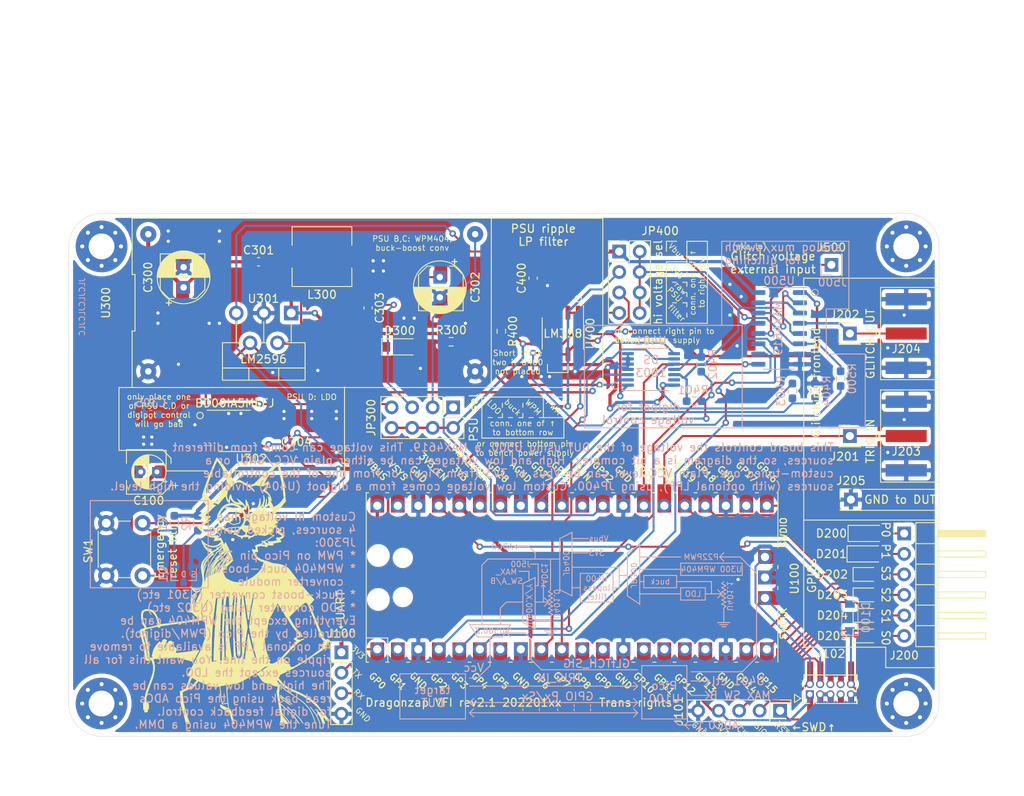
<source format=kicad_pcb>
(kicad_pcb (version 20171130) (host pcbnew 5.1.11)

  (general
    (thickness 1.6)
    (drawings 365)
    (tracks 677)
    (zones 0)
    (modules 56)
    (nets 61)
  )

  (page A4)
  (layers
    (0 F.Cu signal)
    (31 B.Cu signal)
    (32 B.Adhes user)
    (33 F.Adhes user)
    (34 B.Paste user)
    (35 F.Paste user)
    (36 B.SilkS user)
    (37 F.SilkS user)
    (38 B.Mask user)
    (39 F.Mask user)
    (40 Dwgs.User user)
    (41 Cmts.User user)
    (42 Eco1.User user)
    (43 Eco2.User user)
    (44 Edge.Cuts user)
    (45 Margin user)
    (46 B.CrtYd user)
    (47 F.CrtYd user)
    (48 B.Fab user)
    (49 F.Fab user)
  )

  (setup
    (last_trace_width 0.5)
    (user_trace_width 0.25)
    (user_trace_width 0.5)
    (trace_clearance 0.2)
    (zone_clearance 0.508)
    (zone_45_only no)
    (trace_min 0.2)
    (via_size 0.8)
    (via_drill 0.4)
    (via_min_size 0.4)
    (via_min_drill 0.3)
    (uvia_size 0.3)
    (uvia_drill 0.1)
    (uvias_allowed no)
    (uvia_min_size 0.2)
    (uvia_min_drill 0.1)
    (edge_width 0.05)
    (segment_width 0.2)
    (pcb_text_width 0.3)
    (pcb_text_size 1.5 1.5)
    (mod_edge_width 0.12)
    (mod_text_size 1 1)
    (mod_text_width 0.15)
    (pad_size 2.41 3.1)
    (pad_drill 0)
    (pad_to_mask_clearance 0)
    (aux_axis_origin 0 0)
    (visible_elements FFFFFF7F)
    (pcbplotparams
      (layerselection 0x010fc_ffffffff)
      (usegerberextensions false)
      (usegerberattributes true)
      (usegerberadvancedattributes true)
      (creategerberjobfile true)
      (excludeedgelayer true)
      (linewidth 0.100000)
      (plotframeref false)
      (viasonmask false)
      (mode 1)
      (useauxorigin false)
      (hpglpennumber 1)
      (hpglpenspeed 20)
      (hpglpendiameter 15.000000)
      (psnegative false)
      (psa4output false)
      (plotreference true)
      (plotvalue true)
      (plotinvisibletext false)
      (padsonsilk false)
      (subtractmaskfromsilk false)
      (outputformat 1)
      (mirror false)
      (drillshape 0)
      (scaleselection 1)
      (outputdirectory "dragonzap/gerber/"))
  )

  (net 0 "")
  (net 1 GND)
  (net 2 VBUS)
  (net 3 +3V3)
  (net 4 +3.3VADC)
  (net 5 "Net-(D100-Pad1)")
  (net 6 UART_RX)
  (net 7 UART_TX)
  (net 8 /controller/SWDIO)
  (net 9 /controller/SWCLK)
  (net 10 "Net-(J102-Pad6)")
  (net 11 "Net-(J102-Pad7)")
  (net 12 "Net-(J102-Pad8)")
  (net 13 GPIO_P0D)
  (net 14 GPIO_P0W)
  (net 15 GPIO_P1D)
  (net 16 GPIO_P1W)
  (net 17 TRIG_IN)
  (net 18 GLITCH_OUT)
  (net 19 P22PWM)
  (net 20 ADC0)
  (net 21 ADC1)
  (net 22 "Net-(U100-Pad34)")
  (net 23 "Net-(U100-Pad39)")
  (net 24 GPIO_S3W)
  (net 25 GPIO_S3D)
  (net 26 GPIO_S2W)
  (net 27 GPIO_S2D)
  (net 28 GPIO_S1W)
  (net 29 GPIO_S1D)
  (net 30 GPIO_S0W)
  (net 31 GPIO_S0D)
  (net 32 DPOT_DAT)
  (net 33 DPOT_CLK)
  (net 34 "Net-(U100-Pad7)")
  (net 35 MAX_SW_B)
  (net 36 MAX_SW_A)
  (net 37 MAX_EN)
  (net 38 DPOT_HI)
  (net 39 "Net-(C400-Pad1)")
  (net 40 "Net-(D300-Pad1)")
  (net 41 Vdcflt)
  (net 42 Vdclo)
  (net 43 GLITCH_SIG)
  (net 44 DPOT_W)
  (net 45 /glitchout/Vglitch_lo)
  (net 46 DPOT_LO)
  (net 47 "Net-(U100-Pad30)")
  (net 48 "Net-(JP400-Pad4)")
  (net 49 "Net-(JP300-Pad2)")
  (net 50 "Net-(C302-Pad1)")
  (net 51 "Net-(C305-Pad1)")
  (net 52 EMERG_SHDN)
  (net 53 ~EMERG_SHDN~)
  (net 54 "Net-(U401-Pad13)")
  (net 55 "Net-(U302-Pad4)")
  (net 56 "Net-(U302-Pad7)")
  (net 57 "Net-(U302-Pad6)")
  (net 58 "Net-(R403-Pad1)")
  (net 59 "Net-(J500-Pad1)")
  (net 60 /glitchout/Vdclo_def)

  (net_class Default "This is the default net class."
    (clearance 0.2)
    (trace_width 0.25)
    (via_dia 0.8)
    (via_drill 0.4)
    (uvia_dia 0.3)
    (uvia_drill 0.1)
    (add_net /controller/SWCLK)
    (add_net /controller/SWDIO)
    (add_net /glitchout/Vdclo_def)
    (add_net ADC0)
    (add_net ADC1)
    (add_net DPOT_CLK)
    (add_net DPOT_DAT)
    (add_net EMERG_SHDN)
    (add_net GLITCH_SIG)
    (add_net GND)
    (add_net GPIO_P0D)
    (add_net GPIO_P0W)
    (add_net GPIO_P1D)
    (add_net GPIO_P1W)
    (add_net GPIO_S0D)
    (add_net GPIO_S0W)
    (add_net GPIO_S1D)
    (add_net GPIO_S1W)
    (add_net GPIO_S2D)
    (add_net GPIO_S2W)
    (add_net GPIO_S3D)
    (add_net GPIO_S3W)
    (add_net MAX_EN)
    (add_net MAX_SW_A)
    (add_net MAX_SW_B)
    (add_net "Net-(C302-Pad1)")
    (add_net "Net-(C305-Pad1)")
    (add_net "Net-(C400-Pad1)")
    (add_net "Net-(D100-Pad1)")
    (add_net "Net-(D300-Pad1)")
    (add_net "Net-(J102-Pad6)")
    (add_net "Net-(J102-Pad7)")
    (add_net "Net-(J102-Pad8)")
    (add_net "Net-(J500-Pad1)")
    (add_net "Net-(JP300-Pad2)")
    (add_net "Net-(JP400-Pad4)")
    (add_net "Net-(R403-Pad1)")
    (add_net "Net-(U100-Pad30)")
    (add_net "Net-(U100-Pad34)")
    (add_net "Net-(U100-Pad39)")
    (add_net "Net-(U100-Pad7)")
    (add_net "Net-(U302-Pad4)")
    (add_net "Net-(U302-Pad6)")
    (add_net "Net-(U302-Pad7)")
    (add_net "Net-(U401-Pad13)")
    (add_net P22PWM)
    (add_net TRIG_IN)
    (add_net UART_RX)
    (add_net UART_TX)
    (add_net ~EMERG_SHDN~)
  )

  (net_class power_big ""
    (clearance 0.2)
    (trace_width 0.4)
    (via_dia 0.8)
    (via_drill 0.4)
    (uvia_dia 0.3)
    (uvia_drill 0.1)
    (add_net VBUS)
  )

  (net_class power_small ""
    (clearance 0.2)
    (trace_width 0.3)
    (via_dia 0.8)
    (via_drill 0.4)
    (uvia_dia 0.3)
    (uvia_drill 0.1)
    (add_net +3.3VADC)
    (add_net +3V3)
    (add_net /glitchout/Vglitch_lo)
    (add_net DPOT_HI)
    (add_net DPOT_LO)
    (add_net DPOT_W)
    (add_net GLITCH_OUT)
    (add_net Vdcflt)
    (add_net Vdclo)
  )

  (module Connector_PinHeader_2.54mm:PinHeader_1x01_P2.54mm_Vertical (layer F.Cu) (tedit 59FED5CC) (tstamp 61CFB280)
    (at 240.919 85.471 90)
    (descr "Through hole straight pin header, 1x01, 2.54mm pitch, single row")
    (tags "Through hole pin header THT 1x01 2.54mm single row")
    (path /61CA99C0/61D8F3C2)
    (fp_text reference J500 (at 2.159 0 180) (layer F.SilkS)
      (effects (font (size 1 1) (thickness 0.15)))
    )
    (fp_text value Conn_01x01 (at 0 2.33 90) (layer F.Fab)
      (effects (font (size 1 1) (thickness 0.15)))
    )
    (fp_text user %R (at 0 0) (layer F.Fab)
      (effects (font (size 1 1) (thickness 0.15)))
    )
    (fp_line (start -0.635 -1.27) (end 1.27 -1.27) (layer F.Fab) (width 0.1))
    (fp_line (start 1.27 -1.27) (end 1.27 1.27) (layer F.Fab) (width 0.1))
    (fp_line (start 1.27 1.27) (end -1.27 1.27) (layer F.Fab) (width 0.1))
    (fp_line (start -1.27 1.27) (end -1.27 -0.635) (layer F.Fab) (width 0.1))
    (fp_line (start -1.27 -0.635) (end -0.635 -1.27) (layer F.Fab) (width 0.1))
    (fp_line (start -1.33 1.33) (end 1.33 1.33) (layer F.SilkS) (width 0.12))
    (fp_line (start -1.33 1.27) (end -1.33 1.33) (layer F.SilkS) (width 0.12))
    (fp_line (start 1.33 1.27) (end 1.33 1.33) (layer F.SilkS) (width 0.12))
    (fp_line (start -1.33 1.27) (end 1.33 1.27) (layer F.SilkS) (width 0.12))
    (fp_line (start -1.33 0) (end -1.33 -1.33) (layer F.SilkS) (width 0.12))
    (fp_line (start -1.33 -1.33) (end 0 -1.33) (layer F.SilkS) (width 0.12))
    (fp_line (start -1.8 -1.8) (end -1.8 1.8) (layer F.CrtYd) (width 0.05))
    (fp_line (start -1.8 1.8) (end 1.8 1.8) (layer F.CrtYd) (width 0.05))
    (fp_line (start 1.8 1.8) (end 1.8 -1.8) (layer F.CrtYd) (width 0.05))
    (fp_line (start 1.8 -1.8) (end -1.8 -1.8) (layer F.CrtYd) (width 0.05))
    (pad 1 thru_hole rect (at 0 0 90) (size 1.7 1.7) (drill 1) (layers *.Cu *.Mask)
      (net 59 "Net-(J500-Pad1)"))
    (model ${KISYS3DMOD}/Connector_PinHeader_2.54mm.3dshapes/PinHeader_1x01_P2.54mm_Vertical.wrl
      (at (xyz 0 0 0))
      (scale (xyz 1 1 1))
      (rotate (xyz 0 0 0))
    )
  )

  (module Package_SO:HSOP-8-1EP_3.9x4.9mm_P1.27mm_EP2.41x3.1mm (layer F.Cu) (tedit 61CF5314) (tstamp 61CA7DDB)
    (at 167.005 106.045)
    (descr "HSOP, 8 Pin (https://www.st.com/resource/en/datasheet/l5973d.pdf), generated with kicad-footprint-generator ipc_gullwing_generator.py")
    (tags "HSOP SO")
    (path /61CA9896/6266715B)
    (attr smd)
    (fp_text reference U302 (at 2.032 3.429) (layer F.SilkS)
      (effects (font (size 1 1) (thickness 0.15)))
    )
    (fp_text value BD00IA5MEFJ (at 0 3.4) (layer F.Fab)
      (effects (font (size 1 1) (thickness 0.15)))
    )
    (fp_line (start 0 2.56) (end 1.95 2.56) (layer F.SilkS) (width 0.12))
    (fp_line (start 0 2.56) (end -1.95 2.56) (layer F.SilkS) (width 0.12))
    (fp_line (start 0 -2.56) (end 1.95 -2.56) (layer F.SilkS) (width 0.12))
    (fp_line (start 0 -2.56) (end -3.45 -2.56) (layer F.SilkS) (width 0.12))
    (fp_line (start -0.975 -2.45) (end 1.95 -2.45) (layer F.Fab) (width 0.1))
    (fp_line (start 1.95 -2.45) (end 1.95 2.45) (layer F.Fab) (width 0.1))
    (fp_line (start 1.95 2.45) (end -1.95 2.45) (layer F.Fab) (width 0.1))
    (fp_line (start -1.95 2.45) (end -1.95 -1.475) (layer F.Fab) (width 0.1))
    (fp_line (start -1.95 -1.475) (end -0.975 -2.45) (layer F.Fab) (width 0.1))
    (fp_line (start -3.7 -2.7) (end -3.7 2.7) (layer F.CrtYd) (width 0.05))
    (fp_line (start -3.7 2.7) (end 3.7 2.7) (layer F.CrtYd) (width 0.05))
    (fp_line (start 3.7 2.7) (end 3.7 -2.7) (layer F.CrtYd) (width 0.05))
    (fp_line (start 3.7 -2.7) (end -3.7 -2.7) (layer F.CrtYd) (width 0.05))
    (fp_text user %R (at 0 0) (layer F.Fab)
      (effects (font (size 0.98 0.98) (thickness 0.15)))
    )
    (pad "" smd roundrect (at 0.6 0.775) (size 0.97 1.25) (layers F.Paste) (roundrect_rratio 0.25))
    (pad "" smd roundrect (at 0.6 -0.775) (size 0.97 1.25) (layers F.Paste) (roundrect_rratio 0.25))
    (pad "" smd roundrect (at -0.6 0.775) (size 0.97 1.25) (layers F.Paste) (roundrect_rratio 0.25))
    (pad "" smd roundrect (at -0.6 -0.775) (size 0.97 1.25) (layers F.Paste) (roundrect_rratio 0.25))
    (pad 9 smd rect (at 0 0) (size 2.41 3.1) (layers F.Cu F.Mask)
      (net 1 GND))
    (pad 8 smd roundrect (at 2.65 -1.905) (size 1.6 0.6) (layers F.Cu F.Paste F.Mask) (roundrect_rratio 0.25)
      (net 2 VBUS))
    (pad 7 smd roundrect (at 2.65 -0.635) (size 1.6 0.6) (layers F.Cu F.Paste F.Mask) (roundrect_rratio 0.25)
      (net 56 "Net-(U302-Pad7)"))
    (pad 6 smd roundrect (at 2.65 0.635) (size 1.6 0.6) (layers F.Cu F.Paste F.Mask) (roundrect_rratio 0.25)
      (net 57 "Net-(U302-Pad6)"))
    (pad 5 smd roundrect (at 2.65 1.905) (size 1.6 0.6) (layers F.Cu F.Paste F.Mask) (roundrect_rratio 0.25)
      (net 53 ~EMERG_SHDN~))
    (pad 4 smd roundrect (at -2.65 1.905) (size 1.6 0.6) (layers F.Cu F.Paste F.Mask) (roundrect_rratio 0.25)
      (net 55 "Net-(U302-Pad4)"))
    (pad 3 smd roundrect (at -2.65 0.635) (size 1.6 0.6) (layers F.Cu F.Paste F.Mask) (roundrect_rratio 0.25)
      (net 1 GND))
    (pad 2 smd roundrect (at -2.65 -0.635) (size 1.6 0.6) (layers F.Cu F.Paste F.Mask) (roundrect_rratio 0.25)
      (net 44 DPOT_W))
    (pad 1 smd roundrect (at -2.65 -1.905) (size 1.6 0.6) (layers F.Cu F.Paste F.Mask) (roundrect_rratio 0.25)
      (net 51 "Net-(C305-Pad1)"))
    (model ${KISYS3DMOD}/Package_SO.3dshapes/HSOP-8-1EP_3.9x4.9mm_P1.27mm_EP2.41x3.1mm.wrl
      (at (xyz 0 0 0))
      (scale (xyz 1 1 1))
      (rotate (xyz 0 0 0))
    )
  )

  (module Capacitor_SMD:CP_Elec_5x5.3 (layer F.Cu) (tedit 61C24EF6) (tstamp 61C49CF5)
    (at 156.337 111.125 180)
    (descr "SMD capacitor, aluminum electrolytic, Nichicon, 5.0x5.3mm")
    (tags "capacitor electrolytic")
    (attr smd)
    (fp_text reference C100b (at 0 -3.7) (layer F.SilkS) hide
      (effects (font (size 1 1) (thickness 0.15)))
    )
    (fp_text value CP_Elec_5x5.3 (at 0 3.7) (layer F.Fab)
      (effects (font (size 1 1) (thickness 0.15)))
    )
    (fp_line (start -3.95 1.05) (end -2.9 1.05) (layer F.CrtYd) (width 0.05))
    (fp_line (start -3.95 -1.05) (end -3.95 1.05) (layer F.CrtYd) (width 0.05))
    (fp_line (start -2.9 -1.05) (end -3.95 -1.05) (layer F.CrtYd) (width 0.05))
    (fp_line (start -2.9 1.05) (end -2.9 1.75) (layer F.CrtYd) (width 0.05))
    (fp_line (start -2.9 -1.75) (end -2.9 -1.05) (layer F.CrtYd) (width 0.05))
    (fp_line (start -2.9 -1.75) (end -1.75 -2.9) (layer F.CrtYd) (width 0.05))
    (fp_line (start -2.9 1.75) (end -1.75 2.9) (layer F.CrtYd) (width 0.05))
    (fp_line (start -1.75 -2.9) (end 2.9 -2.9) (layer F.CrtYd) (width 0.05))
    (fp_line (start -1.75 2.9) (end 2.9 2.9) (layer F.CrtYd) (width 0.05))
    (fp_line (start 2.9 1.05) (end 2.9 2.9) (layer F.CrtYd) (width 0.05))
    (fp_line (start 3.95 1.05) (end 2.9 1.05) (layer F.CrtYd) (width 0.05))
    (fp_line (start 3.95 -1.05) (end 3.95 1.05) (layer F.CrtYd) (width 0.05))
    (fp_line (start 2.9 -1.05) (end 3.95 -1.05) (layer F.CrtYd) (width 0.05))
    (fp_line (start 2.9 -2.9) (end 2.9 -1.05) (layer F.CrtYd) (width 0.05))
    (fp_line (start -3.3125 -1.9975) (end -3.3125 -1.3725) (layer F.SilkS) (width 0.12))
    (fp_line (start -3.625 -1.685) (end -3 -1.685) (layer F.SilkS) (width 0.12))
    (fp_line (start -2.76 1.695563) (end -1.695563 2.76) (layer F.SilkS) (width 0.12))
    (fp_line (start -2.76 -1.695563) (end -1.695563 -2.76) (layer F.SilkS) (width 0.12))
    (fp_line (start -2.76 -1.695563) (end -2.76 -1.06) (layer F.SilkS) (width 0.12))
    (fp_line (start -2.76 1.695563) (end -2.76 1.06) (layer F.SilkS) (width 0.12))
    (fp_line (start -1.695563 2.76) (end 2.76 2.76) (layer F.SilkS) (width 0.12))
    (fp_line (start -1.695563 -2.76) (end 2.76 -2.76) (layer F.SilkS) (width 0.12))
    (fp_line (start 2.76 -2.76) (end 2.76 -1.06) (layer F.SilkS) (width 0.12))
    (fp_line (start 2.76 2.76) (end 2.76 1.06) (layer F.SilkS) (width 0.12))
    (fp_line (start -1.783956 -1.45) (end -1.783956 -0.95) (layer F.Fab) (width 0.1))
    (fp_line (start -2.033956 -1.2) (end -1.533956 -1.2) (layer F.Fab) (width 0.1))
    (fp_line (start -2.65 1.65) (end -1.65 2.65) (layer F.Fab) (width 0.1))
    (fp_line (start -2.65 -1.65) (end -1.65 -2.65) (layer F.Fab) (width 0.1))
    (fp_line (start -2.65 -1.65) (end -2.65 1.65) (layer F.Fab) (width 0.1))
    (fp_line (start -1.65 2.65) (end 2.65 2.65) (layer F.Fab) (width 0.1))
    (fp_line (start -1.65 -2.65) (end 2.65 -2.65) (layer F.Fab) (width 0.1))
    (fp_line (start 2.65 -2.65) (end 2.65 2.65) (layer F.Fab) (width 0.1))
    (fp_circle (center 0 0) (end 2.5 0) (layer F.Fab) (width 0.1))
    (fp_text user %R (at 0 0) (layer F.Fab)
      (effects (font (size 1 1) (thickness 0.15)))
    )
    (pad 1 smd roundrect (at -2.2 0 180) (size 3 1.6) (layers F.Cu F.Paste F.Mask) (roundrect_rratio 0.156)
      (net 2 VBUS))
    (pad 2 smd roundrect (at 2.2 0 180) (size 3 1.6) (layers F.Cu F.Paste F.Mask) (roundrect_rratio 0.156)
      (net 1 GND))
    (model ${KISYS3DMOD}/Capacitor_SMD.3dshapes/CP_Elec_5x5.3.wrl
      (at (xyz 0 0 0))
      (scale (xyz 1 1 1))
      (rotate (xyz 0 0 0))
    )
  )

  (module Capacitor_SMD:CP_Elec_5x5.3 (layer F.Cu) (tedit 61C24ECD) (tstamp 61C49CF5)
    (at 192.532 88.392 270)
    (descr "SMD capacitor, aluminum electrolytic, Nichicon, 5.0x5.3mm")
    (tags "capacitor electrolytic")
    (attr smd)
    (fp_text reference C302b (at 0 -3.7 90) (layer F.SilkS) hide
      (effects (font (size 1 1) (thickness 0.15)))
    )
    (fp_text value CP_Elec_5x5.3 (at 0 3.7 90) (layer F.Fab)
      (effects (font (size 1 1) (thickness 0.15)))
    )
    (fp_line (start -3.95 1.05) (end -2.9 1.05) (layer F.CrtYd) (width 0.05))
    (fp_line (start -3.95 -1.05) (end -3.95 1.05) (layer F.CrtYd) (width 0.05))
    (fp_line (start -2.9 -1.05) (end -3.95 -1.05) (layer F.CrtYd) (width 0.05))
    (fp_line (start -2.9 1.05) (end -2.9 1.75) (layer F.CrtYd) (width 0.05))
    (fp_line (start -2.9 -1.75) (end -2.9 -1.05) (layer F.CrtYd) (width 0.05))
    (fp_line (start -2.9 -1.75) (end -1.75 -2.9) (layer F.CrtYd) (width 0.05))
    (fp_line (start -2.9 1.75) (end -1.75 2.9) (layer F.CrtYd) (width 0.05))
    (fp_line (start -1.75 -2.9) (end 2.9 -2.9) (layer F.CrtYd) (width 0.05))
    (fp_line (start -1.75 2.9) (end 2.9 2.9) (layer F.CrtYd) (width 0.05))
    (fp_line (start 2.9 1.05) (end 2.9 2.9) (layer F.CrtYd) (width 0.05))
    (fp_line (start 3.95 1.05) (end 2.9 1.05) (layer F.CrtYd) (width 0.05))
    (fp_line (start 3.95 -1.05) (end 3.95 1.05) (layer F.CrtYd) (width 0.05))
    (fp_line (start 2.9 -1.05) (end 3.95 -1.05) (layer F.CrtYd) (width 0.05))
    (fp_line (start 2.9 -2.9) (end 2.9 -1.05) (layer F.CrtYd) (width 0.05))
    (fp_line (start -3.3125 -1.9975) (end -3.3125 -1.3725) (layer F.SilkS) (width 0.12))
    (fp_line (start -3.625 -1.685) (end -3 -1.685) (layer F.SilkS) (width 0.12))
    (fp_line (start -2.76 1.695563) (end -1.695563 2.76) (layer F.SilkS) (width 0.12))
    (fp_line (start -2.76 -1.695563) (end -1.695563 -2.76) (layer F.SilkS) (width 0.12))
    (fp_line (start -2.76 -1.695563) (end -2.76 -1.06) (layer F.SilkS) (width 0.12))
    (fp_line (start -2.76 1.695563) (end -2.76 1.06) (layer F.SilkS) (width 0.12))
    (fp_line (start -1.695563 2.76) (end 2.76 2.76) (layer F.SilkS) (width 0.12))
    (fp_line (start -1.695563 -2.76) (end 2.76 -2.76) (layer F.SilkS) (width 0.12))
    (fp_line (start 2.76 -2.76) (end 2.76 -1.06) (layer F.SilkS) (width 0.12))
    (fp_line (start 2.76 2.76) (end 2.76 1.06) (layer F.SilkS) (width 0.12))
    (fp_line (start -1.783956 -1.45) (end -1.783956 -0.95) (layer F.Fab) (width 0.1))
    (fp_line (start -2.033956 -1.2) (end -1.533956 -1.2) (layer F.Fab) (width 0.1))
    (fp_line (start -2.65 1.65) (end -1.65 2.65) (layer F.Fab) (width 0.1))
    (fp_line (start -2.65 -1.65) (end -1.65 -2.65) (layer F.Fab) (width 0.1))
    (fp_line (start -2.65 -1.65) (end -2.65 1.65) (layer F.Fab) (width 0.1))
    (fp_line (start -1.65 2.65) (end 2.65 2.65) (layer F.Fab) (width 0.1))
    (fp_line (start -1.65 -2.65) (end 2.65 -2.65) (layer F.Fab) (width 0.1))
    (fp_line (start 2.65 -2.65) (end 2.65 2.65) (layer F.Fab) (width 0.1))
    (fp_circle (center 0 0) (end 2.5 0) (layer F.Fab) (width 0.1))
    (fp_text user %R (at 0 0 90) (layer F.Fab)
      (effects (font (size 1 1) (thickness 0.15)))
    )
    (pad 1 smd roundrect (at -2.2 0 270) (size 3 1.6) (layers F.Cu F.Paste F.Mask) (roundrect_rratio 0.156)
      (net 50 "Net-(C302-Pad1)"))
    (pad 2 smd roundrect (at 2.2 0 270) (size 3 1.6) (layers F.Cu F.Paste F.Mask) (roundrect_rratio 0.156)
      (net 1 GND))
    (model ${KISYS3DMOD}/Capacitor_SMD.3dshapes/CP_Elec_5x5.3.wrl
      (at (xyz 0 0 0))
      (scale (xyz 1 1 1))
      (rotate (xyz 0 0 0))
    )
  )

  (module Capacitor_SMD:CP_Elec_5x5.3 (layer F.Cu) (tedit 61C24EA1) (tstamp 61C4985E)
    (at 160.528 86.868 90)
    (descr "SMD capacitor, aluminum electrolytic, Nichicon, 5.0x5.3mm")
    (tags "capacitor electrolytic")
    (attr smd)
    (fp_text reference C300b (at 0 -3.7 90) (layer F.SilkS) hide
      (effects (font (size 1 1) (thickness 0.15)))
    )
    (fp_text value CP_Elec_5x5.3 (at 0 3.7 90) (layer F.Fab)
      (effects (font (size 1 1) (thickness 0.15)))
    )
    (fp_line (start -3.95 1.05) (end -2.9 1.05) (layer F.CrtYd) (width 0.05))
    (fp_line (start -3.95 -1.05) (end -3.95 1.05) (layer F.CrtYd) (width 0.05))
    (fp_line (start -2.9 -1.05) (end -3.95 -1.05) (layer F.CrtYd) (width 0.05))
    (fp_line (start -2.9 1.05) (end -2.9 1.75) (layer F.CrtYd) (width 0.05))
    (fp_line (start -2.9 -1.75) (end -2.9 -1.05) (layer F.CrtYd) (width 0.05))
    (fp_line (start -2.9 -1.75) (end -1.75 -2.9) (layer F.CrtYd) (width 0.05))
    (fp_line (start -2.9 1.75) (end -1.75 2.9) (layer F.CrtYd) (width 0.05))
    (fp_line (start -1.75 -2.9) (end 2.9 -2.9) (layer F.CrtYd) (width 0.05))
    (fp_line (start -1.75 2.9) (end 2.9 2.9) (layer F.CrtYd) (width 0.05))
    (fp_line (start 2.9 1.05) (end 2.9 2.9) (layer F.CrtYd) (width 0.05))
    (fp_line (start 3.95 1.05) (end 2.9 1.05) (layer F.CrtYd) (width 0.05))
    (fp_line (start 3.95 -1.05) (end 3.95 1.05) (layer F.CrtYd) (width 0.05))
    (fp_line (start 2.9 -1.05) (end 3.95 -1.05) (layer F.CrtYd) (width 0.05))
    (fp_line (start 2.9 -2.9) (end 2.9 -1.05) (layer F.CrtYd) (width 0.05))
    (fp_line (start -3.3125 -1.9975) (end -3.3125 -1.3725) (layer F.SilkS) (width 0.12))
    (fp_line (start -3.625 -1.685) (end -3 -1.685) (layer F.SilkS) (width 0.12))
    (fp_line (start -2.76 1.695563) (end -1.695563 2.76) (layer F.SilkS) (width 0.12))
    (fp_line (start -2.76 -1.695563) (end -1.695563 -2.76) (layer F.SilkS) (width 0.12))
    (fp_line (start -2.76 -1.695563) (end -2.76 -1.06) (layer F.SilkS) (width 0.12))
    (fp_line (start -2.76 1.695563) (end -2.76 1.06) (layer F.SilkS) (width 0.12))
    (fp_line (start -1.695563 2.76) (end 2.76 2.76) (layer F.SilkS) (width 0.12))
    (fp_line (start -1.695563 -2.76) (end 2.76 -2.76) (layer F.SilkS) (width 0.12))
    (fp_line (start 2.76 -2.76) (end 2.76 -1.06) (layer F.SilkS) (width 0.12))
    (fp_line (start 2.76 2.76) (end 2.76 1.06) (layer F.SilkS) (width 0.12))
    (fp_line (start -1.783956 -1.45) (end -1.783956 -0.95) (layer F.Fab) (width 0.1))
    (fp_line (start -2.033956 -1.2) (end -1.533956 -1.2) (layer F.Fab) (width 0.1))
    (fp_line (start -2.65 1.65) (end -1.65 2.65) (layer F.Fab) (width 0.1))
    (fp_line (start -2.65 -1.65) (end -1.65 -2.65) (layer F.Fab) (width 0.1))
    (fp_line (start -2.65 -1.65) (end -2.65 1.65) (layer F.Fab) (width 0.1))
    (fp_line (start -1.65 2.65) (end 2.65 2.65) (layer F.Fab) (width 0.1))
    (fp_line (start -1.65 -2.65) (end 2.65 -2.65) (layer F.Fab) (width 0.1))
    (fp_line (start 2.65 -2.65) (end 2.65 2.65) (layer F.Fab) (width 0.1))
    (fp_circle (center 0 0) (end 2.5 0) (layer F.Fab) (width 0.1))
    (fp_text user %R (at 0 0 90) (layer F.Fab)
      (effects (font (size 1 1) (thickness 0.15)))
    )
    (pad 2 smd roundrect (at 2.2 0 90) (size 3 1.6) (layers F.Cu F.Paste F.Mask) (roundrect_rratio 0.156)
      (net 1 GND))
    (pad 1 smd roundrect (at -2.2 0 90) (size 3 1.6) (layers F.Cu F.Paste F.Mask) (roundrect_rratio 0.156)
      (net 2 VBUS))
    (model ${KISYS3DMOD}/Capacitor_SMD.3dshapes/CP_Elec_5x5.3.wrl
      (at (xyz 0 0 0))
      (scale (xyz 1 1 1))
      (rotate (xyz 0 0 0))
    )
  )

  (module Package_SO:TSSOP-14_4.4x5mm_P0.65mm (layer B.Cu) (tedit 5E476F32) (tstamp 61C8F582)
    (at 218.567 98.425)
    (descr "TSSOP, 14 Pin (JEDEC MO-153 Var AB-1 https://www.jedec.org/document_search?search_api_views_fulltext=MO-153), generated with kicad-footprint-generator ipc_gullwing_generator.py")
    (tags "TSSOP SO")
    (path /61CA98F5/6255530A)
    (attr smd)
    (fp_text reference U401 (at 0 -3.556) (layer B.SilkS)
      (effects (font (size 1 1) (thickness 0.15)) (justify mirror))
    )
    (fp_text value DS1803 (at 0 -3.45) (layer B.Fab)
      (effects (font (size 1 1) (thickness 0.15)) (justify mirror))
    )
    (fp_line (start 0 -2.61) (end 2.2 -2.61) (layer B.SilkS) (width 0.12))
    (fp_line (start 0 -2.61) (end -2.2 -2.61) (layer B.SilkS) (width 0.12))
    (fp_line (start 0 2.61) (end 2.2 2.61) (layer B.SilkS) (width 0.12))
    (fp_line (start 0 2.61) (end -3.6 2.61) (layer B.SilkS) (width 0.12))
    (fp_line (start -1.2 2.5) (end 2.2 2.5) (layer B.Fab) (width 0.1))
    (fp_line (start 2.2 2.5) (end 2.2 -2.5) (layer B.Fab) (width 0.1))
    (fp_line (start 2.2 -2.5) (end -2.2 -2.5) (layer B.Fab) (width 0.1))
    (fp_line (start -2.2 -2.5) (end -2.2 1.5) (layer B.Fab) (width 0.1))
    (fp_line (start -2.2 1.5) (end -1.2 2.5) (layer B.Fab) (width 0.1))
    (fp_line (start -3.85 2.75) (end -3.85 -2.75) (layer B.CrtYd) (width 0.05))
    (fp_line (start -3.85 -2.75) (end 3.85 -2.75) (layer B.CrtYd) (width 0.05))
    (fp_line (start 3.85 -2.75) (end 3.85 2.75) (layer B.CrtYd) (width 0.05))
    (fp_line (start 3.85 2.75) (end -3.85 2.75) (layer B.CrtYd) (width 0.05))
    (fp_text user %R (at 0 0) (layer B.Fab)
      (effects (font (size 1 1) (thickness 0.15)) (justify mirror))
    )
    (pad 14 smd roundrect (at 2.8625 1.95) (size 1.475 0.4) (layers B.Cu B.Paste B.Mask) (roundrect_rratio 0.25)
      (net 2 VBUS))
    (pad 13 smd roundrect (at 2.8625 1.3) (size 1.475 0.4) (layers B.Cu B.Paste B.Mask) (roundrect_rratio 0.25)
      (net 54 "Net-(U401-Pad13)"))
    (pad 12 smd roundrect (at 2.8625 0.65) (size 1.475 0.4) (layers B.Cu B.Paste B.Mask) (roundrect_rratio 0.25)
      (net 41 Vdcflt))
    (pad 11 smd roundrect (at 2.8625 0) (size 1.475 0.4) (layers B.Cu B.Paste B.Mask) (roundrect_rratio 0.25)
      (net 1 GND))
    (pad 10 smd roundrect (at 2.8625 -0.65) (size 1.475 0.4) (layers B.Cu B.Paste B.Mask) (roundrect_rratio 0.25)
      (net 58 "Net-(R403-Pad1)"))
    (pad 9 smd roundrect (at 2.8625 -1.3) (size 1.475 0.4) (layers B.Cu B.Paste B.Mask) (roundrect_rratio 0.25)
      (net 32 DPOT_DAT))
    (pad 8 smd roundrect (at 2.8625 -1.95) (size 1.475 0.4) (layers B.Cu B.Paste B.Mask) (roundrect_rratio 0.25)
      (net 33 DPOT_CLK))
    (pad 7 smd roundrect (at -2.8625 -1.95) (size 1.475 0.4) (layers B.Cu B.Paste B.Mask) (roundrect_rratio 0.25)
      (net 1 GND))
    (pad 6 smd roundrect (at -2.8625 -1.3) (size 1.475 0.4) (layers B.Cu B.Paste B.Mask) (roundrect_rratio 0.25)
      (net 1 GND))
    (pad 5 smd roundrect (at -2.8625 -0.65) (size 1.475 0.4) (layers B.Cu B.Paste B.Mask) (roundrect_rratio 0.25)
      (net 1 GND))
    (pad 4 smd roundrect (at -2.8625 0) (size 1.475 0.4) (layers B.Cu B.Paste B.Mask) (roundrect_rratio 0.25)
      (net 1 GND))
    (pad 3 smd roundrect (at -2.8625 0.65) (size 1.475 0.4) (layers B.Cu B.Paste B.Mask) (roundrect_rratio 0.25)
      (net 44 DPOT_W))
    (pad 2 smd roundrect (at -2.8625 1.3) (size 1.475 0.4) (layers B.Cu B.Paste B.Mask) (roundrect_rratio 0.25)
      (net 46 DPOT_LO))
    (pad 1 smd roundrect (at -2.8625 1.95) (size 1.475 0.4) (layers B.Cu B.Paste B.Mask) (roundrect_rratio 0.25)
      (net 38 DPOT_HI))
    (model ${KISYS3DMOD}/Package_SO.3dshapes/TSSOP-14_4.4x5mm_P0.65mm.wrl
      (at (xyz 0 0 0))
      (scale (xyz 1 1 1))
      (rotate (xyz 0 0 0))
    )
  )

  (module Diode_SMD:D_SOD-123 (layer F.Cu) (tedit 58645DC7) (tstamp 61C2E5EE)
    (at 187.452 95.631)
    (descr SOD-123)
    (tags SOD-123)
    (path /61CA9896/62502C0F)
    (attr smd)
    (fp_text reference D300 (at 0 -2) (layer F.SilkS)
      (effects (font (size 1 1) (thickness 0.15)))
    )
    (fp_text value 1N5822/SS14 (at 0 2.1) (layer F.Fab)
      (effects (font (size 1 1) (thickness 0.15)))
    )
    (fp_line (start -2.25 -1) (end 1.65 -1) (layer F.SilkS) (width 0.12))
    (fp_line (start -2.25 1) (end 1.65 1) (layer F.SilkS) (width 0.12))
    (fp_line (start -2.35 -1.15) (end -2.35 1.15) (layer F.CrtYd) (width 0.05))
    (fp_line (start 2.35 1.15) (end -2.35 1.15) (layer F.CrtYd) (width 0.05))
    (fp_line (start 2.35 -1.15) (end 2.35 1.15) (layer F.CrtYd) (width 0.05))
    (fp_line (start -2.35 -1.15) (end 2.35 -1.15) (layer F.CrtYd) (width 0.05))
    (fp_line (start -1.4 -0.9) (end 1.4 -0.9) (layer F.Fab) (width 0.1))
    (fp_line (start 1.4 -0.9) (end 1.4 0.9) (layer F.Fab) (width 0.1))
    (fp_line (start 1.4 0.9) (end -1.4 0.9) (layer F.Fab) (width 0.1))
    (fp_line (start -1.4 0.9) (end -1.4 -0.9) (layer F.Fab) (width 0.1))
    (fp_line (start -0.75 0) (end -0.35 0) (layer F.Fab) (width 0.1))
    (fp_line (start -0.35 0) (end -0.35 -0.55) (layer F.Fab) (width 0.1))
    (fp_line (start -0.35 0) (end -0.35 0.55) (layer F.Fab) (width 0.1))
    (fp_line (start -0.35 0) (end 0.25 -0.4) (layer F.Fab) (width 0.1))
    (fp_line (start 0.25 -0.4) (end 0.25 0.4) (layer F.Fab) (width 0.1))
    (fp_line (start 0.25 0.4) (end -0.35 0) (layer F.Fab) (width 0.1))
    (fp_line (start 0.25 0) (end 0.75 0) (layer F.Fab) (width 0.1))
    (fp_line (start -2.25 -1) (end -2.25 1) (layer F.SilkS) (width 0.12))
    (fp_text user %R (at 0 -2) (layer F.Fab)
      (effects (font (size 1 1) (thickness 0.15)))
    )
    (pad 2 smd rect (at 1.65 0) (size 0.9 1.2) (layers F.Cu F.Paste F.Mask)
      (net 1 GND))
    (pad 1 smd rect (at -1.65 0) (size 0.9 1.2) (layers F.Cu F.Paste F.Mask)
      (net 40 "Net-(D300-Pad1)"))
    (model ${KISYS3DMOD}/Diode_SMD.3dshapes/D_SOD-123.wrl
      (at (xyz 0 0 0))
      (scale (xyz 1 1 1))
      (rotate (xyz 0 0 0))
    )
  )

  (module Diode_SMD:D_SOD-323 (layer F.Cu) (tedit 58641739) (tstamp 61C8F054)
    (at 245.11 131.445)
    (descr SOD-323)
    (tags SOD-323)
    (path /61CA9826/62492E75)
    (attr smd)
    (fp_text reference D205 (at -4.064 0) (layer F.SilkS)
      (effects (font (size 1 1) (thickness 0.15)))
    )
    (fp_text value 1N4148 (at 0.1 1.9) (layer F.Fab)
      (effects (font (size 1 1) (thickness 0.15)))
    )
    (fp_line (start -1.5 -0.85) (end 1.05 -0.85) (layer F.SilkS) (width 0.12))
    (fp_line (start -1.5 0.85) (end 1.05 0.85) (layer F.SilkS) (width 0.12))
    (fp_line (start -1.6 -0.95) (end -1.6 0.95) (layer F.CrtYd) (width 0.05))
    (fp_line (start -1.6 0.95) (end 1.6 0.95) (layer F.CrtYd) (width 0.05))
    (fp_line (start 1.6 -0.95) (end 1.6 0.95) (layer F.CrtYd) (width 0.05))
    (fp_line (start -1.6 -0.95) (end 1.6 -0.95) (layer F.CrtYd) (width 0.05))
    (fp_line (start -0.9 -0.7) (end 0.9 -0.7) (layer F.Fab) (width 0.1))
    (fp_line (start 0.9 -0.7) (end 0.9 0.7) (layer F.Fab) (width 0.1))
    (fp_line (start 0.9 0.7) (end -0.9 0.7) (layer F.Fab) (width 0.1))
    (fp_line (start -0.9 0.7) (end -0.9 -0.7) (layer F.Fab) (width 0.1))
    (fp_line (start -0.3 -0.35) (end -0.3 0.35) (layer F.Fab) (width 0.1))
    (fp_line (start -0.3 0) (end -0.5 0) (layer F.Fab) (width 0.1))
    (fp_line (start -0.3 0) (end 0.2 -0.35) (layer F.Fab) (width 0.1))
    (fp_line (start 0.2 -0.35) (end 0.2 0.35) (layer F.Fab) (width 0.1))
    (fp_line (start 0.2 0.35) (end -0.3 0) (layer F.Fab) (width 0.1))
    (fp_line (start 0.2 0) (end 0.45 0) (layer F.Fab) (width 0.1))
    (fp_line (start -1.5 -0.85) (end -1.5 0.85) (layer F.SilkS) (width 0.12))
    (fp_text user %R (at 0 -1.85) (layer F.Fab)
      (effects (font (size 1 1) (thickness 0.15)))
    )
    (pad 2 smd rect (at 1.05 0) (size 0.6 0.45) (layers F.Cu F.Paste F.Mask)
      (net 30 GPIO_S0W))
    (pad 1 smd rect (at -1.05 0) (size 0.6 0.45) (layers F.Cu F.Paste F.Mask)
      (net 31 GPIO_S0D))
    (model ${KISYS3DMOD}/Diode_SMD.3dshapes/D_SOD-323.wrl
      (at (xyz 0 0 0))
      (scale (xyz 1 1 1))
      (rotate (xyz 0 0 0))
    )
  )

  (module Diode_SMD:D_SOD-323 (layer F.Cu) (tedit 58641739) (tstamp 61C8F042)
    (at 245.11 128.905)
    (descr SOD-323)
    (tags SOD-323)
    (path /61CA9826/62492E6F)
    (attr smd)
    (fp_text reference D204 (at -4.064 0) (layer F.SilkS)
      (effects (font (size 1 1) (thickness 0.15)))
    )
    (fp_text value 1N4148 (at 0.1 1.9) (layer F.Fab)
      (effects (font (size 1 1) (thickness 0.15)))
    )
    (fp_line (start -1.5 -0.85) (end 1.05 -0.85) (layer F.SilkS) (width 0.12))
    (fp_line (start -1.5 0.85) (end 1.05 0.85) (layer F.SilkS) (width 0.12))
    (fp_line (start -1.6 -0.95) (end -1.6 0.95) (layer F.CrtYd) (width 0.05))
    (fp_line (start -1.6 0.95) (end 1.6 0.95) (layer F.CrtYd) (width 0.05))
    (fp_line (start 1.6 -0.95) (end 1.6 0.95) (layer F.CrtYd) (width 0.05))
    (fp_line (start -1.6 -0.95) (end 1.6 -0.95) (layer F.CrtYd) (width 0.05))
    (fp_line (start -0.9 -0.7) (end 0.9 -0.7) (layer F.Fab) (width 0.1))
    (fp_line (start 0.9 -0.7) (end 0.9 0.7) (layer F.Fab) (width 0.1))
    (fp_line (start 0.9 0.7) (end -0.9 0.7) (layer F.Fab) (width 0.1))
    (fp_line (start -0.9 0.7) (end -0.9 -0.7) (layer F.Fab) (width 0.1))
    (fp_line (start -0.3 -0.35) (end -0.3 0.35) (layer F.Fab) (width 0.1))
    (fp_line (start -0.3 0) (end -0.5 0) (layer F.Fab) (width 0.1))
    (fp_line (start -0.3 0) (end 0.2 -0.35) (layer F.Fab) (width 0.1))
    (fp_line (start 0.2 -0.35) (end 0.2 0.35) (layer F.Fab) (width 0.1))
    (fp_line (start 0.2 0.35) (end -0.3 0) (layer F.Fab) (width 0.1))
    (fp_line (start 0.2 0) (end 0.45 0) (layer F.Fab) (width 0.1))
    (fp_line (start -1.5 -0.85) (end -1.5 0.85) (layer F.SilkS) (width 0.12))
    (fp_text user %R (at 0 -1.85) (layer F.Fab)
      (effects (font (size 1 1) (thickness 0.15)))
    )
    (pad 2 smd rect (at 1.05 0) (size 0.6 0.45) (layers F.Cu F.Paste F.Mask)
      (net 28 GPIO_S1W))
    (pad 1 smd rect (at -1.05 0) (size 0.6 0.45) (layers F.Cu F.Paste F.Mask)
      (net 29 GPIO_S1D))
    (model ${KISYS3DMOD}/Diode_SMD.3dshapes/D_SOD-323.wrl
      (at (xyz 0 0 0))
      (scale (xyz 1 1 1))
      (rotate (xyz 0 0 0))
    )
  )

  (module Diode_SMD:D_SOD-323 (layer F.Cu) (tedit 58641739) (tstamp 61C8F030)
    (at 245.11 126.365)
    (descr SOD-323)
    (tags SOD-323)
    (path /61CA9826/62491CA3)
    (attr smd)
    (fp_text reference D203 (at -4.064 0) (layer F.SilkS)
      (effects (font (size 1 1) (thickness 0.15)))
    )
    (fp_text value 1N4148 (at 0.1 1.9) (layer F.Fab)
      (effects (font (size 1 1) (thickness 0.15)))
    )
    (fp_line (start -1.5 -0.85) (end 1.05 -0.85) (layer F.SilkS) (width 0.12))
    (fp_line (start -1.5 0.85) (end 1.05 0.85) (layer F.SilkS) (width 0.12))
    (fp_line (start -1.6 -0.95) (end -1.6 0.95) (layer F.CrtYd) (width 0.05))
    (fp_line (start -1.6 0.95) (end 1.6 0.95) (layer F.CrtYd) (width 0.05))
    (fp_line (start 1.6 -0.95) (end 1.6 0.95) (layer F.CrtYd) (width 0.05))
    (fp_line (start -1.6 -0.95) (end 1.6 -0.95) (layer F.CrtYd) (width 0.05))
    (fp_line (start -0.9 -0.7) (end 0.9 -0.7) (layer F.Fab) (width 0.1))
    (fp_line (start 0.9 -0.7) (end 0.9 0.7) (layer F.Fab) (width 0.1))
    (fp_line (start 0.9 0.7) (end -0.9 0.7) (layer F.Fab) (width 0.1))
    (fp_line (start -0.9 0.7) (end -0.9 -0.7) (layer F.Fab) (width 0.1))
    (fp_line (start -0.3 -0.35) (end -0.3 0.35) (layer F.Fab) (width 0.1))
    (fp_line (start -0.3 0) (end -0.5 0) (layer F.Fab) (width 0.1))
    (fp_line (start -0.3 0) (end 0.2 -0.35) (layer F.Fab) (width 0.1))
    (fp_line (start 0.2 -0.35) (end 0.2 0.35) (layer F.Fab) (width 0.1))
    (fp_line (start 0.2 0.35) (end -0.3 0) (layer F.Fab) (width 0.1))
    (fp_line (start 0.2 0) (end 0.45 0) (layer F.Fab) (width 0.1))
    (fp_line (start -1.5 -0.85) (end -1.5 0.85) (layer F.SilkS) (width 0.12))
    (fp_text user %R (at 0 -1.85) (layer F.Fab)
      (effects (font (size 1 1) (thickness 0.15)))
    )
    (pad 2 smd rect (at 1.05 0) (size 0.6 0.45) (layers F.Cu F.Paste F.Mask)
      (net 26 GPIO_S2W))
    (pad 1 smd rect (at -1.05 0) (size 0.6 0.45) (layers F.Cu F.Paste F.Mask)
      (net 27 GPIO_S2D))
    (model ${KISYS3DMOD}/Diode_SMD.3dshapes/D_SOD-323.wrl
      (at (xyz 0 0 0))
      (scale (xyz 1 1 1))
      (rotate (xyz 0 0 0))
    )
  )

  (module Diode_SMD:D_SOD-323 (layer F.Cu) (tedit 58641739) (tstamp 61C8F01E)
    (at 245.11 123.825)
    (descr SOD-323)
    (tags SOD-323)
    (path /61CA9826/62491C9D)
    (attr smd)
    (fp_text reference D202 (at -4.064 0) (layer F.SilkS)
      (effects (font (size 1 1) (thickness 0.15)))
    )
    (fp_text value 1N4148 (at 0.1 1.9) (layer F.Fab)
      (effects (font (size 1 1) (thickness 0.15)))
    )
    (fp_line (start -1.5 -0.85) (end 1.05 -0.85) (layer F.SilkS) (width 0.12))
    (fp_line (start -1.5 0.85) (end 1.05 0.85) (layer F.SilkS) (width 0.12))
    (fp_line (start -1.6 -0.95) (end -1.6 0.95) (layer F.CrtYd) (width 0.05))
    (fp_line (start -1.6 0.95) (end 1.6 0.95) (layer F.CrtYd) (width 0.05))
    (fp_line (start 1.6 -0.95) (end 1.6 0.95) (layer F.CrtYd) (width 0.05))
    (fp_line (start -1.6 -0.95) (end 1.6 -0.95) (layer F.CrtYd) (width 0.05))
    (fp_line (start -0.9 -0.7) (end 0.9 -0.7) (layer F.Fab) (width 0.1))
    (fp_line (start 0.9 -0.7) (end 0.9 0.7) (layer F.Fab) (width 0.1))
    (fp_line (start 0.9 0.7) (end -0.9 0.7) (layer F.Fab) (width 0.1))
    (fp_line (start -0.9 0.7) (end -0.9 -0.7) (layer F.Fab) (width 0.1))
    (fp_line (start -0.3 -0.35) (end -0.3 0.35) (layer F.Fab) (width 0.1))
    (fp_line (start -0.3 0) (end -0.5 0) (layer F.Fab) (width 0.1))
    (fp_line (start -0.3 0) (end 0.2 -0.35) (layer F.Fab) (width 0.1))
    (fp_line (start 0.2 -0.35) (end 0.2 0.35) (layer F.Fab) (width 0.1))
    (fp_line (start 0.2 0.35) (end -0.3 0) (layer F.Fab) (width 0.1))
    (fp_line (start 0.2 0) (end 0.45 0) (layer F.Fab) (width 0.1))
    (fp_line (start -1.5 -0.85) (end -1.5 0.85) (layer F.SilkS) (width 0.12))
    (fp_text user %R (at 0 -1.85) (layer F.Fab)
      (effects (font (size 1 1) (thickness 0.15)))
    )
    (pad 2 smd rect (at 1.05 0) (size 0.6 0.45) (layers F.Cu F.Paste F.Mask)
      (net 24 GPIO_S3W))
    (pad 1 smd rect (at -1.05 0) (size 0.6 0.45) (layers F.Cu F.Paste F.Mask)
      (net 25 GPIO_S3D))
    (model ${KISYS3DMOD}/Diode_SMD.3dshapes/D_SOD-323.wrl
      (at (xyz 0 0 0))
      (scale (xyz 1 1 1))
      (rotate (xyz 0 0 0))
    )
  )

  (module Diode_SMD:D_SOD-123 (layer F.Cu) (tedit 58645DC7) (tstamp 61C41EAB)
    (at 245.11 121.285)
    (descr SOD-123)
    (tags SOD-123)
    (path /61CA9826/624915A9)
    (attr smd)
    (fp_text reference D201 (at -4.191 0) (layer F.SilkS)
      (effects (font (size 1 1) (thickness 0.15)))
    )
    (fp_text value 1N4001 (at 0 2.1) (layer F.Fab)
      (effects (font (size 1 1) (thickness 0.15)))
    )
    (fp_line (start -2.25 -1) (end 1.65 -1) (layer F.SilkS) (width 0.12))
    (fp_line (start -2.25 1) (end 1.65 1) (layer F.SilkS) (width 0.12))
    (fp_line (start -2.35 -1.15) (end -2.35 1.15) (layer F.CrtYd) (width 0.05))
    (fp_line (start 2.35 1.15) (end -2.35 1.15) (layer F.CrtYd) (width 0.05))
    (fp_line (start 2.35 -1.15) (end 2.35 1.15) (layer F.CrtYd) (width 0.05))
    (fp_line (start -2.35 -1.15) (end 2.35 -1.15) (layer F.CrtYd) (width 0.05))
    (fp_line (start -1.4 -0.9) (end 1.4 -0.9) (layer F.Fab) (width 0.1))
    (fp_line (start 1.4 -0.9) (end 1.4 0.9) (layer F.Fab) (width 0.1))
    (fp_line (start 1.4 0.9) (end -1.4 0.9) (layer F.Fab) (width 0.1))
    (fp_line (start -1.4 0.9) (end -1.4 -0.9) (layer F.Fab) (width 0.1))
    (fp_line (start -0.75 0) (end -0.35 0) (layer F.Fab) (width 0.1))
    (fp_line (start -0.35 0) (end -0.35 -0.55) (layer F.Fab) (width 0.1))
    (fp_line (start -0.35 0) (end -0.35 0.55) (layer F.Fab) (width 0.1))
    (fp_line (start -0.35 0) (end 0.25 -0.4) (layer F.Fab) (width 0.1))
    (fp_line (start 0.25 -0.4) (end 0.25 0.4) (layer F.Fab) (width 0.1))
    (fp_line (start 0.25 0.4) (end -0.35 0) (layer F.Fab) (width 0.1))
    (fp_line (start 0.25 0) (end 0.75 0) (layer F.Fab) (width 0.1))
    (fp_line (start -2.25 -1) (end -2.25 1) (layer F.SilkS) (width 0.12))
    (fp_text user %R (at 0 -2) (layer F.Fab)
      (effects (font (size 1 1) (thickness 0.15)))
    )
    (pad 2 smd rect (at 1.65 0) (size 0.9 1.2) (layers F.Cu F.Paste F.Mask)
      (net 16 GPIO_P1W))
    (pad 1 smd rect (at -1.65 0) (size 0.9 1.2) (layers F.Cu F.Paste F.Mask)
      (net 15 GPIO_P1D))
    (model ${KISYS3DMOD}/Diode_SMD.3dshapes/D_SOD-123.wrl
      (at (xyz 0 0 0))
      (scale (xyz 1 1 1))
      (rotate (xyz 0 0 0))
    )
  )

  (module Diode_SMD:D_SOD-123 (layer F.Cu) (tedit 58645DC7) (tstamp 61C44357)
    (at 245.237 118.745)
    (descr SOD-123)
    (tags SOD-123)
    (path /61CA9826/62490CA6)
    (attr smd)
    (fp_text reference D200 (at -4.318 0) (layer F.SilkS)
      (effects (font (size 1 1) (thickness 0.15)))
    )
    (fp_text value 1N4001 (at 0 2.1) (layer F.Fab)
      (effects (font (size 1 1) (thickness 0.15)))
    )
    (fp_line (start -2.25 -1) (end 1.65 -1) (layer F.SilkS) (width 0.12))
    (fp_line (start -2.25 1) (end 1.65 1) (layer F.SilkS) (width 0.12))
    (fp_line (start -2.35 -1.15) (end -2.35 1.15) (layer F.CrtYd) (width 0.05))
    (fp_line (start 2.35 1.15) (end -2.35 1.15) (layer F.CrtYd) (width 0.05))
    (fp_line (start 2.35 -1.15) (end 2.35 1.15) (layer F.CrtYd) (width 0.05))
    (fp_line (start -2.35 -1.15) (end 2.35 -1.15) (layer F.CrtYd) (width 0.05))
    (fp_line (start -1.4 -0.9) (end 1.4 -0.9) (layer F.Fab) (width 0.1))
    (fp_line (start 1.4 -0.9) (end 1.4 0.9) (layer F.Fab) (width 0.1))
    (fp_line (start 1.4 0.9) (end -1.4 0.9) (layer F.Fab) (width 0.1))
    (fp_line (start -1.4 0.9) (end -1.4 -0.9) (layer F.Fab) (width 0.1))
    (fp_line (start -0.75 0) (end -0.35 0) (layer F.Fab) (width 0.1))
    (fp_line (start -0.35 0) (end -0.35 -0.55) (layer F.Fab) (width 0.1))
    (fp_line (start -0.35 0) (end -0.35 0.55) (layer F.Fab) (width 0.1))
    (fp_line (start -0.35 0) (end 0.25 -0.4) (layer F.Fab) (width 0.1))
    (fp_line (start 0.25 -0.4) (end 0.25 0.4) (layer F.Fab) (width 0.1))
    (fp_line (start 0.25 0.4) (end -0.35 0) (layer F.Fab) (width 0.1))
    (fp_line (start 0.25 0) (end 0.75 0) (layer F.Fab) (width 0.1))
    (fp_line (start -2.25 -1) (end -2.25 1) (layer F.SilkS) (width 0.12))
    (fp_text user %R (at 0 -2) (layer F.Fab)
      (effects (font (size 1 1) (thickness 0.15)))
    )
    (pad 2 smd rect (at 1.65 0) (size 0.9 1.2) (layers F.Cu F.Paste F.Mask)
      (net 14 GPIO_P0W))
    (pad 1 smd rect (at -1.65 0) (size 0.9 1.2) (layers F.Cu F.Paste F.Mask)
      (net 13 GPIO_P0D))
    (model ${KISYS3DMOD}/Diode_SMD.3dshapes/D_SOD-123.wrl
      (at (xyz 0 0 0))
      (scale (xyz 1 1 1))
      (rotate (xyz 0 0 0))
    )
  )

  (module Diode_SMD:D_SOD-123 (layer B.Cu) (tedit 58645DC7) (tstamp 61C8EFE6)
    (at 243.205 129.159 90)
    (descr SOD-123)
    (tags SOD-123)
    (path /61CA977C/61D10674)
    (attr smd)
    (fp_text reference D100 (at 0 2 90) (layer B.SilkS)
      (effects (font (size 1 1) (thickness 0.15)) (justify mirror))
    )
    (fp_text value 1N4001 (at 0 -2.1 90) (layer B.Fab)
      (effects (font (size 1 1) (thickness 0.15)) (justify mirror))
    )
    (fp_line (start -2.25 1) (end 1.65 1) (layer B.SilkS) (width 0.12))
    (fp_line (start -2.25 -1) (end 1.65 -1) (layer B.SilkS) (width 0.12))
    (fp_line (start -2.35 1.15) (end -2.35 -1.15) (layer B.CrtYd) (width 0.05))
    (fp_line (start 2.35 -1.15) (end -2.35 -1.15) (layer B.CrtYd) (width 0.05))
    (fp_line (start 2.35 1.15) (end 2.35 -1.15) (layer B.CrtYd) (width 0.05))
    (fp_line (start -2.35 1.15) (end 2.35 1.15) (layer B.CrtYd) (width 0.05))
    (fp_line (start -1.4 0.9) (end 1.4 0.9) (layer B.Fab) (width 0.1))
    (fp_line (start 1.4 0.9) (end 1.4 -0.9) (layer B.Fab) (width 0.1))
    (fp_line (start 1.4 -0.9) (end -1.4 -0.9) (layer B.Fab) (width 0.1))
    (fp_line (start -1.4 -0.9) (end -1.4 0.9) (layer B.Fab) (width 0.1))
    (fp_line (start -0.75 0) (end -0.35 0) (layer B.Fab) (width 0.1))
    (fp_line (start -0.35 0) (end -0.35 0.55) (layer B.Fab) (width 0.1))
    (fp_line (start -0.35 0) (end -0.35 -0.55) (layer B.Fab) (width 0.1))
    (fp_line (start -0.35 0) (end 0.25 0.4) (layer B.Fab) (width 0.1))
    (fp_line (start 0.25 0.4) (end 0.25 -0.4) (layer B.Fab) (width 0.1))
    (fp_line (start 0.25 -0.4) (end -0.35 0) (layer B.Fab) (width 0.1))
    (fp_line (start 0.25 0) (end 0.75 0) (layer B.Fab) (width 0.1))
    (fp_line (start -2.25 1) (end -2.25 -1) (layer B.SilkS) (width 0.12))
    (fp_text user %R (at 0 2 90) (layer B.Fab)
      (effects (font (size 1 1) (thickness 0.15)) (justify mirror))
    )
    (pad 2 smd rect (at 1.65 0 90) (size 0.9 1.2) (layers B.Cu B.Paste B.Mask)
      (net 53 ~EMERG_SHDN~))
    (pad 1 smd rect (at -1.65 0 90) (size 0.9 1.2) (layers B.Cu B.Paste B.Mask)
      (net 5 "Net-(D100-Pad1)"))
    (model ${KISYS3DMOD}/Diode_SMD.3dshapes/D_SOD-123.wrl
      (at (xyz 0 0 0))
      (scale (xyz 1 1 1))
      (rotate (xyz 0 0 0))
    )
  )

  (module Capacitor_SMD:C_0603_1608Metric_Pad1.08x0.95mm_HandSolder (layer F.Cu) (tedit 5F68FEEF) (tstamp 61C8EFD3)
    (at 203.962 87.122 90)
    (descr "Capacitor SMD 0603 (1608 Metric), square (rectangular) end terminal, IPC_7351 nominal with elongated pad for handsoldering. (Body size source: IPC-SM-782 page 76, https://www.pcb-3d.com/wordpress/wp-content/uploads/ipc-sm-782a_amendment_1_and_2.pdf), generated with kicad-footprint-generator")
    (tags "capacitor handsolder")
    (path /61CA98F5/62530F17)
    (attr smd)
    (fp_text reference C400 (at 0 -1.43 90) (layer F.SilkS)
      (effects (font (size 1 1) (thickness 0.15)))
    )
    (fp_text value 10uF (at 0 1.43 90) (layer F.Fab)
      (effects (font (size 1 1) (thickness 0.15)))
    )
    (fp_line (start -0.8 0.4) (end -0.8 -0.4) (layer F.Fab) (width 0.1))
    (fp_line (start -0.8 -0.4) (end 0.8 -0.4) (layer F.Fab) (width 0.1))
    (fp_line (start 0.8 -0.4) (end 0.8 0.4) (layer F.Fab) (width 0.1))
    (fp_line (start 0.8 0.4) (end -0.8 0.4) (layer F.Fab) (width 0.1))
    (fp_line (start -0.146267 -0.51) (end 0.146267 -0.51) (layer F.SilkS) (width 0.12))
    (fp_line (start -0.146267 0.51) (end 0.146267 0.51) (layer F.SilkS) (width 0.12))
    (fp_line (start -1.65 0.73) (end -1.65 -0.73) (layer F.CrtYd) (width 0.05))
    (fp_line (start -1.65 -0.73) (end 1.65 -0.73) (layer F.CrtYd) (width 0.05))
    (fp_line (start 1.65 -0.73) (end 1.65 0.73) (layer F.CrtYd) (width 0.05))
    (fp_line (start 1.65 0.73) (end -1.65 0.73) (layer F.CrtYd) (width 0.05))
    (fp_text user %R (at 0 0 90) (layer F.Fab)
      (effects (font (size 0.4 0.4) (thickness 0.06)))
    )
    (pad 2 smd roundrect (at 0.8625 0 90) (size 1.075 0.95) (layers F.Cu F.Paste F.Mask) (roundrect_rratio 0.25)
      (net 1 GND))
    (pad 1 smd roundrect (at -0.8625 0 90) (size 1.075 0.95) (layers F.Cu F.Paste F.Mask) (roundrect_rratio 0.25)
      (net 39 "Net-(C400-Pad1)"))
    (model ${KISYS3DMOD}/Capacitor_SMD.3dshapes/C_0603_1608Metric.wrl
      (at (xyz 0 0 0))
      (scale (xyz 1 1 1))
      (rotate (xyz 0 0 0))
    )
  )

  (module Capacitor_SMD:C_0603_1608Metric_Pad1.08x0.95mm_HandSolder (layer B.Cu) (tedit 5F68FEEF) (tstamp 61CA7CBD)
    (at 156.591 104.013 180)
    (descr "Capacitor SMD 0603 (1608 Metric), square (rectangular) end terminal, IPC_7351 nominal with elongated pad for handsoldering. (Body size source: IPC-SM-782 page 76, https://www.pcb-3d.com/wordpress/wp-content/uploads/ipc-sm-782a_amendment_1_and_2.pdf), generated with kicad-footprint-generator")
    (tags "capacitor handsolder")
    (path /61CA9896/62667197)
    (attr smd)
    (fp_text reference C305 (at 0 1.43) (layer B.SilkS)
      (effects (font (size 1 1) (thickness 0.15)) (justify mirror))
    )
    (fp_text value 10uF (at 0 -1.43) (layer B.Fab)
      (effects (font (size 1 1) (thickness 0.15)) (justify mirror))
    )
    (fp_line (start -0.8 -0.4) (end -0.8 0.4) (layer B.Fab) (width 0.1))
    (fp_line (start -0.8 0.4) (end 0.8 0.4) (layer B.Fab) (width 0.1))
    (fp_line (start 0.8 0.4) (end 0.8 -0.4) (layer B.Fab) (width 0.1))
    (fp_line (start 0.8 -0.4) (end -0.8 -0.4) (layer B.Fab) (width 0.1))
    (fp_line (start -0.146267 0.51) (end 0.146267 0.51) (layer B.SilkS) (width 0.12))
    (fp_line (start -0.146267 -0.51) (end 0.146267 -0.51) (layer B.SilkS) (width 0.12))
    (fp_line (start -1.65 -0.73) (end -1.65 0.73) (layer B.CrtYd) (width 0.05))
    (fp_line (start -1.65 0.73) (end 1.65 0.73) (layer B.CrtYd) (width 0.05))
    (fp_line (start 1.65 0.73) (end 1.65 -0.73) (layer B.CrtYd) (width 0.05))
    (fp_line (start 1.65 -0.73) (end -1.65 -0.73) (layer B.CrtYd) (width 0.05))
    (fp_text user %R (at 0 0) (layer B.Fab)
      (effects (font (size 0.4 0.4) (thickness 0.06)) (justify mirror))
    )
    (pad 2 smd roundrect (at 0.8625 0 180) (size 1.075 0.95) (layers B.Cu B.Paste B.Mask) (roundrect_rratio 0.25)
      (net 1 GND))
    (pad 1 smd roundrect (at -0.8625 0 180) (size 1.075 0.95) (layers B.Cu B.Paste B.Mask) (roundrect_rratio 0.25)
      (net 51 "Net-(C305-Pad1)"))
    (model ${KISYS3DMOD}/Capacitor_SMD.3dshapes/C_0603_1608Metric.wrl
      (at (xyz 0 0 0))
      (scale (xyz 1 1 1))
      (rotate (xyz 0 0 0))
    )
  )

  (module Capacitor_THT:CP_Radial_D4.0mm_P2.00mm (layer F.Cu) (tedit 5AE50EF0) (tstamp 61CA7E76)
    (at 157.353 111.125 180)
    (descr "CP, Radial series, Radial, pin pitch=2.00mm, , diameter=4mm, Electrolytic Capacitor")
    (tags "CP Radial series Radial pin pitch 2.00mm  diameter 4mm Electrolytic Capacitor")
    (path /61CA977C/61CE8380)
    (fp_text reference C100 (at 1.016 -3.556) (layer F.SilkS)
      (effects (font (size 1 1) (thickness 0.15)))
    )
    (fp_text value 47uF (at 1 3.25) (layer F.Fab)
      (effects (font (size 1 1) (thickness 0.15)))
    )
    (fp_circle (center 1 0) (end 3 0) (layer F.Fab) (width 0.1))
    (fp_circle (center 1 0) (end 3.12 0) (layer F.SilkS) (width 0.12))
    (fp_circle (center 1 0) (end 3.25 0) (layer F.CrtYd) (width 0.05))
    (fp_line (start -0.702554 -0.8675) (end -0.302554 -0.8675) (layer F.Fab) (width 0.1))
    (fp_line (start -0.502554 -1.0675) (end -0.502554 -0.6675) (layer F.Fab) (width 0.1))
    (fp_line (start 1 -2.08) (end 1 2.08) (layer F.SilkS) (width 0.12))
    (fp_line (start 1.04 -2.08) (end 1.04 2.08) (layer F.SilkS) (width 0.12))
    (fp_line (start 1.08 -2.079) (end 1.08 2.079) (layer F.SilkS) (width 0.12))
    (fp_line (start 1.12 -2.077) (end 1.12 2.077) (layer F.SilkS) (width 0.12))
    (fp_line (start 1.16 -2.074) (end 1.16 2.074) (layer F.SilkS) (width 0.12))
    (fp_line (start 1.2 -2.071) (end 1.2 -0.84) (layer F.SilkS) (width 0.12))
    (fp_line (start 1.2 0.84) (end 1.2 2.071) (layer F.SilkS) (width 0.12))
    (fp_line (start 1.24 -2.067) (end 1.24 -0.84) (layer F.SilkS) (width 0.12))
    (fp_line (start 1.24 0.84) (end 1.24 2.067) (layer F.SilkS) (width 0.12))
    (fp_line (start 1.28 -2.062) (end 1.28 -0.84) (layer F.SilkS) (width 0.12))
    (fp_line (start 1.28 0.84) (end 1.28 2.062) (layer F.SilkS) (width 0.12))
    (fp_line (start 1.32 -2.056) (end 1.32 -0.84) (layer F.SilkS) (width 0.12))
    (fp_line (start 1.32 0.84) (end 1.32 2.056) (layer F.SilkS) (width 0.12))
    (fp_line (start 1.36 -2.05) (end 1.36 -0.84) (layer F.SilkS) (width 0.12))
    (fp_line (start 1.36 0.84) (end 1.36 2.05) (layer F.SilkS) (width 0.12))
    (fp_line (start 1.4 -2.042) (end 1.4 -0.84) (layer F.SilkS) (width 0.12))
    (fp_line (start 1.4 0.84) (end 1.4 2.042) (layer F.SilkS) (width 0.12))
    (fp_line (start 1.44 -2.034) (end 1.44 -0.84) (layer F.SilkS) (width 0.12))
    (fp_line (start 1.44 0.84) (end 1.44 2.034) (layer F.SilkS) (width 0.12))
    (fp_line (start 1.48 -2.025) (end 1.48 -0.84) (layer F.SilkS) (width 0.12))
    (fp_line (start 1.48 0.84) (end 1.48 2.025) (layer F.SilkS) (width 0.12))
    (fp_line (start 1.52 -2.016) (end 1.52 -0.84) (layer F.SilkS) (width 0.12))
    (fp_line (start 1.52 0.84) (end 1.52 2.016) (layer F.SilkS) (width 0.12))
    (fp_line (start 1.56 -2.005) (end 1.56 -0.84) (layer F.SilkS) (width 0.12))
    (fp_line (start 1.56 0.84) (end 1.56 2.005) (layer F.SilkS) (width 0.12))
    (fp_line (start 1.6 -1.994) (end 1.6 -0.84) (layer F.SilkS) (width 0.12))
    (fp_line (start 1.6 0.84) (end 1.6 1.994) (layer F.SilkS) (width 0.12))
    (fp_line (start 1.64 -1.982) (end 1.64 -0.84) (layer F.SilkS) (width 0.12))
    (fp_line (start 1.64 0.84) (end 1.64 1.982) (layer F.SilkS) (width 0.12))
    (fp_line (start 1.68 -1.968) (end 1.68 -0.84) (layer F.SilkS) (width 0.12))
    (fp_line (start 1.68 0.84) (end 1.68 1.968) (layer F.SilkS) (width 0.12))
    (fp_line (start 1.721 -1.954) (end 1.721 -0.84) (layer F.SilkS) (width 0.12))
    (fp_line (start 1.721 0.84) (end 1.721 1.954) (layer F.SilkS) (width 0.12))
    (fp_line (start 1.761 -1.94) (end 1.761 -0.84) (layer F.SilkS) (width 0.12))
    (fp_line (start 1.761 0.84) (end 1.761 1.94) (layer F.SilkS) (width 0.12))
    (fp_line (start 1.801 -1.924) (end 1.801 -0.84) (layer F.SilkS) (width 0.12))
    (fp_line (start 1.801 0.84) (end 1.801 1.924) (layer F.SilkS) (width 0.12))
    (fp_line (start 1.841 -1.907) (end 1.841 -0.84) (layer F.SilkS) (width 0.12))
    (fp_line (start 1.841 0.84) (end 1.841 1.907) (layer F.SilkS) (width 0.12))
    (fp_line (start 1.881 -1.889) (end 1.881 -0.84) (layer F.SilkS) (width 0.12))
    (fp_line (start 1.881 0.84) (end 1.881 1.889) (layer F.SilkS) (width 0.12))
    (fp_line (start 1.921 -1.87) (end 1.921 -0.84) (layer F.SilkS) (width 0.12))
    (fp_line (start 1.921 0.84) (end 1.921 1.87) (layer F.SilkS) (width 0.12))
    (fp_line (start 1.961 -1.851) (end 1.961 -0.84) (layer F.SilkS) (width 0.12))
    (fp_line (start 1.961 0.84) (end 1.961 1.851) (layer F.SilkS) (width 0.12))
    (fp_line (start 2.001 -1.83) (end 2.001 -0.84) (layer F.SilkS) (width 0.12))
    (fp_line (start 2.001 0.84) (end 2.001 1.83) (layer F.SilkS) (width 0.12))
    (fp_line (start 2.041 -1.808) (end 2.041 -0.84) (layer F.SilkS) (width 0.12))
    (fp_line (start 2.041 0.84) (end 2.041 1.808) (layer F.SilkS) (width 0.12))
    (fp_line (start 2.081 -1.785) (end 2.081 -0.84) (layer F.SilkS) (width 0.12))
    (fp_line (start 2.081 0.84) (end 2.081 1.785) (layer F.SilkS) (width 0.12))
    (fp_line (start 2.121 -1.76) (end 2.121 -0.84) (layer F.SilkS) (width 0.12))
    (fp_line (start 2.121 0.84) (end 2.121 1.76) (layer F.SilkS) (width 0.12))
    (fp_line (start 2.161 -1.735) (end 2.161 -0.84) (layer F.SilkS) (width 0.12))
    (fp_line (start 2.161 0.84) (end 2.161 1.735) (layer F.SilkS) (width 0.12))
    (fp_line (start 2.201 -1.708) (end 2.201 -0.84) (layer F.SilkS) (width 0.12))
    (fp_line (start 2.201 0.84) (end 2.201 1.708) (layer F.SilkS) (width 0.12))
    (fp_line (start 2.241 -1.68) (end 2.241 -0.84) (layer F.SilkS) (width 0.12))
    (fp_line (start 2.241 0.84) (end 2.241 1.68) (layer F.SilkS) (width 0.12))
    (fp_line (start 2.281 -1.65) (end 2.281 -0.84) (layer F.SilkS) (width 0.12))
    (fp_line (start 2.281 0.84) (end 2.281 1.65) (layer F.SilkS) (width 0.12))
    (fp_line (start 2.321 -1.619) (end 2.321 -0.84) (layer F.SilkS) (width 0.12))
    (fp_line (start 2.321 0.84) (end 2.321 1.619) (layer F.SilkS) (width 0.12))
    (fp_line (start 2.361 -1.587) (end 2.361 -0.84) (layer F.SilkS) (width 0.12))
    (fp_line (start 2.361 0.84) (end 2.361 1.587) (layer F.SilkS) (width 0.12))
    (fp_line (start 2.401 -1.552) (end 2.401 -0.84) (layer F.SilkS) (width 0.12))
    (fp_line (start 2.401 0.84) (end 2.401 1.552) (layer F.SilkS) (width 0.12))
    (fp_line (start 2.441 -1.516) (end 2.441 -0.84) (layer F.SilkS) (width 0.12))
    (fp_line (start 2.441 0.84) (end 2.441 1.516) (layer F.SilkS) (width 0.12))
    (fp_line (start 2.481 -1.478) (end 2.481 -0.84) (layer F.SilkS) (width 0.12))
    (fp_line (start 2.481 0.84) (end 2.481 1.478) (layer F.SilkS) (width 0.12))
    (fp_line (start 2.521 -1.438) (end 2.521 -0.84) (layer F.SilkS) (width 0.12))
    (fp_line (start 2.521 0.84) (end 2.521 1.438) (layer F.SilkS) (width 0.12))
    (fp_line (start 2.561 -1.396) (end 2.561 -0.84) (layer F.SilkS) (width 0.12))
    (fp_line (start 2.561 0.84) (end 2.561 1.396) (layer F.SilkS) (width 0.12))
    (fp_line (start 2.601 -1.351) (end 2.601 -0.84) (layer F.SilkS) (width 0.12))
    (fp_line (start 2.601 0.84) (end 2.601 1.351) (layer F.SilkS) (width 0.12))
    (fp_line (start 2.641 -1.304) (end 2.641 -0.84) (layer F.SilkS) (width 0.12))
    (fp_line (start 2.641 0.84) (end 2.641 1.304) (layer F.SilkS) (width 0.12))
    (fp_line (start 2.681 -1.254) (end 2.681 -0.84) (layer F.SilkS) (width 0.12))
    (fp_line (start 2.681 0.84) (end 2.681 1.254) (layer F.SilkS) (width 0.12))
    (fp_line (start 2.721 -1.2) (end 2.721 -0.84) (layer F.SilkS) (width 0.12))
    (fp_line (start 2.721 0.84) (end 2.721 1.2) (layer F.SilkS) (width 0.12))
    (fp_line (start 2.761 -1.142) (end 2.761 -0.84) (layer F.SilkS) (width 0.12))
    (fp_line (start 2.761 0.84) (end 2.761 1.142) (layer F.SilkS) (width 0.12))
    (fp_line (start 2.801 -1.08) (end 2.801 -0.84) (layer F.SilkS) (width 0.12))
    (fp_line (start 2.801 0.84) (end 2.801 1.08) (layer F.SilkS) (width 0.12))
    (fp_line (start 2.841 -1.013) (end 2.841 1.013) (layer F.SilkS) (width 0.12))
    (fp_line (start 2.881 -0.94) (end 2.881 0.94) (layer F.SilkS) (width 0.12))
    (fp_line (start 2.921 -0.859) (end 2.921 0.859) (layer F.SilkS) (width 0.12))
    (fp_line (start 2.961 -0.768) (end 2.961 0.768) (layer F.SilkS) (width 0.12))
    (fp_line (start 3.001 -0.664) (end 3.001 0.664) (layer F.SilkS) (width 0.12))
    (fp_line (start 3.041 -0.537) (end 3.041 0.537) (layer F.SilkS) (width 0.12))
    (fp_line (start 3.081 -0.37) (end 3.081 0.37) (layer F.SilkS) (width 0.12))
    (fp_line (start -1.269801 -1.195) (end -0.869801 -1.195) (layer F.SilkS) (width 0.12))
    (fp_line (start -1.069801 -1.395) (end -1.069801 -0.995) (layer F.SilkS) (width 0.12))
    (fp_text user %R (at 1 0) (layer F.Fab)
      (effects (font (size 0.8 0.8) (thickness 0.12)))
    )
    (pad 2 thru_hole circle (at 2 0 180) (size 1.2 1.2) (drill 0.6) (layers *.Cu *.Mask)
      (net 1 GND))
    (pad 1 thru_hole rect (at 0 0 180) (size 1.2 1.2) (drill 0.6) (layers *.Cu *.Mask)
      (net 2 VBUS))
    (model ${KISYS3DMOD}/Capacitor_THT.3dshapes/CP_Radial_D4.0mm_P2.00mm.wrl
      (at (xyz 0 0 0))
      (scale (xyz 1 1 1))
      (rotate (xyz 0 0 0))
    )
  )

  (module Resistor_SMD:R_0603_1608Metric_Pad0.98x0.95mm_HandSolder (layer B.Cu) (tedit 5F68FEEE) (tstamp 61C8F39D)
    (at 242.062 99.568 270)
    (descr "Resistor SMD 0603 (1608 Metric), square (rectangular) end terminal, IPC_7351 nominal with elongated pad for handsoldering. (Body size source: IPC-SM-782 page 72, https://www.pcb-3d.com/wordpress/wp-content/uploads/ipc-sm-782a_amendment_1_and_2.pdf), generated with kicad-footprint-generator")
    (tags "resistor handsolder")
    (path /61CA99C0/62925A32)
    (attr smd)
    (fp_text reference R500 (at 0 -1.397 90) (layer B.SilkS)
      (effects (font (size 1 1) (thickness 0.15)) (justify mirror))
    )
    (fp_text value 4.7k (at 0 -1.43 90) (layer B.Fab)
      (effects (font (size 1 1) (thickness 0.15)) (justify mirror))
    )
    (fp_line (start -0.8 -0.4125) (end -0.8 0.4125) (layer B.Fab) (width 0.1))
    (fp_line (start -0.8 0.4125) (end 0.8 0.4125) (layer B.Fab) (width 0.1))
    (fp_line (start 0.8 0.4125) (end 0.8 -0.4125) (layer B.Fab) (width 0.1))
    (fp_line (start 0.8 -0.4125) (end -0.8 -0.4125) (layer B.Fab) (width 0.1))
    (fp_line (start -0.254724 0.5225) (end 0.254724 0.5225) (layer B.SilkS) (width 0.12))
    (fp_line (start -0.254724 -0.5225) (end 0.254724 -0.5225) (layer B.SilkS) (width 0.12))
    (fp_line (start -1.65 -0.73) (end -1.65 0.73) (layer B.CrtYd) (width 0.05))
    (fp_line (start -1.65 0.73) (end 1.65 0.73) (layer B.CrtYd) (width 0.05))
    (fp_line (start 1.65 0.73) (end 1.65 -0.73) (layer B.CrtYd) (width 0.05))
    (fp_line (start 1.65 -0.73) (end -1.65 -0.73) (layer B.CrtYd) (width 0.05))
    (fp_text user %R (at 0 0 90) (layer B.Fab)
      (effects (font (size 0.4 0.4) (thickness 0.06)) (justify mirror))
    )
    (pad 2 smd roundrect (at 0.9125 0 270) (size 0.975 0.95) (layers B.Cu B.Paste B.Mask) (roundrect_rratio 0.25)
      (net 37 MAX_EN))
    (pad 1 smd roundrect (at -0.9125 0 270) (size 0.975 0.95) (layers B.Cu B.Paste B.Mask) (roundrect_rratio 0.25)
      (net 52 EMERG_SHDN))
    (model ${KISYS3DMOD}/Resistor_SMD.3dshapes/R_0603_1608Metric.wrl
      (at (xyz 0 0 0))
      (scale (xyz 1 1 1))
      (rotate (xyz 0 0 0))
    )
  )

  (module Resistor_SMD:R_0603_1608Metric_Pad0.98x0.95mm_HandSolder (layer B.Cu) (tedit 5F68FEEE) (tstamp 61D28D71)
    (at 238.887 101.092 90)
    (descr "Resistor SMD 0603 (1608 Metric), square (rectangular) end terminal, IPC_7351 nominal with elongated pad for handsoldering. (Body size source: IPC-SM-782 page 72, https://www.pcb-3d.com/wordpress/wp-content/uploads/ipc-sm-782a_amendment_1_and_2.pdf), generated with kicad-footprint-generator")
    (tags "resistor handsolder")
    (path /61CA98F5/625A0834)
    (attr smd)
    (fp_text reference R404 (at 0 1.43 90) (layer B.SilkS)
      (effects (font (size 1 1) (thickness 0.15)) (justify mirror))
    )
    (fp_text value 10k (at 0 -1.43 90) (layer B.Fab)
      (effects (font (size 1 1) (thickness 0.15)) (justify mirror))
    )
    (fp_line (start -0.8 -0.4125) (end -0.8 0.4125) (layer B.Fab) (width 0.1))
    (fp_line (start -0.8 0.4125) (end 0.8 0.4125) (layer B.Fab) (width 0.1))
    (fp_line (start 0.8 0.4125) (end 0.8 -0.4125) (layer B.Fab) (width 0.1))
    (fp_line (start 0.8 -0.4125) (end -0.8 -0.4125) (layer B.Fab) (width 0.1))
    (fp_line (start -0.254724 0.5225) (end 0.254724 0.5225) (layer B.SilkS) (width 0.12))
    (fp_line (start -0.254724 -0.5225) (end 0.254724 -0.5225) (layer B.SilkS) (width 0.12))
    (fp_line (start -1.65 -0.73) (end -1.65 0.73) (layer B.CrtYd) (width 0.05))
    (fp_line (start -1.65 0.73) (end 1.65 0.73) (layer B.CrtYd) (width 0.05))
    (fp_line (start 1.65 0.73) (end 1.65 -0.73) (layer B.CrtYd) (width 0.05))
    (fp_line (start 1.65 -0.73) (end -1.65 -0.73) (layer B.CrtYd) (width 0.05))
    (fp_text user %R (at 0 0 90) (layer B.Fab)
      (effects (font (size 0.4 0.4) (thickness 0.06)) (justify mirror))
    )
    (pad 2 smd roundrect (at 0.9125 0 90) (size 0.975 0.95) (layers B.Cu B.Paste B.Mask) (roundrect_rratio 0.25)
      (net 1 GND))
    (pad 1 smd roundrect (at -0.9125 0 90) (size 0.975 0.95) (layers B.Cu B.Paste B.Mask) (roundrect_rratio 0.25)
      (net 21 ADC1))
    (model ${KISYS3DMOD}/Resistor_SMD.3dshapes/R_0603_1608Metric.wrl
      (at (xyz 0 0 0))
      (scale (xyz 1 1 1))
      (rotate (xyz 0 0 0))
    )
  )

  (module Resistor_SMD:R_0603_1608Metric_Pad0.98x0.95mm_HandSolder (layer B.Cu) (tedit 5F68FEEE) (tstamp 61C942F5)
    (at 236.093 101.092 270)
    (descr "Resistor SMD 0603 (1608 Metric), square (rectangular) end terminal, IPC_7351 nominal with elongated pad for handsoldering. (Body size source: IPC-SM-782 page 72, https://www.pcb-3d.com/wordpress/wp-content/uploads/ipc-sm-782a_amendment_1_and_2.pdf), generated with kicad-footprint-generator")
    (tags "resistor handsolder")
    (path /61CA98F5/625A082E)
    (attr smd)
    (fp_text reference R403 (at 0 1.43 90) (layer B.SilkS)
      (effects (font (size 1 1) (thickness 0.15)) (justify mirror))
    )
    (fp_text value 10k (at 0 -1.43 90) (layer B.Fab)
      (effects (font (size 1 1) (thickness 0.15)) (justify mirror))
    )
    (fp_line (start -0.8 -0.4125) (end -0.8 0.4125) (layer B.Fab) (width 0.1))
    (fp_line (start -0.8 0.4125) (end 0.8 0.4125) (layer B.Fab) (width 0.1))
    (fp_line (start 0.8 0.4125) (end 0.8 -0.4125) (layer B.Fab) (width 0.1))
    (fp_line (start 0.8 -0.4125) (end -0.8 -0.4125) (layer B.Fab) (width 0.1))
    (fp_line (start -0.254724 0.5225) (end 0.254724 0.5225) (layer B.SilkS) (width 0.12))
    (fp_line (start -0.254724 -0.5225) (end 0.254724 -0.5225) (layer B.SilkS) (width 0.12))
    (fp_line (start -1.65 -0.73) (end -1.65 0.73) (layer B.CrtYd) (width 0.05))
    (fp_line (start -1.65 0.73) (end 1.65 0.73) (layer B.CrtYd) (width 0.05))
    (fp_line (start 1.65 0.73) (end 1.65 -0.73) (layer B.CrtYd) (width 0.05))
    (fp_line (start 1.65 -0.73) (end -1.65 -0.73) (layer B.CrtYd) (width 0.05))
    (fp_text user %R (at 0 0 90) (layer B.Fab)
      (effects (font (size 0.4 0.4) (thickness 0.06)) (justify mirror))
    )
    (pad 2 smd roundrect (at 0.9125 0 270) (size 0.975 0.95) (layers B.Cu B.Paste B.Mask) (roundrect_rratio 0.25)
      (net 21 ADC1))
    (pad 1 smd roundrect (at -0.9125 0 270) (size 0.975 0.95) (layers B.Cu B.Paste B.Mask) (roundrect_rratio 0.25)
      (net 58 "Net-(R403-Pad1)"))
    (model ${KISYS3DMOD}/Resistor_SMD.3dshapes/R_0603_1608Metric.wrl
      (at (xyz 0 0 0))
      (scale (xyz 1 1 1))
      (rotate (xyz 0 0 0))
    )
  )

  (module Resistor_SMD:R_0603_1608Metric_Pad0.98x0.95mm_HandSolder (layer B.Cu) (tedit 5F68FEEE) (tstamp 61C8F36A)
    (at 224.79 97.79 90)
    (descr "Resistor SMD 0603 (1608 Metric), square (rectangular) end terminal, IPC_7351 nominal with elongated pad for handsoldering. (Body size source: IPC-SM-782 page 72, https://www.pcb-3d.com/wordpress/wp-content/uploads/ipc-sm-782a_amendment_1_and_2.pdf), generated with kicad-footprint-generator")
    (tags "resistor handsolder")
    (path /61CA98F5/62547F7D)
    (attr smd)
    (fp_text reference R402 (at 0 1.43 90) (layer B.SilkS)
      (effects (font (size 1 1) (thickness 0.15)) (justify mirror))
    )
    (fp_text value 10k (at 0 -1.43 90) (layer B.Fab)
      (effects (font (size 1 1) (thickness 0.15)) (justify mirror))
    )
    (fp_line (start -0.8 -0.4125) (end -0.8 0.4125) (layer B.Fab) (width 0.1))
    (fp_line (start -0.8 0.4125) (end 0.8 0.4125) (layer B.Fab) (width 0.1))
    (fp_line (start 0.8 0.4125) (end 0.8 -0.4125) (layer B.Fab) (width 0.1))
    (fp_line (start 0.8 -0.4125) (end -0.8 -0.4125) (layer B.Fab) (width 0.1))
    (fp_line (start -0.254724 0.5225) (end 0.254724 0.5225) (layer B.SilkS) (width 0.12))
    (fp_line (start -0.254724 -0.5225) (end 0.254724 -0.5225) (layer B.SilkS) (width 0.12))
    (fp_line (start -1.65 -0.73) (end -1.65 0.73) (layer B.CrtYd) (width 0.05))
    (fp_line (start -1.65 0.73) (end 1.65 0.73) (layer B.CrtYd) (width 0.05))
    (fp_line (start 1.65 0.73) (end 1.65 -0.73) (layer B.CrtYd) (width 0.05))
    (fp_line (start 1.65 -0.73) (end -1.65 -0.73) (layer B.CrtYd) (width 0.05))
    (fp_text user %R (at 0 0 90) (layer B.Fab)
      (effects (font (size 0.4 0.4) (thickness 0.06)) (justify mirror))
    )
    (pad 2 smd roundrect (at 0.9125 0 90) (size 0.975 0.95) (layers B.Cu B.Paste B.Mask) (roundrect_rratio 0.25)
      (net 1 GND))
    (pad 1 smd roundrect (at -0.9125 0 90) (size 0.975 0.95) (layers B.Cu B.Paste B.Mask) (roundrect_rratio 0.25)
      (net 20 ADC0))
    (model ${KISYS3DMOD}/Resistor_SMD.3dshapes/R_0603_1608Metric.wrl
      (at (xyz 0 0 0))
      (scale (xyz 1 1 1))
      (rotate (xyz 0 0 0))
    )
  )

  (module Resistor_SMD:R_0603_1608Metric_Pad0.98x0.95mm_HandSolder (layer B.Cu) (tedit 5F68FEEE) (tstamp 61CEC8BE)
    (at 223.901 102.362)
    (descr "Resistor SMD 0603 (1608 Metric), square (rectangular) end terminal, IPC_7351 nominal with elongated pad for handsoldering. (Body size source: IPC-SM-782 page 72, https://www.pcb-3d.com/wordpress/wp-content/uploads/ipc-sm-782a_amendment_1_and_2.pdf), generated with kicad-footprint-generator")
    (tags "resistor handsolder")
    (path /61CA98F5/625474BB)
    (attr smd)
    (fp_text reference R401 (at -0.127 -1.397) (layer B.SilkS)
      (effects (font (size 1 1) (thickness 0.15)) (justify mirror))
    )
    (fp_text value 10k (at 0 -1.43) (layer B.Fab)
      (effects (font (size 1 1) (thickness 0.15)) (justify mirror))
    )
    (fp_line (start -0.8 -0.4125) (end -0.8 0.4125) (layer B.Fab) (width 0.1))
    (fp_line (start -0.8 0.4125) (end 0.8 0.4125) (layer B.Fab) (width 0.1))
    (fp_line (start 0.8 0.4125) (end 0.8 -0.4125) (layer B.Fab) (width 0.1))
    (fp_line (start 0.8 -0.4125) (end -0.8 -0.4125) (layer B.Fab) (width 0.1))
    (fp_line (start -0.254724 0.5225) (end 0.254724 0.5225) (layer B.SilkS) (width 0.12))
    (fp_line (start -0.254724 -0.5225) (end 0.254724 -0.5225) (layer B.SilkS) (width 0.12))
    (fp_line (start -1.65 -0.73) (end -1.65 0.73) (layer B.CrtYd) (width 0.05))
    (fp_line (start -1.65 0.73) (end 1.65 0.73) (layer B.CrtYd) (width 0.05))
    (fp_line (start 1.65 0.73) (end 1.65 -0.73) (layer B.CrtYd) (width 0.05))
    (fp_line (start 1.65 -0.73) (end -1.65 -0.73) (layer B.CrtYd) (width 0.05))
    (fp_text user %R (at 0 0) (layer B.Fab)
      (effects (font (size 0.4 0.4) (thickness 0.06)) (justify mirror))
    )
    (pad 2 smd roundrect (at 0.9125 0) (size 0.975 0.95) (layers B.Cu B.Paste B.Mask) (roundrect_rratio 0.25)
      (net 20 ADC0))
    (pad 1 smd roundrect (at -0.9125 0) (size 0.975 0.95) (layers B.Cu B.Paste B.Mask) (roundrect_rratio 0.25)
      (net 41 Vdcflt))
    (model ${KISYS3DMOD}/Resistor_SMD.3dshapes/R_0603_1608Metric.wrl
      (at (xyz 0 0 0))
      (scale (xyz 1 1 1))
      (rotate (xyz 0 0 0))
    )
  )

  (module Resistor_SMD:R_0603_1608Metric_Pad0.98x0.95mm_HandSolder (layer F.Cu) (tedit 5F68FEEE) (tstamp 61C8F348)
    (at 200.025 93.7 270)
    (descr "Resistor SMD 0603 (1608 Metric), square (rectangular) end terminal, IPC_7351 nominal with elongated pad for handsoldering. (Body size source: IPC-SM-782 page 72, https://www.pcb-3d.com/wordpress/wp-content/uploads/ipc-sm-782a_amendment_1_and_2.pdf), generated with kicad-footprint-generator")
    (tags "resistor handsolder")
    (path /61CA98F5/6252AA40)
    (attr smd)
    (fp_text reference R400 (at 0 -1.43 90) (layer F.SilkS)
      (effects (font (size 1 1) (thickness 0.15)))
    )
    (fp_text value 47k (at 0 1.43 90) (layer F.Fab)
      (effects (font (size 1 1) (thickness 0.15)))
    )
    (fp_line (start -0.8 0.4125) (end -0.8 -0.4125) (layer F.Fab) (width 0.1))
    (fp_line (start -0.8 -0.4125) (end 0.8 -0.4125) (layer F.Fab) (width 0.1))
    (fp_line (start 0.8 -0.4125) (end 0.8 0.4125) (layer F.Fab) (width 0.1))
    (fp_line (start 0.8 0.4125) (end -0.8 0.4125) (layer F.Fab) (width 0.1))
    (fp_line (start -0.254724 -0.5225) (end 0.254724 -0.5225) (layer F.SilkS) (width 0.12))
    (fp_line (start -0.254724 0.5225) (end 0.254724 0.5225) (layer F.SilkS) (width 0.12))
    (fp_line (start -1.65 0.73) (end -1.65 -0.73) (layer F.CrtYd) (width 0.05))
    (fp_line (start -1.65 -0.73) (end 1.65 -0.73) (layer F.CrtYd) (width 0.05))
    (fp_line (start 1.65 -0.73) (end 1.65 0.73) (layer F.CrtYd) (width 0.05))
    (fp_line (start 1.65 0.73) (end -1.65 0.73) (layer F.CrtYd) (width 0.05))
    (fp_text user %R (at 0 0 90) (layer F.Fab)
      (effects (font (size 0.4 0.4) (thickness 0.06)))
    )
    (pad 2 smd roundrect (at 0.9125 0 270) (size 0.975 0.95) (layers F.Cu F.Paste F.Mask) (roundrect_rratio 0.25)
      (net 38 DPOT_HI))
    (pad 1 smd roundrect (at -0.9125 0 270) (size 0.975 0.95) (layers F.Cu F.Paste F.Mask) (roundrect_rratio 0.25)
      (net 39 "Net-(C400-Pad1)"))
    (model ${KISYS3DMOD}/Resistor_SMD.3dshapes/R_0603_1608Metric.wrl
      (at (xyz 0 0 0))
      (scale (xyz 1 1 1))
      (rotate (xyz 0 0 0))
    )
  )

  (module Resistor_SMD:R_0603_1608Metric_Pad0.98x0.95mm_HandSolder (layer B.Cu) (tedit 5F68FEEE) (tstamp 61C8F2D1)
    (at 162.42 117.475 270)
    (descr "Resistor SMD 0603 (1608 Metric), square (rectangular) end terminal, IPC_7351 nominal with elongated pad for handsoldering. (Body size source: IPC-SM-782 page 72, https://www.pcb-3d.com/wordpress/wp-content/uploads/ipc-sm-782a_amendment_1_and_2.pdf), generated with kicad-footprint-generator")
    (tags "resistor handsolder")
    (path /628B2738)
    (attr smd)
    (fp_text reference R2 (at 0 1.43 90) (layer B.SilkS)
      (effects (font (size 1 1) (thickness 0.15)) (justify mirror))
    )
    (fp_text value 47k (at 0 -1.43 90) (layer B.Fab)
      (effects (font (size 1 1) (thickness 0.15)) (justify mirror))
    )
    (fp_line (start -0.8 -0.4125) (end -0.8 0.4125) (layer B.Fab) (width 0.1))
    (fp_line (start -0.8 0.4125) (end 0.8 0.4125) (layer B.Fab) (width 0.1))
    (fp_line (start 0.8 0.4125) (end 0.8 -0.4125) (layer B.Fab) (width 0.1))
    (fp_line (start 0.8 -0.4125) (end -0.8 -0.4125) (layer B.Fab) (width 0.1))
    (fp_line (start -0.254724 0.5225) (end 0.254724 0.5225) (layer B.SilkS) (width 0.12))
    (fp_line (start -0.254724 -0.5225) (end 0.254724 -0.5225) (layer B.SilkS) (width 0.12))
    (fp_line (start -1.65 -0.73) (end -1.65 0.73) (layer B.CrtYd) (width 0.05))
    (fp_line (start -1.65 0.73) (end 1.65 0.73) (layer B.CrtYd) (width 0.05))
    (fp_line (start 1.65 0.73) (end 1.65 -0.73) (layer B.CrtYd) (width 0.05))
    (fp_line (start 1.65 -0.73) (end -1.65 -0.73) (layer B.CrtYd) (width 0.05))
    (fp_text user %R (at 0 0 90) (layer B.Fab)
      (effects (font (size 0.4 0.4) (thickness 0.06)) (justify mirror))
    )
    (pad 2 smd roundrect (at 0.9125 0 270) (size 0.975 0.95) (layers B.Cu B.Paste B.Mask) (roundrect_rratio 0.25)
      (net 52 EMERG_SHDN))
    (pad 1 smd roundrect (at -0.9125 0 270) (size 0.975 0.95) (layers B.Cu B.Paste B.Mask) (roundrect_rratio 0.25)
      (net 3 +3V3))
    (model ${KISYS3DMOD}/Resistor_SMD.3dshapes/R_0603_1608Metric.wrl
      (at (xyz 0 0 0))
      (scale (xyz 1 1 1))
      (rotate (xyz 0 0 0))
    )
  )

  (module Resistor_SMD:R_0603_1608Metric_Pad0.98x0.95mm_HandSolder (layer B.Cu) (tedit 5F68FEEE) (tstamp 61C8F2C0)
    (at 159.512 117.475 270)
    (descr "Resistor SMD 0603 (1608 Metric), square (rectangular) end terminal, IPC_7351 nominal with elongated pad for handsoldering. (Body size source: IPC-SM-782 page 72, https://www.pcb-3d.com/wordpress/wp-content/uploads/ipc-sm-782a_amendment_1_and_2.pdf), generated with kicad-footprint-generator")
    (tags "resistor handsolder")
    (path /62912E8F)
    (attr smd)
    (fp_text reference R1 (at 0 1.43 90) (layer B.SilkS)
      (effects (font (size 1 1) (thickness 0.15)) (justify mirror))
    )
    (fp_text value 47k (at 0 -1.43 90) (layer B.Fab)
      (effects (font (size 1 1) (thickness 0.15)) (justify mirror))
    )
    (fp_line (start -0.8 -0.4125) (end -0.8 0.4125) (layer B.Fab) (width 0.1))
    (fp_line (start -0.8 0.4125) (end 0.8 0.4125) (layer B.Fab) (width 0.1))
    (fp_line (start 0.8 0.4125) (end 0.8 -0.4125) (layer B.Fab) (width 0.1))
    (fp_line (start 0.8 -0.4125) (end -0.8 -0.4125) (layer B.Fab) (width 0.1))
    (fp_line (start -0.254724 0.5225) (end 0.254724 0.5225) (layer B.SilkS) (width 0.12))
    (fp_line (start -0.254724 -0.5225) (end 0.254724 -0.5225) (layer B.SilkS) (width 0.12))
    (fp_line (start -1.65 -0.73) (end -1.65 0.73) (layer B.CrtYd) (width 0.05))
    (fp_line (start -1.65 0.73) (end 1.65 0.73) (layer B.CrtYd) (width 0.05))
    (fp_line (start 1.65 0.73) (end 1.65 -0.73) (layer B.CrtYd) (width 0.05))
    (fp_line (start 1.65 -0.73) (end -1.65 -0.73) (layer B.CrtYd) (width 0.05))
    (fp_text user %R (at 0 0 90) (layer B.Fab)
      (effects (font (size 0.4 0.4) (thickness 0.06)) (justify mirror))
    )
    (pad 2 smd roundrect (at 0.9125 0 270) (size 0.975 0.95) (layers B.Cu B.Paste B.Mask) (roundrect_rratio 0.25)
      (net 53 ~EMERG_SHDN~))
    (pad 1 smd roundrect (at -0.9125 0 270) (size 0.975 0.95) (layers B.Cu B.Paste B.Mask) (roundrect_rratio 0.25)
      (net 3 +3V3))
    (model ${KISYS3DMOD}/Resistor_SMD.3dshapes/R_0603_1608Metric.wrl
      (at (xyz 0 0 0))
      (scale (xyz 1 1 1))
      (rotate (xyz 0 0 0))
    )
  )

  (module Capacitor_SMD:C_0603_1608Metric_Pad1.08x0.95mm_HandSolder (layer F.Cu) (tedit 5F68FEEF) (tstamp 61CA7F5C)
    (at 174.625 108.839)
    (descr "Capacitor SMD 0603 (1608 Metric), square (rectangular) end terminal, IPC_7351 nominal with elongated pad for handsoldering. (Body size source: IPC-SM-782 page 76, https://www.pcb-3d.com/wordpress/wp-content/uploads/ipc-sm-782a_amendment_1_and_2.pdf), generated with kicad-footprint-generator")
    (tags "capacitor handsolder")
    (path /61CA9896/6266718D)
    (attr smd)
    (fp_text reference C304 (at 0 -1.43) (layer F.SilkS)
      (effects (font (size 1 1) (thickness 0.15)))
    )
    (fp_text value 1uF (at 0 1.43) (layer F.Fab)
      (effects (font (size 1 1) (thickness 0.15)))
    )
    (fp_line (start -0.8 0.4) (end -0.8 -0.4) (layer F.Fab) (width 0.1))
    (fp_line (start -0.8 -0.4) (end 0.8 -0.4) (layer F.Fab) (width 0.1))
    (fp_line (start 0.8 -0.4) (end 0.8 0.4) (layer F.Fab) (width 0.1))
    (fp_line (start 0.8 0.4) (end -0.8 0.4) (layer F.Fab) (width 0.1))
    (fp_line (start -0.146267 -0.51) (end 0.146267 -0.51) (layer F.SilkS) (width 0.12))
    (fp_line (start -0.146267 0.51) (end 0.146267 0.51) (layer F.SilkS) (width 0.12))
    (fp_line (start -1.65 0.73) (end -1.65 -0.73) (layer F.CrtYd) (width 0.05))
    (fp_line (start -1.65 -0.73) (end 1.65 -0.73) (layer F.CrtYd) (width 0.05))
    (fp_line (start 1.65 -0.73) (end 1.65 0.73) (layer F.CrtYd) (width 0.05))
    (fp_line (start 1.65 0.73) (end -1.65 0.73) (layer F.CrtYd) (width 0.05))
    (fp_text user %R (at 0 0) (layer F.Fab)
      (effects (font (size 0.4 0.4) (thickness 0.06)))
    )
    (pad 2 smd roundrect (at 0.8625 0) (size 1.075 0.95) (layers F.Cu F.Paste F.Mask) (roundrect_rratio 0.25)
      (net 1 GND))
    (pad 1 smd roundrect (at -0.8625 0) (size 1.075 0.95) (layers F.Cu F.Paste F.Mask) (roundrect_rratio 0.25)
      (net 2 VBUS))
    (model ${KISYS3DMOD}/Capacitor_SMD.3dshapes/C_0603_1608Metric.wrl
      (at (xyz 0 0 0))
      (scale (xyz 1 1 1))
      (rotate (xyz 0 0 0))
    )
  )

  (module Connector_Coaxial:SMA_Amphenol_132289_EdgeMount (layer F.Cu) (tedit 5A1C1810) (tstamp 61C8F212)
    (at 250.19 93.98)
    (descr http://www.amphenolrf.com/132289.html)
    (tags SMA)
    (path /61CA9826/624C0685)
    (attr smd)
    (fp_text reference J204 (at 0 1.905 180) (layer F.SilkS)
      (effects (font (size 1 1) (thickness 0.15)))
    )
    (fp_text value Conn_01x01_MountingPin (at 5 6) (layer F.Fab)
      (effects (font (size 1 1) (thickness 0.15)))
    )
    (fp_line (start -1.91 5.08) (end 4.445 5.08) (layer F.Fab) (width 0.1))
    (fp_line (start -1.91 3.81) (end -1.91 5.08) (layer F.Fab) (width 0.1))
    (fp_line (start 2.54 3.81) (end -1.91 3.81) (layer F.Fab) (width 0.1))
    (fp_line (start 2.54 -3.81) (end 2.54 3.81) (layer F.Fab) (width 0.1))
    (fp_line (start -1.91 -3.81) (end 2.54 -3.81) (layer F.Fab) (width 0.1))
    (fp_line (start -1.91 -5.08) (end -1.91 -3.81) (layer F.Fab) (width 0.1))
    (fp_line (start -1.91 -5.08) (end 4.445 -5.08) (layer F.Fab) (width 0.1))
    (fp_line (start 4.445 -3.81) (end 4.445 -5.08) (layer F.Fab) (width 0.1))
    (fp_line (start 4.445 5.08) (end 4.445 3.81) (layer F.Fab) (width 0.1))
    (fp_line (start 13.97 3.81) (end 4.445 3.81) (layer F.Fab) (width 0.1))
    (fp_line (start 13.97 -3.81) (end 13.97 3.81) (layer F.Fab) (width 0.1))
    (fp_line (start 4.445 -3.81) (end 13.97 -3.81) (layer F.Fab) (width 0.1))
    (fp_line (start -3.04 5.58) (end -3.04 -5.58) (layer B.CrtYd) (width 0.05))
    (fp_line (start 14.47 5.58) (end -3.04 5.58) (layer B.CrtYd) (width 0.05))
    (fp_line (start 14.47 -5.58) (end 14.47 5.58) (layer B.CrtYd) (width 0.05))
    (fp_line (start 14.47 -5.58) (end -3.04 -5.58) (layer B.CrtYd) (width 0.05))
    (fp_line (start -3.04 5.58) (end -3.04 -5.58) (layer F.CrtYd) (width 0.05))
    (fp_line (start 14.47 5.58) (end -3.04 5.58) (layer F.CrtYd) (width 0.05))
    (fp_line (start 14.47 -5.58) (end 14.47 5.58) (layer F.CrtYd) (width 0.05))
    (fp_line (start 14.47 -5.58) (end -3.04 -5.58) (layer F.CrtYd) (width 0.05))
    (fp_line (start 2.54 -0.75) (end 3.54 0) (layer F.Fab) (width 0.1))
    (fp_line (start 3.54 0) (end 2.54 0.75) (layer F.Fab) (width 0.1))
    (fp_line (start -3.21 0) (end -3.71 -0.25) (layer F.SilkS) (width 0.12))
    (fp_line (start -3.71 -0.25) (end -3.71 0.25) (layer F.SilkS) (width 0.12))
    (fp_line (start -3.71 0.25) (end -3.21 0) (layer F.SilkS) (width 0.12))
    (fp_text user %R (at 4.79 0 270) (layer F.Fab)
      (effects (font (size 1 1) (thickness 0.15)))
    )
    (pad 1 smd rect (at 0 0 90) (size 1.5 5.08) (layers F.Cu F.Paste F.Mask)
      (net 18 GLITCH_OUT))
    (pad 2 smd rect (at 0 -4.25 90) (size 1.5 5.08) (layers F.Cu F.Paste F.Mask)
      (net 1 GND))
    (pad 2 smd rect (at 0 4.25 90) (size 1.5 5.08) (layers F.Cu F.Paste F.Mask)
      (net 1 GND))
    (pad 2 smd rect (at 0 -4.25 90) (size 1.5 5.08) (layers B.Cu B.Paste B.Mask)
      (net 1 GND))
    (pad 2 smd rect (at 0 4.25 90) (size 1.5 5.08) (layers B.Cu B.Paste B.Mask)
      (net 1 GND))
    (model ${KISYS3DMOD}/Connector_Coaxial.3dshapes/SMA_Amphenol_132289_EdgeMount.wrl
      (at (xyz 0 0 0))
      (scale (xyz 1 1 1))
      (rotate (xyz 0 0 0))
    )
  )

  (module MCU_RaspberryPi_and_Boards:RPi_Pico_SMD_TH (layer F.Cu) (tedit 5F638C80) (tstamp 61D29FF0)
    (at 208.788 124.206 90)
    (descr "Through hole straight pin header, 2x20, 2.54mm pitch, double rows")
    (tags "Through hole pin header THT 2x20 2.54mm double row")
    (path /61CA977C/61CA9F97)
    (fp_text reference U100 (at -0.127 27.559 90) (layer F.SilkS)
      (effects (font (size 1 1) (thickness 0.15)))
    )
    (fp_text value Pico (at 0 2.159 90) (layer F.Fab)
      (effects (font (size 1 1) (thickness 0.15)))
    )
    (fp_line (start 1.1 25.5) (end 1.5 25.5) (layer F.SilkS) (width 0.12))
    (fp_line (start -1.5 25.5) (end -1.1 25.5) (layer F.SilkS) (width 0.12))
    (fp_line (start 10.5 25.5) (end 3.7 25.5) (layer F.SilkS) (width 0.12))
    (fp_line (start 10.5 15.1) (end 10.5 15.5) (layer F.SilkS) (width 0.12))
    (fp_line (start 10.5 7.4) (end 10.5 7.8) (layer F.SilkS) (width 0.12))
    (fp_line (start 10.5 -18) (end 10.5 -17.6) (layer F.SilkS) (width 0.12))
    (fp_line (start 10.5 -25.5) (end 10.5 -25.2) (layer F.SilkS) (width 0.12))
    (fp_line (start 10.5 -2.7) (end 10.5 -2.3) (layer F.SilkS) (width 0.12))
    (fp_line (start 10.5 12.5) (end 10.5 12.9) (layer F.SilkS) (width 0.12))
    (fp_line (start 10.5 -7.8) (end 10.5 -7.4) (layer F.SilkS) (width 0.12))
    (fp_line (start 10.5 -12.9) (end 10.5 -12.5) (layer F.SilkS) (width 0.12))
    (fp_line (start 10.5 -0.2) (end 10.5 0.2) (layer F.SilkS) (width 0.12))
    (fp_line (start 10.5 4.9) (end 10.5 5.3) (layer F.SilkS) (width 0.12))
    (fp_line (start 10.5 20.1) (end 10.5 20.5) (layer F.SilkS) (width 0.12))
    (fp_line (start 10.5 22.7) (end 10.5 23.1) (layer F.SilkS) (width 0.12))
    (fp_line (start 10.5 17.6) (end 10.5 18) (layer F.SilkS) (width 0.12))
    (fp_line (start 10.5 -15.4) (end 10.5 -15) (layer F.SilkS) (width 0.12))
    (fp_line (start 10.5 -23.1) (end 10.5 -22.7) (layer F.SilkS) (width 0.12))
    (fp_line (start 10.5 -20.5) (end 10.5 -20.1) (layer F.SilkS) (width 0.12))
    (fp_line (start 10.5 10) (end 10.5 10.4) (layer F.SilkS) (width 0.12))
    (fp_line (start 10.5 2.3) (end 10.5 2.7) (layer F.SilkS) (width 0.12))
    (fp_line (start 10.5 -5.3) (end 10.5 -4.9) (layer F.SilkS) (width 0.12))
    (fp_line (start 10.5 -10.4) (end 10.5 -10) (layer F.SilkS) (width 0.12))
    (fp_line (start -10.5 22.7) (end -10.5 23.1) (layer F.SilkS) (width 0.12))
    (fp_line (start -10.5 20.1) (end -10.5 20.5) (layer F.SilkS) (width 0.12))
    (fp_line (start -10.5 17.6) (end -10.5 18) (layer F.SilkS) (width 0.12))
    (fp_line (start -10.5 15.1) (end -10.5 15.5) (layer F.SilkS) (width 0.12))
    (fp_line (start -10.5 12.5) (end -10.5 12.9) (layer F.SilkS) (width 0.12))
    (fp_line (start -10.5 10) (end -10.5 10.4) (layer F.SilkS) (width 0.12))
    (fp_line (start -10.5 7.4) (end -10.5 7.8) (layer F.SilkS) (width 0.12))
    (fp_line (start -10.5 4.9) (end -10.5 5.3) (layer F.SilkS) (width 0.12))
    (fp_line (start -10.5 2.3) (end -10.5 2.7) (layer F.SilkS) (width 0.12))
    (fp_line (start -10.5 -0.2) (end -10.5 0.2) (layer F.SilkS) (width 0.12))
    (fp_line (start -10.5 -2.7) (end -10.5 -2.3) (layer F.SilkS) (width 0.12))
    (fp_line (start -10.5 -5.3) (end -10.5 -4.9) (layer F.SilkS) (width 0.12))
    (fp_line (start -10.5 -7.8) (end -10.5 -7.4) (layer F.SilkS) (width 0.12))
    (fp_line (start -10.5 -10.4) (end -10.5 -10) (layer F.SilkS) (width 0.12))
    (fp_line (start -10.5 -12.9) (end -10.5 -12.5) (layer F.SilkS) (width 0.12))
    (fp_line (start -10.5 -15.4) (end -10.5 -15) (layer F.SilkS) (width 0.12))
    (fp_line (start -10.5 -18) (end -10.5 -17.6) (layer F.SilkS) (width 0.12))
    (fp_line (start -10.5 -20.5) (end -10.5 -20.1) (layer F.SilkS) (width 0.12))
    (fp_line (start -10.5 -23.1) (end -10.5 -22.7) (layer F.SilkS) (width 0.12))
    (fp_line (start -10.5 -25.5) (end -10.5 -25.2) (layer F.SilkS) (width 0.12))
    (fp_line (start -7.493 -22.833) (end -7.493 -25.5) (layer F.SilkS) (width 0.12))
    (fp_line (start -10.5 -22.833) (end -7.493 -22.833) (layer F.SilkS) (width 0.12))
    (fp_line (start -3.7 25.5) (end -10.5 25.5) (layer F.SilkS) (width 0.12))
    (fp_line (start -10.5 -25.5) (end 10.5 -25.5) (layer F.SilkS) (width 0.12))
    (fp_line (start -11 26) (end -11 -26) (layer F.CrtYd) (width 0.12))
    (fp_line (start 11 26) (end -11 26) (layer F.CrtYd) (width 0.12))
    (fp_line (start 11 -26) (end 11 26) (layer F.CrtYd) (width 0.12))
    (fp_line (start -11 -26) (end 11 -26) (layer F.CrtYd) (width 0.12))
    (fp_line (start -10.5 -24.2) (end -9.2 -25.5) (layer F.Fab) (width 0.12))
    (fp_line (start -10.5 25.5) (end -10.5 -25.5) (layer F.Fab) (width 0.12))
    (fp_line (start 10.5 25.5) (end -10.5 25.5) (layer F.Fab) (width 0.12))
    (fp_line (start 10.5 -25.5) (end 10.5 25.5) (layer F.Fab) (width 0.12))
    (fp_line (start -10.5 -25.5) (end 10.5 -25.5) (layer F.Fab) (width 0.12))
    (fp_poly (pts (xy -1.5 -16.5) (xy -3.5 -16.5) (xy -3.5 -18.5) (xy -1.5 -18.5)) (layer Dwgs.User) (width 0.1))
    (fp_poly (pts (xy -1.5 -14) (xy -3.5 -14) (xy -3.5 -16) (xy -1.5 -16)) (layer Dwgs.User) (width 0.1))
    (fp_poly (pts (xy -1.5 -11.5) (xy -3.5 -11.5) (xy -3.5 -13.5) (xy -1.5 -13.5)) (layer Dwgs.User) (width 0.1))
    (fp_poly (pts (xy 3.7 -20.2) (xy -3.7 -20.2) (xy -3.7 -24.9) (xy 3.7 -24.9)) (layer Dwgs.User) (width 0.1))
    (fp_text user %R (at 0 0 270) (layer F.Fab)
      (effects (font (size 1 1) (thickness 0.15)))
    )
    (fp_text user GP1 (at -12.9 -21.6 135) (layer F.SilkS)
      (effects (font (size 0.8 0.8) (thickness 0.15)))
    )
    (fp_text user GP2 (at -12.9 -16.51 135) (layer F.SilkS)
      (effects (font (size 0.8 0.8) (thickness 0.15)))
    )
    (fp_text user GP0 (at -12.8 -24.13 135) (layer F.SilkS)
      (effects (font (size 0.8 0.8) (thickness 0.15)))
    )
    (fp_text user GP3 (at -12.8 -13.97 135) (layer F.SilkS)
      (effects (font (size 0.8 0.8) (thickness 0.15)))
    )
    (fp_text user GP4 (at -12.8 -11.43 135) (layer F.SilkS)
      (effects (font (size 0.8 0.8) (thickness 0.15)))
    )
    (fp_text user GP5 (at -12.8 -8.89 135) (layer F.SilkS)
      (effects (font (size 0.8 0.8) (thickness 0.15)))
    )
    (fp_text user GP6 (at -12.8 -3.81 135) (layer F.SilkS)
      (effects (font (size 0.8 0.8) (thickness 0.15)))
    )
    (fp_text user GP7 (at -12.7 -1.3 135) (layer F.SilkS)
      (effects (font (size 0.8 0.8) (thickness 0.15)))
    )
    (fp_text user GP8 (at -12.8 1.27 135) (layer F.SilkS)
      (effects (font (size 0.8 0.8) (thickness 0.15)))
    )
    (fp_text user GP9 (at -12.8 3.81 135) (layer F.SilkS)
      (effects (font (size 0.8 0.8) (thickness 0.15)))
    )
    (fp_text user GP10 (at -13.054 8.89 135) (layer F.SilkS)
      (effects (font (size 0.8 0.8) (thickness 0.15)))
    )
    (fp_text user GP11 (at -13.2 11.43 135) (layer F.SilkS)
      (effects (font (size 0.8 0.8) (thickness 0.15)))
    )
    (fp_text user GP12 (at -13.2 13.97 135) (layer F.SilkS)
      (effects (font (size 0.8 0.8) (thickness 0.15)))
    )
    (fp_text user GP13 (at -13.054 16.51 135) (layer F.SilkS)
      (effects (font (size 0.8 0.8) (thickness 0.15)))
    )
    (fp_text user GP14 (at -13.1 21.59 135) (layer F.SilkS)
      (effects (font (size 0.8 0.8) (thickness 0.15)))
    )
    (fp_text user GP15 (at -13.054 24.13 135) (layer F.SilkS)
      (effects (font (size 0.8 0.8) (thickness 0.15)))
    )
    (fp_text user GP16 (at 13.054 24.13 135) (layer F.SilkS)
      (effects (font (size 0.8 0.8) (thickness 0.15)))
    )
    (fp_text user GP17 (at 13.054 21.59 135) (layer F.SilkS)
      (effects (font (size 0.8 0.8) (thickness 0.15)))
    )
    (fp_text user GP18 (at 13.054 16.51 135) (layer F.SilkS)
      (effects (font (size 0.8 0.8) (thickness 0.15)))
    )
    (fp_text user GP19 (at 13.054 13.97 135) (layer F.SilkS)
      (effects (font (size 0.8 0.8) (thickness 0.15)))
    )
    (fp_text user GP20 (at 13.054 11.43 135) (layer F.SilkS)
      (effects (font (size 0.8 0.8) (thickness 0.15)))
    )
    (fp_text user GP21 (at 13.054 8.9 135) (layer F.SilkS)
      (effects (font (size 0.8 0.8) (thickness 0.15)))
    )
    (fp_text user GP22 (at 13.054 3.81 135) (layer F.SilkS)
      (effects (font (size 0.8 0.8) (thickness 0.15)))
    )
    (fp_text user RUN (at 13 1.27 135) (layer F.SilkS)
      (effects (font (size 0.8 0.8) (thickness 0.15)))
    )
    (fp_text user GP26 (at 13.054 -1.27 135) (layer F.SilkS)
      (effects (font (size 0.8 0.8) (thickness 0.15)))
    )
    (fp_text user GP27 (at 13.054 -3.8 135) (layer F.SilkS)
      (effects (font (size 0.8 0.8) (thickness 0.15)))
    )
    (fp_text user GP28 (at 13.054 -9.144 135) (layer F.SilkS)
      (effects (font (size 0.8 0.8) (thickness 0.15)))
    )
    (fp_text user ADC_VREF (at 14 -12.5 135) (layer F.SilkS)
      (effects (font (size 0.8 0.8) (thickness 0.15)))
    )
    (fp_text user 3V3 (at 12.9 -13.9 135) (layer F.SilkS)
      (effects (font (size 0.8 0.8) (thickness 0.15)))
    )
    (fp_text user 3V3_EN (at 13.7 -17.2 135) (layer F.SilkS)
      (effects (font (size 0.8 0.8) (thickness 0.15)))
    )
    (fp_text user VSYS (at 13.2 -21.59 135) (layer F.SilkS)
      (effects (font (size 0.8 0.8) (thickness 0.15)))
    )
    (fp_text user VBUS (at 13.3 -24.2 135) (layer F.SilkS)
      (effects (font (size 0.8 0.8) (thickness 0.15)))
    )
    (fp_text user GND (at -12.8 -19.05 135) (layer F.SilkS)
      (effects (font (size 0.8 0.8) (thickness 0.15)))
    )
    (fp_text user GND (at -12.8 -6.35 135) (layer F.SilkS)
      (effects (font (size 0.8 0.8) (thickness 0.15)))
    )
    (fp_text user GND (at -12.8 6.35 135) (layer F.SilkS)
      (effects (font (size 0.8 0.8) (thickness 0.15)))
    )
    (fp_text user GND (at -12.8 19.05 135) (layer F.SilkS)
      (effects (font (size 0.8 0.8) (thickness 0.15)))
    )
    (fp_text user GND (at 12.8 19.05 135) (layer F.SilkS)
      (effects (font (size 0.8 0.8) (thickness 0.15)))
    )
    (fp_text user GND (at 12.8 6.35 135) (layer F.SilkS)
      (effects (font (size 0.8 0.8) (thickness 0.15)))
    )
    (fp_text user GND (at 12.8 -19.05 135) (layer F.SilkS)
      (effects (font (size 0.8 0.8) (thickness 0.15)))
    )
    (fp_text user AGND (at 13.054 -6.35 135) (layer F.SilkS)
      (effects (font (size 0.8 0.8) (thickness 0.15)))
    )
    (fp_text user SWCLK (at -5.7 26.2 90) (layer F.SilkS)
      (effects (font (size 0.8 0.8) (thickness 0.15)))
    )
    (fp_text user SWDIO (at 5.6 26.2 90) (layer F.SilkS)
      (effects (font (size 0.8 0.8) (thickness 0.15)))
    )
    (pad 1 thru_hole oval (at -8.89 -24.13 90) (size 1.7 1.7) (drill 1.02) (layers *.Cu *.Mask)
      (net 7 UART_TX))
    (pad 2 thru_hole oval (at -8.89 -21.59 90) (size 1.7 1.7) (drill 1.02) (layers *.Cu *.Mask)
      (net 6 UART_RX))
    (pad 3 thru_hole rect (at -8.89 -19.05 90) (size 1.7 1.7) (drill 1.02) (layers *.Cu *.Mask)
      (net 1 GND))
    (pad 4 thru_hole oval (at -8.89 -16.51 90) (size 1.7 1.7) (drill 1.02) (layers *.Cu *.Mask)
      (net 37 MAX_EN))
    (pad 5 thru_hole oval (at -8.89 -13.97 90) (size 1.7 1.7) (drill 1.02) (layers *.Cu *.Mask)
      (net 36 MAX_SW_A))
    (pad 6 thru_hole oval (at -8.89 -11.43 90) (size 1.7 1.7) (drill 1.02) (layers *.Cu *.Mask)
      (net 35 MAX_SW_B))
    (pad 7 thru_hole oval (at -8.89 -8.89 90) (size 1.7 1.7) (drill 1.02) (layers *.Cu *.Mask)
      (net 34 "Net-(U100-Pad7)"))
    (pad 8 thru_hole rect (at -8.89 -6.35 90) (size 1.7 1.7) (drill 1.02) (layers *.Cu *.Mask)
      (net 1 GND))
    (pad 9 thru_hole oval (at -8.89 -3.81 90) (size 1.7 1.7) (drill 1.02) (layers *.Cu *.Mask)
      (net 33 DPOT_CLK))
    (pad 10 thru_hole oval (at -8.89 -1.27 90) (size 1.7 1.7) (drill 1.02) (layers *.Cu *.Mask)
      (net 32 DPOT_DAT))
    (pad 11 thru_hole oval (at -8.89 1.27 90) (size 1.7 1.7) (drill 1.02) (layers *.Cu *.Mask)
      (net 31 GPIO_S0D))
    (pad 12 thru_hole oval (at -8.89 3.81 90) (size 1.7 1.7) (drill 1.02) (layers *.Cu *.Mask)
      (net 30 GPIO_S0W))
    (pad 13 thru_hole rect (at -8.89 6.35 90) (size 1.7 1.7) (drill 1.02) (layers *.Cu *.Mask)
      (net 1 GND))
    (pad 14 thru_hole oval (at -8.89 8.89 90) (size 1.7 1.7) (drill 1.02) (layers *.Cu *.Mask)
      (net 29 GPIO_S1D))
    (pad 15 thru_hole oval (at -8.89 11.43 90) (size 1.7 1.7) (drill 1.02) (layers *.Cu *.Mask)
      (net 28 GPIO_S1W))
    (pad 16 thru_hole oval (at -8.89 13.97 90) (size 1.7 1.7) (drill 1.02) (layers *.Cu *.Mask)
      (net 27 GPIO_S2D))
    (pad 17 thru_hole oval (at -8.89 16.51 90) (size 1.7 1.7) (drill 1.02) (layers *.Cu *.Mask)
      (net 26 GPIO_S2W))
    (pad 18 thru_hole rect (at -8.89 19.05 90) (size 1.7 1.7) (drill 1.02) (layers *.Cu *.Mask)
      (net 1 GND))
    (pad 19 thru_hole oval (at -8.89 21.59 90) (size 1.7 1.7) (drill 1.02) (layers *.Cu *.Mask)
      (net 25 GPIO_S3D))
    (pad 20 thru_hole oval (at -8.89 24.13 90) (size 1.7 1.7) (drill 1.02) (layers *.Cu *.Mask)
      (net 24 GPIO_S3W))
    (pad 21 thru_hole oval (at 8.89 24.13 90) (size 1.7 1.7) (drill 1.02) (layers *.Cu *.Mask)
      (net 13 GPIO_P0D))
    (pad 22 thru_hole oval (at 8.89 21.59 90) (size 1.7 1.7) (drill 1.02) (layers *.Cu *.Mask)
      (net 14 GPIO_P0W))
    (pad 23 thru_hole rect (at 8.89 19.05 90) (size 1.7 1.7) (drill 1.02) (layers *.Cu *.Mask)
      (net 1 GND))
    (pad 24 thru_hole oval (at 8.89 16.51 90) (size 1.7 1.7) (drill 1.02) (layers *.Cu *.Mask)
      (net 15 GPIO_P1D))
    (pad 25 thru_hole oval (at 8.89 13.97 90) (size 1.7 1.7) (drill 1.02) (layers *.Cu *.Mask)
      (net 16 GPIO_P1W))
    (pad 26 thru_hole oval (at 8.89 11.43 90) (size 1.7 1.7) (drill 1.02) (layers *.Cu *.Mask)
      (net 17 TRIG_IN))
    (pad 27 thru_hole oval (at 8.89 8.89 90) (size 1.7 1.7) (drill 1.02) (layers *.Cu *.Mask)
      (net 43 GLITCH_SIG))
    (pad 28 thru_hole rect (at 8.89 6.35 90) (size 1.7 1.7) (drill 1.02) (layers *.Cu *.Mask)
      (net 1 GND))
    (pad 29 thru_hole oval (at 8.89 3.81 90) (size 1.7 1.7) (drill 1.02) (layers *.Cu *.Mask)
      (net 19 P22PWM))
    (pad 30 thru_hole oval (at 8.89 1.27 90) (size 1.7 1.7) (drill 1.02) (layers *.Cu *.Mask)
      (net 47 "Net-(U100-Pad30)"))
    (pad 31 thru_hole oval (at 8.89 -1.27 90) (size 1.7 1.7) (drill 1.02) (layers *.Cu *.Mask)
      (net 20 ADC0))
    (pad 32 thru_hole oval (at 8.89 -3.81 90) (size 1.7 1.7) (drill 1.02) (layers *.Cu *.Mask)
      (net 21 ADC1))
    (pad 33 thru_hole rect (at 8.89 -6.35 90) (size 1.7 1.7) (drill 1.02) (layers *.Cu *.Mask)
      (net 1 GND))
    (pad 34 thru_hole oval (at 8.89 -8.89 90) (size 1.7 1.7) (drill 1.02) (layers *.Cu *.Mask)
      (net 22 "Net-(U100-Pad34)"))
    (pad 35 thru_hole oval (at 8.89 -11.43 90) (size 1.7 1.7) (drill 1.02) (layers *.Cu *.Mask)
      (net 4 +3.3VADC))
    (pad 36 thru_hole oval (at 8.89 -13.97 90) (size 1.7 1.7) (drill 1.02) (layers *.Cu *.Mask)
      (net 3 +3V3))
    (pad 37 thru_hole oval (at 8.89 -16.51 90) (size 1.7 1.7) (drill 1.02) (layers *.Cu *.Mask)
      (net 53 ~EMERG_SHDN~))
    (pad 38 thru_hole rect (at 8.89 -19.05 90) (size 1.7 1.7) (drill 1.02) (layers *.Cu *.Mask)
      (net 1 GND))
    (pad 39 thru_hole oval (at 8.89 -21.59 90) (size 1.7 1.7) (drill 1.02) (layers *.Cu *.Mask)
      (net 23 "Net-(U100-Pad39)"))
    (pad 40 thru_hole oval (at 8.89 -24.13 90) (size 1.7 1.7) (drill 1.02) (layers *.Cu *.Mask)
      (net 2 VBUS))
    (pad 1 smd rect (at -8.89 -24.13 90) (size 3.5 1.7) (drill (offset -0.9 0)) (layers F.Cu F.Mask)
      (net 7 UART_TX))
    (pad 2 smd rect (at -8.89 -21.59 90) (size 3.5 1.7) (drill (offset -0.9 0)) (layers F.Cu F.Mask)
      (net 6 UART_RX))
    (pad 3 smd rect (at -8.89 -19.05 90) (size 3.5 1.7) (drill (offset -0.9 0)) (layers F.Cu F.Mask)
      (net 1 GND))
    (pad 4 smd rect (at -8.89 -16.51 90) (size 3.5 1.7) (drill (offset -0.9 0)) (layers F.Cu F.Mask)
      (net 37 MAX_EN))
    (pad 5 smd rect (at -8.89 -13.97 90) (size 3.5 1.7) (drill (offset -0.9 0)) (layers F.Cu F.Mask)
      (net 36 MAX_SW_A))
    (pad 6 smd rect (at -8.89 -11.43 90) (size 3.5 1.7) (drill (offset -0.9 0)) (layers F.Cu F.Mask)
      (net 35 MAX_SW_B))
    (pad 7 smd rect (at -8.89 -8.89 90) (size 3.5 1.7) (drill (offset -0.9 0)) (layers F.Cu F.Mask)
      (net 34 "Net-(U100-Pad7)"))
    (pad 8 smd rect (at -8.89 -6.35 90) (size 3.5 1.7) (drill (offset -0.9 0)) (layers F.Cu F.Mask)
      (net 1 GND))
    (pad 9 smd rect (at -8.89 -3.81 90) (size 3.5 1.7) (drill (offset -0.9 0)) (layers F.Cu F.Mask)
      (net 33 DPOT_CLK))
    (pad 10 smd rect (at -8.89 -1.27 90) (size 3.5 1.7) (drill (offset -0.9 0)) (layers F.Cu F.Mask)
      (net 32 DPOT_DAT))
    (pad 11 smd rect (at -8.89 1.27 90) (size 3.5 1.7) (drill (offset -0.9 0)) (layers F.Cu F.Mask)
      (net 31 GPIO_S0D))
    (pad 12 smd rect (at -8.89 3.81 90) (size 3.5 1.7) (drill (offset -0.9 0)) (layers F.Cu F.Mask)
      (net 30 GPIO_S0W))
    (pad 13 smd rect (at -8.89 6.35 90) (size 3.5 1.7) (drill (offset -0.9 0)) (layers F.Cu F.Mask)
      (net 1 GND))
    (pad 14 smd rect (at -8.89 8.89 90) (size 3.5 1.7) (drill (offset -0.9 0)) (layers F.Cu F.Mask)
      (net 29 GPIO_S1D))
    (pad 15 smd rect (at -8.89 11.43 90) (size 3.5 1.7) (drill (offset -0.9 0)) (layers F.Cu F.Mask)
      (net 28 GPIO_S1W))
    (pad 16 smd rect (at -8.89 13.97 90) (size 3.5 1.7) (drill (offset -0.9 0)) (layers F.Cu F.Mask)
      (net 27 GPIO_S2D))
    (pad 17 smd rect (at -8.89 16.51 90) (size 3.5 1.7) (drill (offset -0.9 0)) (layers F.Cu F.Mask)
      (net 26 GPIO_S2W))
    (pad 18 smd rect (at -8.89 19.05 90) (size 3.5 1.7) (drill (offset -0.9 0)) (layers F.Cu F.Mask)
      (net 1 GND))
    (pad 19 smd rect (at -8.89 21.59 90) (size 3.5 1.7) (drill (offset -0.9 0)) (layers F.Cu F.Mask)
      (net 25 GPIO_S3D))
    (pad 20 smd rect (at -8.89 24.13 90) (size 3.5 1.7) (drill (offset -0.9 0)) (layers F.Cu F.Mask)
      (net 24 GPIO_S3W))
    (pad 40 smd rect (at 8.89 -24.13 90) (size 3.5 1.7) (drill (offset 0.9 0)) (layers F.Cu F.Mask)
      (net 2 VBUS))
    (pad 39 smd rect (at 8.89 -21.59 90) (size 3.5 1.7) (drill (offset 0.9 0)) (layers F.Cu F.Mask)
      (net 23 "Net-(U100-Pad39)"))
    (pad 38 smd rect (at 8.89 -19.05 90) (size 3.5 1.7) (drill (offset 0.9 0)) (layers F.Cu F.Mask)
      (net 1 GND))
    (pad 37 smd rect (at 8.89 -16.51 90) (size 3.5 1.7) (drill (offset 0.9 0)) (layers F.Cu F.Mask)
      (net 53 ~EMERG_SHDN~))
    (pad 36 smd rect (at 8.89 -13.97 90) (size 3.5 1.7) (drill (offset 0.9 0)) (layers F.Cu F.Mask)
      (net 3 +3V3))
    (pad 35 smd rect (at 8.89 -11.43 90) (size 3.5 1.7) (drill (offset 0.9 0)) (layers F.Cu F.Mask)
      (net 4 +3.3VADC))
    (pad 34 smd rect (at 8.89 -8.89 90) (size 3.5 1.7) (drill (offset 0.9 0)) (layers F.Cu F.Mask)
      (net 22 "Net-(U100-Pad34)"))
    (pad 33 smd rect (at 8.89 -6.35 90) (size 3.5 1.7) (drill (offset 0.9 0)) (layers F.Cu F.Mask)
      (net 1 GND))
    (pad 32 smd rect (at 8.89 -3.81 90) (size 3.5 1.7) (drill (offset 0.9 0)) (layers F.Cu F.Mask)
      (net 21 ADC1))
    (pad 31 smd rect (at 8.89 -1.27 90) (size 3.5 1.7) (drill (offset 0.9 0)) (layers F.Cu F.Mask)
      (net 20 ADC0))
    (pad 30 smd rect (at 8.89 1.27 90) (size 3.5 1.7) (drill (offset 0.9 0)) (layers F.Cu F.Mask)
      (net 47 "Net-(U100-Pad30)"))
    (pad 29 smd rect (at 8.89 3.81 90) (size 3.5 1.7) (drill (offset 0.9 0)) (layers F.Cu F.Mask)
      (net 19 P22PWM))
    (pad 28 smd rect (at 8.89 6.35 90) (size 3.5 1.7) (drill (offset 0.9 0)) (layers F.Cu F.Mask)
      (net 1 GND))
    (pad 27 smd rect (at 8.89 8.89 90) (size 3.5 1.7) (drill (offset 0.9 0)) (layers F.Cu F.Mask)
      (net 43 GLITCH_SIG))
    (pad 26 smd rect (at 8.89 11.43 90) (size 3.5 1.7) (drill (offset 0.9 0)) (layers F.Cu F.Mask)
      (net 17 TRIG_IN))
    (pad 25 smd rect (at 8.89 13.97 90) (size 3.5 1.7) (drill (offset 0.9 0)) (layers F.Cu F.Mask)
      (net 16 GPIO_P1W))
    (pad 24 smd rect (at 8.89 16.51 90) (size 3.5 1.7) (drill (offset 0.9 0)) (layers F.Cu F.Mask)
      (net 15 GPIO_P1D))
    (pad 23 smd rect (at 8.89 19.05 90) (size 3.5 1.7) (drill (offset 0.9 0)) (layers F.Cu F.Mask)
      (net 1 GND))
    (pad 22 smd rect (at 8.89 21.59 90) (size 3.5 1.7) (drill (offset 0.9 0)) (layers F.Cu F.Mask)
      (net 14 GPIO_P0W))
    (pad 21 smd rect (at 8.89 24.13 90) (size 3.5 1.7) (drill (offset 0.9 0)) (layers F.Cu F.Mask)
      (net 13 GPIO_P0D))
    (pad "" np_thru_hole oval (at -2.725 -24 90) (size 1.8 1.8) (drill 1.8) (layers *.Cu *.Mask))
    (pad "" np_thru_hole oval (at 2.725 -24 90) (size 1.8 1.8) (drill 1.8) (layers *.Cu *.Mask))
    (pad "" np_thru_hole oval (at -2.425 -20.97 90) (size 1.5 1.5) (drill 1.5) (layers *.Cu *.Mask))
    (pad "" np_thru_hole oval (at 2.425 -20.97 90) (size 1.5 1.5) (drill 1.5) (layers *.Cu *.Mask))
    (pad 41 smd rect (at -2.54 23.9 180) (size 3.5 1.7) (drill (offset -0.9 0)) (layers F.Cu F.Mask)
      (net 9 /controller/SWCLK))
    (pad 41 thru_hole oval (at -2.54 23.9 90) (size 1.7 1.7) (drill 1.02) (layers *.Cu *.Mask)
      (net 9 /controller/SWCLK))
    (pad 42 smd rect (at 0 23.9 180) (size 3.5 1.7) (drill (offset -0.9 0)) (layers F.Cu F.Mask)
      (net 1 GND))
    (pad 42 thru_hole rect (at 0 23.9 90) (size 1.7 1.7) (drill 1.02) (layers *.Cu *.Mask)
      (net 1 GND))
    (pad 43 smd rect (at 2.54 23.9 180) (size 3.5 1.7) (drill (offset -0.9 0)) (layers F.Cu F.Mask)
      (net 8 /controller/SWDIO))
    (pad 43 thru_hole oval (at 2.54 23.9 90) (size 1.7 1.7) (drill 1.02) (layers *.Cu *.Mask)
      (net 8 /controller/SWDIO))
    (model "/home/poro/src/pcb/picowalker-pcb/KiCad-RP-Pico/RP-Pico Libraries/Pico.wrl"
      (offset (xyz -10.5 -25.5 0))
      (scale (xyz 10 10 10))
      (rotate (xyz 0 0 0))
    )
  )

  (module Connector_PinHeader_2.54mm:PinHeader_1x05_P2.54mm_Vertical (layer F.Cu) (tedit 59FED5CC) (tstamp 61D39E93)
    (at 234.569 140.716 270)
    (descr "Through hole straight pin header, 1x05, 2.54mm pitch, single row")
    (tags "Through hole pin header THT 1x05 2.54mm single row")
    (path /61CA977C/62CC5616)
    (fp_text reference J101 (at 0 12.573 270) (layer F.SilkS)
      (effects (font (size 1 1) (thickness 0.15)))
    )
    (fp_text value Conn_01x05 (at 0 12.49 90) (layer F.Fab)
      (effects (font (size 1 1) (thickness 0.15)))
    )
    (fp_line (start -0.635 -1.27) (end 1.27 -1.27) (layer F.Fab) (width 0.1))
    (fp_line (start 1.27 -1.27) (end 1.27 11.43) (layer F.Fab) (width 0.1))
    (fp_line (start 1.27 11.43) (end -1.27 11.43) (layer F.Fab) (width 0.1))
    (fp_line (start -1.27 11.43) (end -1.27 -0.635) (layer F.Fab) (width 0.1))
    (fp_line (start -1.27 -0.635) (end -0.635 -1.27) (layer F.Fab) (width 0.1))
    (fp_line (start -1.33 11.49) (end 1.33 11.49) (layer F.SilkS) (width 0.12))
    (fp_line (start -1.33 1.27) (end -1.33 11.49) (layer F.SilkS) (width 0.12))
    (fp_line (start 1.33 1.27) (end 1.33 11.49) (layer F.SilkS) (width 0.12))
    (fp_line (start -1.33 1.27) (end 1.33 1.27) (layer F.SilkS) (width 0.12))
    (fp_line (start -1.33 0) (end -1.33 -1.33) (layer F.SilkS) (width 0.12))
    (fp_line (start -1.33 -1.33) (end 0 -1.33) (layer F.SilkS) (width 0.12))
    (fp_line (start -1.8 -1.8) (end -1.8 11.95) (layer F.CrtYd) (width 0.05))
    (fp_line (start -1.8 11.95) (end 1.8 11.95) (layer F.CrtYd) (width 0.05))
    (fp_line (start 1.8 11.95) (end 1.8 -1.8) (layer F.CrtYd) (width 0.05))
    (fp_line (start 1.8 -1.8) (end -1.8 -1.8) (layer F.CrtYd) (width 0.05))
    (fp_text user %R (at 0 5.08) (layer F.Fab)
      (effects (font (size 1 1) (thickness 0.15)))
    )
    (pad 5 thru_hole oval (at 0 10.16 270) (size 1.7 1.7) (drill 1) (layers *.Cu *.Mask)
      (net 1 GND))
    (pad 4 thru_hole oval (at 0 7.62 270) (size 1.7 1.7) (drill 1) (layers *.Cu *.Mask)
      (net 3 +3V3))
    (pad 3 thru_hole oval (at 0 5.08 270) (size 1.7 1.7) (drill 1) (layers *.Cu *.Mask)
      (net 9 /controller/SWCLK))
    (pad 2 thru_hole oval (at 0 2.54 270) (size 1.7 1.7) (drill 1) (layers *.Cu *.Mask)
      (net 8 /controller/SWDIO))
    (pad 1 thru_hole rect (at 0 0 270) (size 1.7 1.7) (drill 1) (layers *.Cu *.Mask)
      (net 5 "Net-(D100-Pad1)"))
    (model ${KISYS3DMOD}/Connector_PinHeader_2.54mm.3dshapes/PinHeader_1x05_P2.54mm_Vertical.wrl
      (at (xyz 0 0 0))
      (scale (xyz 1 1 1))
      (rotate (xyz 0 0 0))
    )
  )

  (module Connector_PinHeader_2.54mm:PinHeader_1x04_P2.54mm_Vertical (layer F.Cu) (tedit 59FED5CC) (tstamp 61D39E7A)
    (at 180.213 133.477)
    (descr "Through hole straight pin header, 1x04, 2.54mm pitch, single row")
    (tags "Through hole pin header THT 1x04 2.54mm single row")
    (path /61CA977C/62C7C504)
    (fp_text reference J100 (at 0 -2.33) (layer F.SilkS)
      (effects (font (size 1 1) (thickness 0.15)))
    )
    (fp_text value Conn_01x04 (at 0 9.95) (layer F.Fab)
      (effects (font (size 1 1) (thickness 0.15)))
    )
    (fp_line (start -0.635 -1.27) (end 1.27 -1.27) (layer F.Fab) (width 0.1))
    (fp_line (start 1.27 -1.27) (end 1.27 8.89) (layer F.Fab) (width 0.1))
    (fp_line (start 1.27 8.89) (end -1.27 8.89) (layer F.Fab) (width 0.1))
    (fp_line (start -1.27 8.89) (end -1.27 -0.635) (layer F.Fab) (width 0.1))
    (fp_line (start -1.27 -0.635) (end -0.635 -1.27) (layer F.Fab) (width 0.1))
    (fp_line (start -1.33 8.95) (end 1.33 8.95) (layer F.SilkS) (width 0.12))
    (fp_line (start -1.33 1.27) (end -1.33 8.95) (layer F.SilkS) (width 0.12))
    (fp_line (start 1.33 1.27) (end 1.33 8.95) (layer F.SilkS) (width 0.12))
    (fp_line (start -1.33 1.27) (end 1.33 1.27) (layer F.SilkS) (width 0.12))
    (fp_line (start -1.33 0) (end -1.33 -1.33) (layer F.SilkS) (width 0.12))
    (fp_line (start -1.33 -1.33) (end 0 -1.33) (layer F.SilkS) (width 0.12))
    (fp_line (start -1.8 -1.8) (end -1.8 9.4) (layer F.CrtYd) (width 0.05))
    (fp_line (start -1.8 9.4) (end 1.8 9.4) (layer F.CrtYd) (width 0.05))
    (fp_line (start 1.8 9.4) (end 1.8 -1.8) (layer F.CrtYd) (width 0.05))
    (fp_line (start 1.8 -1.8) (end -1.8 -1.8) (layer F.CrtYd) (width 0.05))
    (fp_text user %R (at 0 3.81 90) (layer F.Fab)
      (effects (font (size 1 1) (thickness 0.15)))
    )
    (pad 4 thru_hole oval (at 0 7.62) (size 1.7 1.7) (drill 1) (layers *.Cu *.Mask)
      (net 1 GND))
    (pad 3 thru_hole oval (at 0 5.08) (size 1.7 1.7) (drill 1) (layers *.Cu *.Mask)
      (net 6 UART_RX))
    (pad 2 thru_hole oval (at 0 2.54) (size 1.7 1.7) (drill 1) (layers *.Cu *.Mask)
      (net 7 UART_TX))
    (pad 1 thru_hole rect (at 0 0) (size 1.7 1.7) (drill 1) (layers *.Cu *.Mask)
      (net 3 +3V3))
    (model ${KISYS3DMOD}/Connector_PinHeader_2.54mm.3dshapes/PinHeader_1x04_P2.54mm_Vertical.wrl
      (at (xyz 0 0 0))
      (scale (xyz 1 1 1))
      (rotate (xyz 0 0 0))
    )
  )

  (module chip-bo:VMA404-Module-THT (layer F.Cu) (tedit 61C11235) (tstamp 61C8F507)
    (at 176.53 90.17)
    (path /61CA9896/624DAC4C)
    (fp_text reference U300 (at -25.5 0 90) (layer F.SilkS)
      (effects (font (size 1 1) (thickness 0.15)))
    )
    (fp_text value WPM404 (at 0 0) (layer F.Fab)
      (effects (font (size 1 1) (thickness 0.15)))
    )
    (fp_line (start -22.25 10.499999) (end 22.25 10.5) (layer F.SilkS) (width 0.12))
    (fp_line (start 22.25 10.5) (end 22.25 -10.499999) (layer F.SilkS) (width 0.12))
    (fp_line (start 22.25 -10.499999) (end -22.25 -10.5) (layer F.SilkS) (width 0.12))
    (fp_line (start -22.25 -10.5) (end -22.25 -3.5) (layer F.SilkS) (width 0.12))
    (fp_line (start -22.25 -3.5) (end -21.89 -3.5) (layer F.SilkS) (width 0.12))
    (fp_line (start -21.89 -3.5) (end -21.89 3.499999) (layer F.SilkS) (width 0.12))
    (fp_line (start -21.89 3.499999) (end -22.25 3.499999) (layer F.SilkS) (width 0.12))
    (fp_line (start -22.25 3.499999) (end -22.25 10.499999) (layer F.SilkS) (width 0.12))
    (fp_line (start -21.5 -9.75) (end 21.5 -9.75) (layer F.CrtYd) (width 0.05))
    (fp_line (start 21.5 -9.75) (end 21.5 9.75) (layer F.CrtYd) (width 0.05))
    (fp_line (start 21.5 9.75) (end -21.5 9.75) (layer F.CrtYd) (width 0.05))
    (fp_line (start -21.5 9.75) (end -21.5 -9.75) (layer F.CrtYd) (width 0.05))
    (pad 4 thru_hole circle (at 20.25 8.5) (size 2 2) (drill 0.8) (layers *.Cu *.Mask)
      (net 1 GND))
    (pad 3 thru_hole circle (at 20.25 -8.5) (size 2 2) (drill 0.8) (layers *.Cu *.Mask)
      (net 49 "Net-(JP300-Pad2)"))
    (pad 2 thru_hole circle (at -20.25 8.5) (size 2 2) (drill 0.8) (layers *.Cu *.Mask)
      (net 1 GND))
    (pad 1 thru_hole circle (at -20.25 -8.5) (size 2 2) (drill 0.8) (layers *.Cu *.Mask)
      (net 2 VBUS))
  )

  (module chip-bo:Jumper4_PinHeader (layer F.Cu) (tedit 61C1F5C4) (tstamp 61D25738)
    (at 194.056 103.124 270)
    (path /61CA9896/62C0B09A)
    (fp_text reference JP300 (at 1.27 10.16 90) (layer F.SilkS)
      (effects (font (size 1 1) (thickness 0.15)))
    )
    (fp_text value Jumper_4 (at 5.207 3.556) (layer F.Fab)
      (effects (font (size 1 1) (thickness 0.15)))
    )
    (fp_line (start -1.27 0) (end 0 -1.27) (layer F.Fab) (width 0.1))
    (fp_line (start 4.35 9.4) (end 4.35 -1.8) (layer F.CrtYd) (width 0.05))
    (fp_line (start -1.27 8.89) (end -1.27 0) (layer F.Fab) (width 0.1))
    (fp_line (start -1.8 -1.8) (end -1.8 9.4) (layer F.CrtYd) (width 0.05))
    (fp_line (start -1.33 1.27) (end 1.27 1.27) (layer F.SilkS) (width 0.12))
    (fp_line (start -1.8 9.4) (end 4.35 9.4) (layer F.CrtYd) (width 0.05))
    (fp_line (start 1.27 -1.33) (end 3.87 -1.33) (layer F.SilkS) (width 0.12))
    (fp_line (start 3.81 -1.27) (end 3.81 8.89) (layer F.Fab) (width 0.1))
    (fp_line (start 3.87 -1.33) (end 3.87 8.95) (layer F.SilkS) (width 0.12))
    (fp_line (start -1.33 1.27) (end -1.33 8.95) (layer F.SilkS) (width 0.12))
    (fp_line (start 3.81 8.89) (end -1.27 8.89) (layer F.Fab) (width 0.1))
    (fp_line (start 0 -1.27) (end 3.81 -1.27) (layer F.Fab) (width 0.1))
    (fp_line (start 1.27 1.27) (end 1.27 -1.33) (layer F.SilkS) (width 0.12))
    (fp_line (start -1.33 8.95) (end 3.87 8.95) (layer F.SilkS) (width 0.12))
    (fp_line (start -1.33 -1.33) (end 0 -1.33) (layer F.SilkS) (width 0.12))
    (fp_line (start -1.33 0) (end -1.33 -1.33) (layer F.SilkS) (width 0.12))
    (fp_line (start 4.35 -1.8) (end -1.8 -1.8) (layer F.CrtYd) (width 0.05))
    (pad 4 thru_hole oval (at 0 7.62 270) (size 1.7 1.7) (drill 1) (layers *.Cu *.Mask)
      (net 51 "Net-(C305-Pad1)"))
    (pad 1 thru_hole rect (at 0 0 270) (size 1.7 1.7) (drill 1) (layers *.Cu *.Mask)
      (net 19 P22PWM))
    (pad 5 thru_hole oval (at 2.54 0 270) (size 1.7 1.7) (drill 1) (layers *.Cu *.Mask)
      (net 38 DPOT_HI))
    (pad 2 thru_hole oval (at 0 2.54 270) (size 1.7 1.7) (drill 1) (layers *.Cu *.Mask)
      (net 49 "Net-(JP300-Pad2)"))
    (pad 5 thru_hole oval (at 2.54 7.62 270) (size 1.7 1.7) (drill 1) (layers *.Cu *.Mask)
      (net 38 DPOT_HI))
    (pad 3 thru_hole oval (at 0 5.08 270) (size 1.7 1.7) (drill 1) (layers *.Cu *.Mask)
      (net 50 "Net-(C302-Pad1)"))
    (pad 5 thru_hole oval (at 2.54 5.08 270) (size 1.7 1.7) (drill 1) (layers *.Cu *.Mask)
      (net 38 DPOT_HI))
    (pad 5 thru_hole oval (at 2.54 2.54 270) (size 1.7 1.7) (drill 1) (layers *.Cu *.Mask)
      (net 38 DPOT_HI))
    (model ${KISYS3DMOD}/Connector_PinHeader_2.54mm.3dshapes/PinHeader_2x04_P2.54mm_Vertical.wrl
      (at (xyz 0 0 0))
      (scale (xyz 1 1 1))
      (rotate (xyz 0 0 0))
    )
  )

  (module chip-bo:Jumper4_PinHeader (layer F.Cu) (tedit 61C1F5C4) (tstamp 61D413DC)
    (at 214.63 83.82)
    (path /61CA98F5/6267A25D)
    (fp_text reference JP400 (at 5.08 -2.548) (layer F.SilkS)
      (effects (font (size 1 1) (thickness 0.15)))
    )
    (fp_text value Jumper_4 (at 5.207 3.556 90) (layer F.Fab)
      (effects (font (size 1 1) (thickness 0.15)))
    )
    (fp_line (start -1.27 0) (end 0 -1.27) (layer F.Fab) (width 0.1))
    (fp_line (start 4.35 9.4) (end 4.35 -1.8) (layer F.CrtYd) (width 0.05))
    (fp_line (start -1.27 8.89) (end -1.27 0) (layer F.Fab) (width 0.1))
    (fp_line (start -1.8 -1.8) (end -1.8 9.4) (layer F.CrtYd) (width 0.05))
    (fp_line (start -1.33 1.27) (end 1.27 1.27) (layer F.SilkS) (width 0.12))
    (fp_line (start -1.8 9.4) (end 4.35 9.4) (layer F.CrtYd) (width 0.05))
    (fp_line (start 1.27 -1.33) (end 3.87 -1.33) (layer F.SilkS) (width 0.12))
    (fp_line (start 3.81 -1.27) (end 3.81 8.89) (layer F.Fab) (width 0.1))
    (fp_line (start 3.87 -1.33) (end 3.87 8.95) (layer F.SilkS) (width 0.12))
    (fp_line (start -1.33 1.27) (end -1.33 8.95) (layer F.SilkS) (width 0.12))
    (fp_line (start 3.81 8.89) (end -1.27 8.89) (layer F.Fab) (width 0.1))
    (fp_line (start 0 -1.27) (end 3.81 -1.27) (layer F.Fab) (width 0.1))
    (fp_line (start 1.27 1.27) (end 1.27 -1.33) (layer F.SilkS) (width 0.12))
    (fp_line (start -1.33 8.95) (end 3.87 8.95) (layer F.SilkS) (width 0.12))
    (fp_line (start -1.33 -1.33) (end 0 -1.33) (layer F.SilkS) (width 0.12))
    (fp_line (start -1.33 0) (end -1.33 -1.33) (layer F.SilkS) (width 0.12))
    (fp_line (start 4.35 -1.8) (end -1.8 -1.8) (layer F.CrtYd) (width 0.05))
    (pad 4 thru_hole oval (at 0 7.62) (size 1.7 1.7) (drill 1) (layers *.Cu *.Mask)
      (net 48 "Net-(JP400-Pad4)"))
    (pad 1 thru_hole rect (at 0 0) (size 1.7 1.7) (drill 1) (layers *.Cu *.Mask)
      (net 2 VBUS))
    (pad 5 thru_hole oval (at 2.54 0) (size 1.7 1.7) (drill 1) (layers *.Cu *.Mask)
      (net 41 Vdcflt))
    (pad 2 thru_hole oval (at 0 2.54) (size 1.7 1.7) (drill 1) (layers *.Cu *.Mask)
      (net 3 +3V3))
    (pad 5 thru_hole oval (at 2.54 7.62) (size 1.7 1.7) (drill 1) (layers *.Cu *.Mask)
      (net 41 Vdcflt))
    (pad 3 thru_hole oval (at 0 5.08) (size 1.7 1.7) (drill 1) (layers *.Cu *.Mask)
      (net 38 DPOT_HI))
    (pad 5 thru_hole oval (at 2.54 5.08) (size 1.7 1.7) (drill 1) (layers *.Cu *.Mask)
      (net 41 Vdcflt))
    (pad 5 thru_hole oval (at 2.54 2.54) (size 1.7 1.7) (drill 1) (layers *.Cu *.Mask)
      (net 41 Vdcflt))
    (model ${KISYS3DMOD}/Connector_PinHeader_2.54mm.3dshapes/PinHeader_2x04_P2.54mm_Vertical.wrl
      (at (xyz 0 0 0))
      (scale (xyz 1 1 1))
      (rotate (xyz 0 0 0))
    )
  )

  (module graphics:xenia (layer F.Cu) (tedit 61C154B6) (tstamp 61CB4A93)
    (at 168.402 125.984)
    (fp_text reference GFX1 (at 0 0.5) (layer F.SilkS) hide
      (effects (font (size 1 1) (thickness 0.15)))
    )
    (fp_text value xenia (at 0 -0.5) (layer F.Fab)
      (effects (font (size 1 1) (thickness 0.15)))
    )
    (fp_poly (pts (xy -5.2832 -3.7084) (xy -5.3848 -3.4036) (xy -5.4356 -3.048) (xy -5.4102 -2.7432)
      (xy -5.2832 -2.794) (xy -5.3086 -2.5654) (xy -5.3086 -2.2098) (xy -5.2578 -1.7272)
      (xy -5.226329 -1.241976) (xy -5.2832 -0.8128) (xy -5.4102 -0.7366) (xy -5.3848 -0.9652)
      (xy -5.334 -1.6002) (xy -5.3848 -1.9812) (xy -5.461 -2.4638) (xy -5.5626 -3.048)
      (xy -5.461 -3.4798) (xy -5.3594 -3.7592)) (layer F.SilkS) (width 0.1))
    (fp_poly (pts (xy -6.5786 -0.4572) (xy -6.6802 -0.3556) (xy -6.858 -0.5842)) (layer F.SilkS) (width 0.1))
    (fp_poly (pts (xy -6.6294 1.9812) (xy -6.8072 2.2352) (xy -6.9088 2.3876) (xy -6.7818 2.413)
      (xy -6.8072 2.5146) (xy -7.0866 2.4892) (xy -7.2644 2.413) (xy -7.0358 2.286)
      (xy -6.7818 1.9304)) (layer F.SilkS) (width 0.1))
    (fp_poly (pts (xy -4.7244 -5.1816) (xy -4.5212 -5.1054) (xy -4.2164 -5.0038) (xy -4.0894 -4.9276)
      (xy -4.3942 -4.699) (xy -4.4704 -4.699) (xy -4.3434 -4.9022) (xy -4.699 -5.1054)
      (xy -4.953 -5.3594) (xy -4.9022 -5.3848)) (layer F.SilkS) (width 0.1))
    (fp_poly (pts (xy -4.9022 -5.4356) (xy -4.9784 -5.334) (xy -5.207 -5.7404)) (layer F.SilkS) (width 0.1))
    (fp_poly (pts (xy -5.2324 -6.0706) (xy -5.1816 -5.969) (xy -5.334 -5.9436) (xy -5.461 -6.2992)) (layer F.SilkS) (width 0.1))
    (fp_poly (pts (xy -2.9972 -6.0198) (xy -3.302 -5.7912) (xy -3.429 -5.8166) (xy -3.06859 -6.173224)) (layer F.SilkS) (width 0.1))
    (fp_poly (pts (xy 5.1816 16.2814) (xy 4.90149 16.307955) (xy 4.4958 15.8496) (xy 4.5466 15.5194)) (layer F.SilkS) (width 0.1))
    (fp_poly (pts (xy 4.5212 11.3538) (xy 4.8768 11.6586) (xy 5.1054 11.8364) (xy 5.588 12.065)
      (xy 6.0452 12.2682) (xy 6.5786 12.4968) (xy 7.2898 12.8778) (xy 8.3312 13.5636)
      (xy 8.8392 14.0716) (xy 9.2456 14.605) (xy 9.7028 15.1638) (xy 9.9822 15.5448)
      (xy 10.287 15.9258) (xy 10.153777 16.03534) (xy 9.8552 15.7226) (xy 9.43056 15.392464)
      (xy 9.5758 15.8242) (xy 9.731897 16.316587) (xy 9.500845 16.316587) (xy 9.4234 15.9766)
      (xy 9.1694 15.4432) (xy 8.8138 14.8082) (xy 9.7028 15.3416) (xy 8.9154 14.2748)
      (xy 7.9502 13.462) (xy 7.0866 12.8778) (xy 6.3246 12.5222) (xy 5.0038 11.9126)
      (xy 4.5974 11.6586) (xy 3.9116 10.8204) (xy 3.9878 10.7442)) (layer F.SilkS) (width 0.1))
    (fp_poly (pts (xy 2.4638 -3.81) (xy 3.2004 -3.5306) (xy 3.8354 -3.429) (xy 4.3434 -3.3528)
      (xy 4.7244 -3.2004) (xy 5.207 -2.921) (xy 5.4102 -2.667) (xy 6.7564 -0.889)
      (xy 8.382 0.9652) (xy 7.874 1.5748) (xy 7.747 1.651) (xy 7.4676 1.27)
      (xy 7.1882 1.3716) (xy 6.4008 2.0066) (xy 5.334 3.0734) (xy 5.1308 3.175)
      (xy 5.0292 3.1496) (xy 4.7498 2.667) (xy 3.905488 1.312175) (xy 3.0988 2.8702)
      (xy 2.768405 3.498452) (xy 2.4892 4.9784) (xy 2.230085 5.887995) (xy 2.3876 6.9342)
      (xy 2.7178 8.2804) (xy 2.9718 8.509) (xy 2.8194 8.763) (xy 2.998458 8.928026)
      (xy 3.2004 9.0424) (xy 2.322268 9.212377) (xy 1.242735 10.054437) (xy -0.8382 11.2014)
      (xy -1.56077 11.367217) (xy -3.0226 11.6078) (xy -3.6322 11.7348) (xy -4.2164 11.684)
      (xy -5.6642 11.1506) (xy -7.1882 10.3124) (xy -5.588 7.239) (xy -4.9276 5.4356)
      (xy -5.08 3.7084) (xy -5.0292 3.5052) (xy -5.461 2.3368) (xy -4.6736 1.0414)
      (xy -3.7846 0.6604) (xy -3.9624 2.159) (xy -4.1656 3.683) (xy -4.2672 5.1816)
      (xy -4.318 7.0358) (xy -4.324302 8.722316) (xy -3.623323 8.650245) (xy -3.6068 8.4582)
      (xy -3.9878 8.509) (xy -3.9624 7.366) (xy -3.81 4.3434) (xy -3.4798 0.6604)
      (xy -2.9972 0.6096) (xy -3.1242 2.0828) (xy -3.2004 3.3782) (xy -3.2512 5.0546)
      (xy -3.2766 7.7978) (xy -3.2766 8.6106) (xy -2.9464 8.5852) (xy -2.9464 7.874)
      (xy -2.921 5.8166) (xy -2.8956 4.0132) (xy -2.794 2.2098) (xy -2.6924 0.6096)
      (xy -2.4892 0.5842) (xy -2.5908 1.651) (xy -2.7178 2.8448) (xy -2.794 4.3434)
      (xy -2.794 5.5626) (xy -2.7686 6.604) (xy -2.7178 8.509) (xy -2.4638 8.509)
      (xy -2.4638 7.8486) (xy -2.4892 6.5786) (xy -2.4892 4.4958) (xy -2.3622 2.4384)
      (xy -2.2352 4.8768) (xy -1.9812 7.1374) (xy -1.778 8.4836) (xy -1.472081 8.437583)
      (xy -1.4732 5.8166) (xy -1.3208 7.9756) (xy -1.2192 8.1534) (xy -1.0414 8.3312)
      (xy -0.8636 8.3566) (xy -0.674431 8.269593) (xy -0.5334 8.0264) (xy -0.4318 7.62)
      (xy -0.4572 7.0104) (xy -0.508 5.7404) (xy -0.5334 4.1148) (xy -0.508 2.413)
      (xy -0.4826 0.635) (xy -0.4064 0.4826) (xy -0.0762 2.921) (xy 0.135437 4.370829)
      (xy 0.0254 5.0546) (xy -0.2286 6.9596) (xy -0.381 8.4074) (xy -0.1016 8.4074)
      (xy 0.0508 7.0358) (xy 0.2794 5.2832) (xy 0.5842 6.5786) (xy 1.0922 8.3058)
      (xy 1.3462 8.3058) (xy 0.9652 6.8326) (xy 0.7366 5.8674) (xy 0.4318 4.3688)
      (xy 0.5842 2.9972) (xy 1.081438 0.212021) (xy 0.8382 0.2286) (xy 0.2794 3.3274)
      (xy -0.1524 0.381) (xy -0.7112 0.4064) (xy -0.7874 1.7526) (xy -0.8382 4.0386)
      (xy -0.8382 4.8514) (xy -0.7874 6.1976) (xy -0.7366 7.3152) (xy -0.762 7.6708)
      (xy -0.8636 7.9756) (xy -0.9398 7.9502) (xy -1.0414 7.747) (xy -1.0922 6.5786)
      (xy -1.1684 4.7498) (xy -1.143 2.7686) (xy -1.0414 0.4572) (xy -1.6002 0.4826)
      (xy -1.8034 2.0828) (xy -1.9304 3.6576) (xy -2.0828 0.5334) (xy -2.667 0.5588)
      (xy -3.763999 0.614406) (xy -4.65096 0.989557) (xy -4.7752 0.889) (xy -5.6134 2.3114)
      (xy -5.588 2.7686) (xy -5.3594 3.2004) (xy -5.1054 3.5052) (xy -5.1308 3.6576)
      (xy -6.0452 3.1242) (xy -6.731 2.4384) (xy -5.5372 -0.0762) (xy -4.9276 -1.7018)
      (xy -3.7846 -2.2606) (xy -2.9972 -2.8194) (xy -2.794 -2.159) (xy -2.54 -1.6764)
      (xy -2.1336 -1.4478) (xy -1.651 -1.2192) (xy -1.1684 -1.143) (xy -0.508 -1.143)
      (xy 0.127 -1.3716) (xy 0.8382 -1.778) (xy 1.4732 -2.286) (xy 1.9812 -2.9464)
      (xy 2.2352 -3.6576) (xy 2.159 -3.8354)) (layer F.SilkS) (width 0.1))
    (fp_poly (pts (xy -6.731 10.6172) (xy -7.112 11.43) (xy -7.2898 12.0142) (xy -6.8834 11.8364)
      (xy -6.5278 11.5316) (xy -6.0198 10.9474) (xy -5.9182 11.049) (xy -6.2484 11.4046)
      (xy -6.7056 11.938) (xy -7.2136 12.065) (xy -7.6962 12.2936) (xy -7.8994 12.3698)
      (xy -7.8994 12.8524) (xy -7.8232 13.4112) (xy -7.7978 13.7668) (xy -7.5438 14.732)
      (xy -7.239 15.6972) (xy -7.002722 16.306531) (xy -7.404278 16.31157) (xy -7.747 14.986)
      (xy -8.0518 13.8938) (xy -8.1534 12.3444) (xy -7.464571 12.082774) (xy -6.8834 10.5156)) (layer F.SilkS) (width 0.1))
    (fp_poly (pts (xy 4.141983 11.615802) (xy 4.027392 12.553106) (xy 4.2926 14.4272) (xy 4.572 15.7734)
      (xy 4.53935 16.318734) (xy 4.3434 16.3068) (xy 4.2418 16.3322) (xy 4.2672 16.2052)
      (xy 4.318 15.8242) (xy 4.318 15.4178) (xy 4.0894 13.9954) (xy 3.9116 12.954)
      (xy 3.836266 12.411558) (xy 3.937 11.9888) (xy 3.9624 11.684) (xy 3.6322 11.6586)
      (xy 3.683 11.5062)) (layer F.SilkS) (width 0.1))
    (fp_poly (pts (xy -1.955062 14.629087) (xy -1.4732 16.3322) (xy -1.6256 16.3322) (xy -1.9812 15.0622)
      (xy -3.1242 14.3002) (xy -3.175 14.0208)) (layer F.SilkS) (width 0.1))
    (fp_poly (pts (xy 8.3058 2.7432) (xy 9.017 4.445) (xy 9.525 5.588) (xy 9.7282 5.9182)
      (xy 9.9568 5.9436) (xy 10.16 5.9182) (xy 10.2616 5.9944) (xy 10.0584 6.1722)
      (xy 10.3632 6.096) (xy 10.1092 6.4262) (xy 9.6774 6.7056) (xy 9.906 6.8834)
      (xy 8.5344 7.7724) (xy 8.6614 7.5946) (xy 9.545575 6.870816) (xy 9.0678 6.5024)
      (xy 9.378188 6.54221) (xy 9.9314 6.2738) (xy 9.6012 6.2484) (xy 9.844885 6.14565)
      (xy 9.906 6.0706) (xy 9.7028 6.0452) (xy 9.5504 5.9944) (xy 9.2964 5.588)
      (xy 8.9916 4.826) (xy 8.5852 3.683) (xy 8.0772 2.4892) (xy 7.734896 1.654948)
      (xy 7.845447 1.604775)) (layer F.SilkS) (width 0.1))
    (fp_poly (pts (xy 4.5466 8.382) (xy 4.7244 8.4074) (xy 4.6482 8.4836) (xy 4.8514 8.509)
      (xy 4.786411 8.608406) (xy 5.077543 8.647949) (xy 4.922346 8.701524) (xy 5.1308 8.763)
      (xy 5.0038 8.89) (xy 5.4102 9.017) (xy 5.2578 9.144) (xy 5.5372 9.3218)
      (xy 5.4356 9.3726) (xy 5.5626 9.4488) (xy 4.0386 10.16) (xy 3.7084 10.9728)
      (xy 3.6576 11.6586) (xy 2.3114 11.2268) (xy 2.032 11.049) (xy 1.397 10.16)
      (xy 2.54 9.398) (xy 3.2766 9.1694) (xy 4.4704 8.2296)) (layer F.SilkS) (width 0.1))
    (fp_poly (pts (xy 5.9182 9.4234) (xy 4.191 10.2362) (xy 3.81 11.0744) (xy 3.937 11.5316)
      (xy 3.5052 11.43) (xy 3.937 10.3886) (xy 3.81 10.2108) (xy 5.715 9.398)) (layer F.SilkS) (width 0.1))
    (fp_poly (pts (xy 5.969 4.2672) (xy 6.9596 5.4864) (xy 6.4516 5.6388) (xy 6.1976 5.7912)
      (xy 6.2738 5.9182) (xy 6.5786 5.9944) (xy 6.8326 5.9436) (xy 6.5786 6.1468)
      (xy 6.2484 6.4262) (xy 5.6388 7.0358) (xy 4.445 8.3058) (xy 3.7338 8.89)
      (xy 3.2766 9.1694) (xy 2.3622 9.2456) (xy 1.404353 9.906) (xy 1.242735 10.054437)
      (xy 1.2192 9.906) (xy 2.2606 9.1948) (xy 3.2004 9.0424) (xy 3.9116 8.636)
      (xy 4.445 8.1534) (xy 5.4356 7.0358) (xy 6.3246 6.0706) (xy 6.096 5.9436)
      (xy 5.969 5.8166) (xy 6.223 5.6642) (xy 6.477 5.4864) (xy 6.6802 5.4356)
      (xy 6.2992 4.953) (xy 5.8166 4.318) (xy 5.1054 3.175) (xy 5.2832 3.0988)) (layer F.SilkS) (width 0.1))
    (fp_poly (pts (xy 4.191 -15.3924) (xy 4.445 -14.4272) (xy 4.6228 -13.589) (xy 4.7498 -12.6492)
      (xy 4.8768 -11.3284) (xy 4.699 -11.6078) (xy 4.572 -13.0556) (xy 4.3688 -13.8684)
      (xy 4.1148 -14.9606) (xy 3.937 -15.748) (xy 3.3528 -15.1892) (xy 2.7686 -14.4272)
      (xy 2.4638 -13.97) (xy 2.159 -13.3096) (xy 2.2098 -13.1572) (xy 2.0066 -13.1318)
      (xy 1.2446 -13.2334) (xy 0.7874 -13.1318) (xy 0.6096 -13.0302) (xy 0.6096 -12.8524)
      (xy 0.4572 -12.954) (xy -0.6096 -13.5636) (xy -0.8128 -13.6144) (xy -1.0922 -13.589)
      (xy -1.4986 -13.4112) (xy -1.446846 -13.591697) (xy -0.809837 -13.824748) (xy 0.503041 -13.110056)
      (xy 0.7366 -13.2588) (xy 0.961383 -13.300331) (xy 2.3114 -14.605) (xy 3.2766 -15.4686)
      (xy 3.9878 -16.0528)) (layer F.SilkS) (width 0.1))
    (fp_poly (pts (xy -1.778 -11.5316) (xy -1.524 -11.2014) (xy -1.1176 -11.0236) (xy -0.5334 -10.9728)
      (xy -0.7112 -10.8712) (xy -1.224852 -10.937895) (xy -1.4986 -11.0998) (xy -1.8542 -11.43)
      (xy -1.8796 -11.7856)) (layer F.SilkS) (width 0.1))
    (fp_poly (pts (xy -2.7686 -15.5956) (xy -1.778 -14.097) (xy -1.446846 -13.591697) (xy -1.4986 -13.4112)
      (xy -2.3114 -12.573) (xy -2.4384 -11.811) (xy -2.54 -11.938) (xy -3.44406 -10.882981)
      (xy -3.8608 -11.049) (xy -4.3434 -11.0744) (xy -4.318 -11.2014) (xy -3.7084 -11.2014)
      (xy -3.5306 -11.1252) (xy -3.2258 -12.2936) (xy -2.231462 -13.327246) (xy -2.413 -13.9446)
      (xy -2.7686 -14.9098) (xy -2.921 -15.3416) (xy -3.2512 -15.875) (xy -3.583184 -16.318123)
      (xy -3.8862 -15.6972) (xy -4.1402 -15.113) (xy -5.014523 -12.725189) (xy -4.953 -12.1412)
      (xy -4.7752 -11.7856) (xy -4.4958 -11.43) (xy -4.3434 -11.2268) (xy -4.381087 -11.064115)
      (xy -4.1148 -10.8204) (xy -3.80114 -10.701911) (xy -4.191 -10.3886) (xy -4.6482 -9.8806)
      (xy -5.0038 -9.6266) (xy -5.422287 -9.431401) (xy -5.0546 -9.3218) (xy -4.450395 -9.343173)
      (xy -5.015118 -8.576139) (xy -4.826 -8.6868) (xy -5.2324 -8.3312) (xy -5.745713 -7.91145)
      (xy -5.0038 -7.366) (xy -4.4704 -7.0358) (xy -3.9878 -6.9342) (xy -3.495785 -6.948273)
      (xy -3.692013 -6.537745) (xy -3.1242 -6.6548) (xy -2.8956 -6.1468) (xy -2.7432 -5.6896)
      (xy -2.5654 -6.0706) (xy -2.2352 -5.4356) (xy -1.778 -4.3434) (xy -1.651 -3.9116)
      (xy -2.921 -2.667) (xy -2.922258 -2.660056) (xy -2.922257 -2.659503) (xy -3.0226 -2.8448)
      (xy -1.858607 -3.896465) (xy -2.2098 -4.9784) (xy -2.57719 -5.718179) (xy -2.790809 -5.240427)
      (xy -2.9464 -5.969) (xy -3.148187 -6.432892) (xy -3.963863 -6.339774) (xy -3.758068 -6.759273)
      (xy -4.0894 -6.7564) (xy -4.5212 -6.858) (xy -4.9276 -7.112) (xy -5.4356 -7.4676)
      (xy -5.975978 -7.97506) (xy -5.6642 -8.1534) (xy -5.1816 -8.6614) (xy -4.841767 -9.171415)
      (xy -5.2324 -9.2456) (xy -5.5118 -9.2964) (xy -5.859453 -9.482149) (xy -5.207 -9.779)
      (xy -4.531033 -10.321147) (xy -5.123352 -11.052296) (xy -5.385571 -11.463119) (xy -5.362185 -12.084608)
      (xy -4.572 -14.3764) (xy -4.064 -15.5702) (xy -3.6322 -16.5862)) (layer F.SilkS) (width 0.1))
    (fp_poly (pts (xy 2.5146 -12.3444) (xy 2.1082 -12.5222) (xy 2.2352 -12.6238)) (layer F.SilkS) (width 0.1))
    (fp_poly (pts (xy 2.6924 -13.4366) (xy 2.4892 -13.3858) (xy 2.7432 -13.6398)) (layer F.SilkS) (width 0.1))
    (fp_poly (pts (xy -1.8542 -11.7602) (xy -1.9812 -11.811) (xy -1.905 -11.9888)) (layer F.SilkS) (width 0.1))
    (fp_poly (pts (xy -2.0828 -11.176) (xy -2.1082 -11.0998) (xy -2.3368 -11.303) (xy -2.286 -11.3792)) (layer F.SilkS) (width 0.1))
    (fp_poly (pts (xy -0.762 -11.2522) (xy -0.3048 -10.8458) (xy -0.3302 -10.7696) (xy -0.508 -10.8966)
      (xy -0.5334 -10.8204) (xy -0.9652 -10.8712) (xy -0.9398 -10.9728) (xy -0.7366 -10.9728)
      (xy -0.9144 -11.303)) (layer F.SilkS) (width 0.1))
    (fp_poly (pts (xy 0.1524 -11.0236) (xy 0 -10.9982) (xy 0.0254 -11.2268)) (layer F.SilkS) (width 0.1))
    (fp_poly (pts (xy 0.381 -9.398) (xy 0.254 -9.398) (xy 0.3556 -9.6266)) (layer F.SilkS) (width 0.1))
    (fp_poly (pts (xy 1.7272 -10.795) (xy 1.6002 -10.8204) (xy 1.7272 -11.176)) (layer F.SilkS) (width 0.1))
    (fp_poly (pts (xy 3.048 -11.6078) (xy 3.0988 -11.3792) (xy 2.9464 -11.43) (xy 2.9718 -11.2522)
      (xy 3.2258 -10.8204) (xy 3.3528 -10.4394) (xy 4.0132 -10.7696) (xy 4.445 -11.2268)
      (xy 4.6736 -11.5824) (xy 4.867028 -11.229431) (xy 4.1656 -10.3378) (xy 3.411324 -9.619827)
      (xy 3.5052 -9.1694) (xy 3.2512 -9.4234) (xy 3.2766 -9.6774) (xy 3.2004 -10.1346)
      (xy 3.0226 -10.4648) (xy 2.8194 -10.7696) (xy 2.5146 -10.5664) (xy 2.413 -10.5156)
      (xy 2.1844 -10.1092) (xy 2.1082 -10.16) (xy 2.159 -10.3632) (xy 2.2606 -10.414)
      (xy 2.3622 -10.668) (xy 2.54 -10.6934) (xy 2.7686 -10.922) (xy 2.8194 -11.176)
      (xy 2.794 -11.684)) (layer F.SilkS) (width 0.1))
    (fp_poly (pts (xy 3.9116 -8.6106) (xy 3.7592 -8.4836) (xy 3.5814 -8.509) (xy 3.5306 -8.9662)) (layer F.SilkS) (width 0.1))
    (fp_poly (pts (xy 4.3434 -7.6454) (xy 4.267905 -7.539488) (xy 3.97269 -7.426811) (xy 4.1402 -7.2898)
      (xy 4.3688 -7.1628) (xy 4.57281 -7.050114) (xy 4.710705 -6.917978) (xy 4.383594 -6.634497)
      (xy 4.1148 -6.5024) (xy 4.2926 -6.223) (xy 3.6576 -6.096) (xy 3.2512 -6.0706)
      (xy 3.259489 -5.988543) (xy 3.3782 -5.9182) (xy 3.2512 -5.7912) (xy 2.5654 -5.8166)
      (xy 2.5908 -5.588) (xy 2.286 -5.6642) (xy 1.813796 -5.730063) (xy 1.3462 -5.6134)
      (xy 1.397 -4.9784) (xy 1.016 -5.0038) (xy 1.1684 -4.5974) (xy 1.397 -4.2418)
      (xy 1.8288 -3.9878) (xy 2.159 -3.9116) (xy 2.2098 -3.7084) (xy 1.8288 -3.81)
      (xy 1.306855 -4.134596) (xy 1.0414 -4.5466) (xy 0.774721 -5.194995) (xy 0.832973 -5.261113)
      (xy 0.9652 -5.1816) (xy 1.252472 -5.167995) (xy 1.184462 -5.706719) (xy 1.850618 -5.867082)
      (xy 2.159 -5.8166) (xy 2.4384 -5.7404) (xy 2.371165 -5.944893) (xy 2.254661 -6.053744)
      (xy 2.278047 -6.178114) (xy 2.54 -6.0198) (xy 2.794 -5.969) (xy 3.078204 -5.960583)
      (xy 2.697568 -6.216934) (xy 3.0734 -6.1976) (xy 3.302 -6.223) (xy 3.956065 -6.349596)
      (xy 3.7592 -6.604) (xy 3.81 -6.6802) (xy 4.1148 -6.6802) (xy 4.3434 -6.7564)
      (xy 4.562098 -6.916851) (xy 3.7592 -7.4422) (xy 3.74706 -7.542316) (xy 3.9116 -7.5184)
      (xy 4.064 -7.5946) (xy 4.1148 -7.6962)) (layer F.SilkS) (width 0.1))
    (fp_poly (pts (xy -11.9888 2.2352) (xy -11.5824 2.3368) (xy -11.2776 2.6416) (xy -10.9474 3.2766)
      (xy -10.795 3.9878) (xy -10.668 4.318) (xy -10.8458 4.3942) (xy -10.8712 4.2418)
      (xy -10.9728 3.5306) (xy -11.194957 2.970378) (xy -11.557 2.5146) (xy -12.0142 2.3114)
      (xy -12.4206 2.3114) (xy -12.7254 2.4384) (xy -12.827 2.794) (xy -12.827 3.3528)
      (xy -12.7762 3.683) (xy -12.573 4.0894) (xy -12.3698 4.4704) (xy -12.503345 4.528492)
      (xy -12.5984 4.2418) (xy -12.827 3.8608) (xy -12.9286 3.3782) (xy -12.954 2.9718)
      (xy -12.9286 2.6416) (xy -12.827 2.3876) (xy -12.4968 2.2098)) (layer F.SilkS) (width 0.1))
    (fp_poly (pts (xy -5.461 3.5052) (xy -8.0772 3.8608) (xy -10.7188 4.2164) (xy -10.7188 4.064)
      (xy -8.9408 3.8608) (xy -6.7056 3.5306) (xy -5.702244 3.328948)) (layer F.SilkS) (width 0.1))
    (fp_poly (pts (xy -12.319 4.5974) (xy -12.942489 4.799852) (xy -12.9032 5.207) (xy -12.7508 5.8928)
      (xy -12.563128 6.394895) (xy -12.446 7.112) (xy -12.251756 8.313426) (xy -12.091032 8.313426)
      (xy -12.2174 7.2898) (xy -12.3444 6.4262) (xy -12.573 5.5372) (xy -12.7508 4.8006)
      (xy -12.5984 4.7498) (xy -12.0904 6.7818) (xy -12.0904 7.1374) (xy -11.962622 8.269056)
      (xy -11.303 8.0772) (xy -11.2776 8.255) (xy -12.123177 8.513863) (xy -12.3698 8.4582)
      (xy -12.573 7.5184) (xy -12.7254 6.4008) (xy -12.9794 5.5372) (xy -13.11599 4.844838)
      (xy -13.0556 4.699) (xy -12.5222 4.5212) (xy -12.319 4.4958)) (layer F.SilkS) (width 0.1))
    (fp_poly (pts (xy -11.4046 8.7376) (xy -11.3538 9.3218) (xy -11.43 10.0076) (xy -11.557 10.6172)
      (xy -11.9126 11.557) (xy -12.1666 12.2428) (xy -12.319 12.7508) (xy -12.4206 13.1064)
      (xy -12.4206 13.716) (xy -12.2428 13.7668) (xy -12.1412 13.8938) (xy -12.0904 14.1986)
      (xy -12.110825 14.518557) (xy -12.2428 14.5542) (xy -12.2428 14.859) (xy -12.555538 14.874192)
      (xy -12.573 14.5796) (xy -12.7 14.5796) (xy -12.7 13.843) (xy -12.573 13.7922)
      (xy -12.5222 13.1826) (xy -12.319 12.2936) (xy -11.9126 11.2014) (xy -11.5824 10.287)
      (xy -11.4554 9.6012) (xy -11.4808 9.0678) (xy -11.715753 8.379501) (xy -11.57125 8.343678)) (layer F.SilkS) (width 0.1))
    (fp_poly (pts (xy -9.8806 6.0198) (xy -10.16 6.6802) (xy -10.3124 7.1882) (xy -10.4902 7.5946)
      (xy -10.541 7.7216) (xy -10.4527 7.740938) (xy -10.3632 7.62) (xy -10.2108 7.239)
      (xy -9.779 6.5278) (xy -9.525 6.1722) (xy -9.2964 6.1214) (xy -9.144 6.2738)
      (xy -9.1694 6.4262) (xy -9.7536 7.5184) (xy -9.8806 7.7978) (xy -9.814039 7.80032)
      (xy -9.7028 7.7216) (xy -9.5504 7.366) (xy -9.2964 6.9088) (xy -9.144 6.8326)
      (xy -8.9154 6.858) (xy -8.6868 7.0358) (xy -8.6868 7.3406) (xy -8.7376 7.493)
      (xy -8.8392 7.5692) (xy -8.9408 7.5438) (xy -8.9408 7.4422) (xy -8.8646 7.3406)
      (xy -8.8138 7.2644) (xy -8.9408 7.2136) (xy -9.07156 7.624543) (xy -8.8392 7.6454)
      (xy -7.5184 7.493) (xy -5.842 7.2644) (xy -6.604 8.636) (xy -7.095047 8.471001)
      (xy -8.3312 8.128) (xy -8.5852 8.1026) (xy -9.1694 8.128) (xy -9.3726 8.1026)
      (xy -9.652 8.2042) (xy -9.8806 8.1534) (xy -10.1346 8.255) (xy -10.541 8.1534)
      (xy -10.795 8.3312) (xy -11.632648 7.971418) (xy -11.43 7.1882) (xy -11.1506 6.7056)
      (xy -10.7442 6.223) (xy -10.567828 6.379289) (xy -11.140377 7.725272) (xy -11.107637 7.813075)
      (xy -11.0236 7.7724) (xy -10.922 7.3406) (xy -10.6426 6.5786) (xy -10.2362 5.9436)
      (xy -10.033 5.9436)) (layer F.SilkS) (width 0.1))
    (fp_poly (pts (xy -1.3208 -10.8204) (xy -0.9906 -10.7442) (xy -0.664278 -10.473951) (xy -0.4064 -10.1854)
      (xy -0.127 -9.6774) (xy -0.2794 -9.652) (xy -0.6858 -10.3378) (xy -1.0922 -10.6172)
      (xy -1.5494 -10.7696) (xy -1.9304 -10.7696) (xy -2.5146 -10.5918) (xy -2.8448 -10.3378)
      (xy -3.0734 -10.0838) (xy -3.2766 -9.7028) (xy -3.3782 -9.271) (xy -3.399459 -8.871748)
      (xy -3.302 -8.5344) (xy -3.0734 -8.2296) (xy -2.8194 -8.001) (xy -2.5654 -7.7978)
      (xy -2.032 -7.5946) (xy -1.3462 -7.5438) (xy -0.9144 -7.6708) (xy -0.6604 -8.0518)
      (xy -0.4318 -8.3058) (xy -0.254 -8.636) (xy -0.2032 -9.017) (xy -0.271007 -9.616511)
      (xy -0.136007 -9.641874) (xy -0.136007 -9.641597) (xy -0.0762 -9.3218) (xy -0.084558 -8.938386)
      (xy 0.028262 -8.996212) (xy 0.195604 -9.009818) (xy 0.3302 -8.9662) (xy 0.459312 -8.854622)
      (xy 0.4826 -9.017) (xy 0.521422 -9.266275) (xy 0.684192 -9.560587) (xy 1.0414 -9.8806)
      (xy 1.4224 -10.1092) (xy 1.7272 -10.16) (xy 2.159 -10.1854) (xy 2.4892 -10.0838)
      (xy 2.8956 -9.8806) (xy 3.2512 -9.525) (xy 3.4798 -9.1186) (xy 3.5814 -8.509)
      (xy 3.530613 -8.09403) (xy 3.2004 -7.5438) (xy 2.921 -7.239) (xy 2.3622 -6.985)
      (xy 1.6002 -7.0612) (xy 0.978307 -7.395325) (xy 0.6096 -7.8232) (xy 0.4318 -8.6868)
      (xy 0.146027 -8.894909) (xy -0.1016 -8.7884) (xy -0.3302 -8.2296) (xy -0.6858 -7.7978)
      (xy -1.0414 -7.493) (xy -1.305333 -7.397652) (xy -1.524 -7.3914) (xy -2.0574 -7.4676)
      (xy -2.4638 -7.5946) (xy -2.843512 -7.784805) (xy -3.175 -8.1026) (xy -3.429 -8.4582)
      (xy -3.5306 -8.8646) (xy -3.556 -9.3218) (xy -3.429 -9.7282) (xy -3.048 -10.3124)
      (xy -2.7432 -10.6172) (xy -2.3876 -10.8204) (xy -1.9812 -10.922) (xy -1.6256 -10.922)) (layer F.SilkS) (width 0.1))
    (fp_poly (pts (xy 0.1524 -8.1534) (xy 0.5842 -8.0264) (xy 0.635 -7.8232) (xy 0.3556 -7.5692)
      (xy 0.0254 -7.366) (xy -0.3048 -7.5692) (xy -0.508 -7.8232) (xy -0.5517 -7.920549)
      (xy -0.3302 -8.1788)) (layer F.SilkS) (width 0.1))
    (fp_poly (pts (xy -1.2192 -7.1374) (xy -1.470699 -7.127281) (xy -1.397 -7.239) (xy -1.2192 -7.239)) (layer F.SilkS) (width 0.1))
    (fp_poly (pts (xy -0.3556 -6.858) (xy -0.4318 -6.858) (xy -0.4318 -6.9088) (xy -0.3556 -6.9088)) (layer F.SilkS) (width 0.1))
    (fp_poly (pts (xy 0.1016 -6.9088) (xy -0.127 -6.9088) (xy -0.0508 -7.0104)) (layer F.SilkS) (width 0.1))
    (fp_poly (pts (xy 0.5842 -6.858) (xy 0.5842 -6.7818) (xy 0.4064 -6.7818) (xy 0.4572 -6.8834)) (layer F.SilkS) (width 0.1))
    (fp_poly (pts (xy -1.83146 -10.408476) (xy -1.016 -10.1346) (xy -0.614608 -10.023849) (xy -0.5842 -9.9314)
      (xy -0.4572 -9.9314) (xy -0.578892 -9.823156) (xy -0.5842 -9.8044) (xy -1.0414 -9.906)
      (xy -1.6002 -10.1346) (xy -2.064806 -10.323103) (xy -2.4638 -10.3886) (xy -2.286 -10.4394)) (layer F.SilkS) (width 0.1))
    (fp_poly (pts (xy -0.8636 -9.4234) (xy -0.7112 -9.0932) (xy -0.7366 -9.0424) (xy -0.9144 -9.3472)
      (xy -1.2192 -9.398) (xy -1.6002 -9.3472) (xy -1.6256 -9.0932) (xy -1.7526 -8.8646)
      (xy -2.058896 -8.588853) (xy -2.4384 -8.9154) (xy -2.7178 -9.017) (xy -2.68655 -9.085993)
      (xy -2.5146 -9.0932) (xy -1.7272 -9.4234) (xy -1.397 -9.4996) (xy -1.1176 -9.4996)) (layer F.SilkS) (width 0.1))
    (fp_curve (pts (xy 3.219893 -15.026392) (xy 3.443258 -15.281419) (xy 3.688277 -15.515857) (xy 3.933296 -15.750294)) (layer F.SilkS) (width 0.1))
    (fp_curve (pts (xy 2.475105 -13.951311) (xy 2.680889 -14.335956) (xy 2.932462 -14.69822) (xy 3.219893 -15.026392)) (layer F.SilkS) (width 0.1))
    (fp_curve (pts (xy 2.148022 -13.267379) (xy 2.251921 -13.497863) (xy 2.35582 -13.728347) (xy 2.475105 -13.951311)) (layer F.SilkS) (width 0.1))
    (fp_curve (pts (xy 3.351836 -7.743471) (xy 3.420881 -7.855388) (xy 3.476194 -7.975081) (xy 3.531508 -8.094774)) (layer F.SilkS) (width 0.1))
    (fp_curve (pts (xy 0.265039 -7.490029) (xy 0.332414 -7.535883) (xy 0.398369 -7.584332) (xy 0.45792 -7.639481)) (layer F.SilkS) (width 0.1))
    (fp_curve (pts (xy -10.825689 6.810585) (xy -10.895236 6.955829) (xy -10.945437 7.110564) (xy -10.994754 7.264893)) (layer F.SilkS) (width 0.1))
    (fp_curve (pts (xy -12.671586 2.420622) (xy -12.639625 2.396705) (xy -12.60466 2.376335) (xy -12.567801 2.361291)) (layer F.SilkS) (width 0.1))
    (fp_curve (pts (xy -5.265182 11.311831) (xy -5.047805 11.402239) (xy -4.826912 11.484206) (xy -4.601977 11.555394)) (layer F.SilkS) (width 0.1))
    (fp_curve (pts (xy -5.920744 11.018719) (xy -5.703434 11.11933) (xy -5.486125 11.219941) (xy -5.265182 11.311831)) (layer F.SilkS) (width 0.1))
    (fp_curve (pts (xy -1.679618 -10.373452) (xy -1.729472 -10.388165) (xy -1.780151 -10.400365) (xy -1.83146 -10.408476)) (layer F.SilkS) (width 0.1))
    (fp_curve (pts (xy -1.530695 -10.323358) (xy -1.579921 -10.341226) (xy -1.62935 -10.358617) (xy -1.679618 -10.373452)) (layer F.SilkS) (width 0.1))
    (fp_curve (pts (xy 2.946123 -9.813711) (xy 2.882315 -9.867514) (xy 2.817836 -9.920618) (xy 2.748635 -9.967532)) (layer F.SilkS) (width 0.1))
    (fp_curve (pts (xy 4.165415 11.158985) (xy 4.25107 11.26066) (xy 4.33916 11.360409) (xy 4.431934 11.455509)) (layer F.SilkS) (width 0.1))
    (fp_curve (pts (xy 4.567974 11.399435) (xy 4.457903 11.2916) (xy 4.354116 11.177133) (xy 4.255793 11.058382)) (layer F.SilkS) (width 0.1))
    (fp_curve (pts (xy 6.701072 5.426508) (xy 6.481047 5.16534) (xy 6.261022 4.904172) (xy 6.046679 4.637512)) (layer F.SilkS) (width 0.1))
    (fp_line (start 5.720887 6.712134) (end 6.335254 6.087093) (layer F.SilkS) (width 0.1))
    (fp_curve (pts (xy -9.392648 8.106929) (xy -9.412983 8.11805) (xy -9.433319 8.129172) (xy -9.454213 8.139244)) (layer F.SilkS) (width 0.1))
    (fp_line (start 3.26967 -5.791504) (end 3.374481 -5.900354) (layer F.SilkS) (width 0.1))
    (fp_curve (pts (xy 3.259489 -5.988543) (xy 3.24788 -6.007484) (xy 3.245169 -6.031624) (xy 3.242457 -6.055764)) (layer F.SilkS) (width 0.1))
    (fp_curve (pts (xy 3.625847 -8.900678) (xy 3.563232 -9.007389) (xy 3.528763 -9.131677) (xy 3.497656 -9.254668)) (layer F.SilkS) (width 0.1))
    (fp_curve (pts (xy 3.905701 -8.587109) (xy 3.800724 -8.68433) (xy 3.695747 -8.781551) (xy 3.625847 -8.900678)) (layer F.SilkS) (width 0.1))
    (fp_curve (pts (xy -12.92782 2.675229) (xy -12.93397 2.739143) (xy -12.940368 2.802749) (xy -12.946323 2.866516)) (layer F.SilkS) (width 0.1))
    (fp_curve (pts (xy 1.082617 -9.911831) (xy 1.045523 -9.882039) (xy 1.009492 -9.850994) (xy 0.973308 -9.82013)) (layer F.SilkS) (width 0.1))
    (fp_curve (pts (xy -0.186709 -9.797749) (xy -0.206637 -9.846057) (xy -0.231926 -9.892219) (xy -0.258019 -9.937741)) (layer F.SilkS) (width 0.1))
    (fp_curve (pts (xy -3.400189 -5.090185) (xy -3.497414 -5.006119) (xy -3.595575 -4.923547) (xy -3.693735 -4.840976)) (layer F.SilkS) (width 0.1))
    (fp_curve (pts (xy -5.018526 -7.386455) (xy -5.267319 -7.561016) (xy -5.506516 -7.736233) (xy -5.745713 -7.91145)) (layer F.SilkS) (width 0.1))
    (fp_curve (pts (xy 0.567013 -8.025403) (xy 0.470761 -8.063719) (xy 0.374509 -8.102035) (xy 0.27495 -8.13056)) (layer F.SilkS) (width 0.1))
    (fp_line (start 0.636957 -7.835127) (end 0.567013 -8.025403) (layer F.SilkS) (width 0.1))
    (fp_line (start 2.94212 8.502787) (end 2.707113 8.306559) (layer F.SilkS) (width 0.1))
    (fp_line (start 2.798403 8.735837) (end 2.94212 8.502787) (layer F.SilkS) (width 0.1))
    (fp_line (start 2.998458 8.928026) (end 2.798403 8.735837) (layer F.SilkS) (width 0.1))
    (fp_curve (pts (xy -12.552074 14.75522) (xy -12.554838 14.794867) (xy -12.555188 14.834529) (xy -12.555538 14.874192)) (layer F.SilkS) (width 0.1))
    (fp_curve (pts (xy -10.817688 3.812775) (xy -10.835348 3.711692) (xy -10.8562 3.611082) (xy -10.883098 3.512063)) (layer F.SilkS) (width 0.1))
    (fp_curve (pts (xy -3.371419 -9.806073) (xy -3.414003 -9.727564) (xy -3.451429 -9.646149) (xy -3.48141 -9.561835)) (layer F.SilkS) (width 0.1))
    (fp_curve (pts (xy 3.048219 -6.195989) (xy 2.990922 -6.196064) (xy 2.93363 -6.200443) (xy 2.876385 -6.204572)) (layer F.SilkS) (width 0.1))
    (fp_curve (pts (xy -5.963493 -0.054745) (xy -5.997791 -0.04348) (xy -6.033061 -0.035944) (xy -6.068331 -0.028407)) (layer F.SilkS) (width 0.1))
    (fp_curve (pts (xy -5.782259 -0.164257) (xy -5.809752 -0.14108) (xy -5.837246 -0.117903) (xy -5.867594 -0.098942)) (layer F.SilkS) (width 0.1))
    (fp_curve (pts (xy -6.301514 0.2524) (xy -6.230048 0.192368) (xy -6.156907 0.134386) (xy -6.083766 0.076404)) (layer F.SilkS) (width 0.1))
    (fp_line (start 4.773995 8.430886) (end 4.588609 8.485737) (layer F.SilkS) (width 0.1))
    (fp_curve (pts (xy 4.685971 8.407579) (xy 4.715576 8.414384) (xy 4.744786 8.422635) (xy 4.773995 8.430886)) (layer F.SilkS) (width 0.1))
    (fp_curve (pts (xy 2.457764 -13.328527) (xy 2.520035 -13.367689) (xy 2.579112 -13.411768) (xy 2.638189 -13.455847)) (layer F.SilkS) (width 0.1))
    (fp_curve (pts (xy -5.416408 -3.236288) (xy -5.402759 -3.329014) (xy -5.380024 -3.420208) (xy -5.34977 -3.508792)) (layer F.SilkS) (width 0.1))
    (fp_curve (pts (xy -5.396329 -2.716395) (xy -5.410378 -2.801657) (xy -5.424428 -2.886919) (xy -5.429187 -2.972954)) (layer F.SilkS) (width 0.1))
    (fp_line (start -4.017458 -4.642983) (end -4.118655 -4.734613) (layer F.SilkS) (width 0.1))
    (fp_curve (pts (xy -0.21593 -1.251977) (xy -0.380284 -1.201447) (xy -0.548694 -1.163766) (xy -0.719524 -1.1434)) (layer F.SilkS) (width 0.1))
    (fp_curve (pts (xy 0.25611 -1.43735) (xy 0.103724 -1.363913) (xy -0.054138 -1.301719) (xy -0.21593 -1.251977)) (layer F.SilkS) (width 0.1))
    (fp_curve (pts (xy -1.647156 -7.959689) (xy -1.754667 -7.94248) (xy -1.862179 -7.92527) (xy -1.969795 -7.908728)) (layer F.SilkS) (width 0.1))
    (fp_curve (pts (xy -0.984753 -8.008098) (xy -1.094376 -8.009669) (xy -1.204166 -8.006673) (xy -1.313422 -7.998019)) (layer F.SilkS) (width 0.1))
    (fp_curve (pts (xy -0.660572 -7.994555) (xy -0.768578 -8.000552) (xy -0.876584 -8.006548) (xy -0.984753 -8.008098)) (layer F.SilkS) (width 0.1))
    (fp_curve (pts (xy -0.909163 -9.334775) (xy -0.887908 -9.296954) (xy -0.866653 -9.259132) (xy -0.849597 -9.219504)) (layer F.SilkS) (width 0.1))
    (fp_line (start -2.058896 -8.588768) (end -1.816151 -8.800516) (layer F.SilkS) (width 0.1))
    (fp_curve (pts (xy -7.737088 3.69917) (xy -7.397091 3.657556) (xy -7.057326 3.613619) (xy -6.719009 3.560606)) (layer F.SilkS) (width 0.1))
    (fp_curve (pts (xy -8.758616 3.825621) (xy -8.418545 3.780217) (xy -8.0777 3.74086) (xy -7.737088 3.69917)) (layer F.SilkS) (width 0.1))
    (fp_line (start 0.426188 -8.688901) (end 0.566716 -8.025531) (layer F.SilkS) (width 0.1))
    (fp_curve (pts (xy 1.220679 -7.011953) (xy 1.252978 -7.012012) (xy 1.285189 -7.009928) (xy 1.3174 -7.007843)) (layer F.SilkS) (width 0.1))
    (fp_curve (pts (xy -10.676253 6.250328) (xy -10.656063 6.267068) (xy -10.637576 6.285981) (xy -10.620836 6.30621)) (layer F.SilkS) (width 0.1))
    (fp_curve (pts (xy 0.323034 -6.596465) (xy 0.353339 -6.61376) (xy 0.383643 -6.631055) (xy 0.413003 -6.65037)) (layer F.SilkS) (width 0.1))
    (fp_curve (pts (xy 2.100548 -6.143272) (xy 2.075355 -6.165199) (xy 2.047556 -6.184207) (xy 2.019152 -6.202028)) (layer F.SilkS) (width 0.1))
    (fp_curve (pts (xy 0.895638 -12.642896) (xy 0.850847 -12.708013) (xy 0.799272 -12.768603) (xy 0.745122 -12.826466)) (layer F.SilkS) (width 0.1))
    (fp_curve (pts (xy 1.010684 -12.449853) (xy 0.974362 -12.515553) (xy 0.93804 -12.581253) (xy 0.895638 -12.642896)) (layer F.SilkS) (width 0.1))
    (fp_line (start 0.146027 -8.894909) (end 0.426188 -8.688901) (layer F.SilkS) (width 0.1))
    (fp_curve (pts (xy 1.132641 -7.005575) (xy 1.161704 -7.010064) (xy 1.191228 -7.0119) (xy 1.220679 -7.011953)) (layer F.SilkS) (width 0.1))
    (fp_curve (pts (xy -10.983767 3.510557) (xy -10.960153 3.614197) (xy -10.94221 3.719137) (xy -10.924586 3.824061)) (layer F.SilkS) (width 0.1))
    (fp_line (start -6.887005 10.525852) (end -6.746477 10.596222) (layer F.SilkS) (width 0.1))
    (fp_curve (pts (xy -5.507776 -8.126229) (xy -5.42954 -8.191906) (xy -5.347889 -8.25357) (xy -5.265294 -8.313815)) (layer F.SilkS) (width 0.1))
    (fp_curve (pts (xy -11.488242 8.571318) (xy -11.514566 8.494826) (xy -11.542908 8.419252) (xy -11.57125 8.343678)) (layer F.SilkS) (width 0.1))
    (fp_curve (pts (xy -2.738786 -5.688011) (xy -2.769271 -5.79985) (xy -2.799757 -5.91169) (xy -2.840485 -6.019718)) (layer F.SilkS) (width 0.1))
    (fp_line (start -2.548723 -6.087781) (end -2.738786 -5.688011) (layer F.SilkS) (width 0.1))
    (fp_curve (pts (xy 2.240525 -10.162485) (xy 2.182266 -10.175408) (xy 2.122858 -10.184525) (xy 2.063353 -10.186343)) (layer F.SilkS) (width 0.1))
    (fp_curve (pts (xy 2.050201 -14.34423) (xy 1.685839 -13.997598) (xy 1.323611 -13.648965) (xy 0.961383 -13.300331)) (layer F.SilkS) (width 0.1))
    (fp_line (start 2.575111 -5.582519) (end 2.566607 -5.800008) (layer F.SilkS) (width 0.1))
    (fp_curve (pts (xy 2.360092 -5.651102) (xy 2.432618 -5.631075) (xy 2.503864 -5.606797) (xy 2.575111 -5.582519)) (layer F.SilkS) (width 0.1))
    (fp_curve (pts (xy -6.4965 0.425854) (xy -6.433287 0.366094) (xy -6.368128 0.308356) (xy -6.301514 0.2524)) (layer F.SilkS) (width 0.1))
    (fp_curve (pts (xy -12.244166 14.849105) (xy -12.242278 14.810273) (xy -12.240388 14.771442) (xy -12.240497 14.732244)) (layer F.SilkS) (width 0.1))
    (fp_curve (pts (xy -11.333182 2.607623) (xy -11.369614 2.563324) (xy -11.407902 2.520572) (xy -11.449014 2.480528)) (layer F.SilkS) (width 0.1))
    (fp_curve (pts (xy 3.345504 -10.41637) (xy 3.308218 -10.556521) (xy 3.270931 -10.696672) (xy 3.204915 -10.823748)) (layer F.SilkS) (width 0.1))
    (fp_line (start 4.867007 -11.229325) (end 4.695227 -11.592231) (layer F.SilkS) (width 0.1))
    (fp_curve (pts (xy -11.715704 2.40993) (xy -11.670532 2.434291) (xy -11.627564 2.463067) (xy -11.587577 2.495233)) (layer F.SilkS) (width 0.1))
    (fp_curve (pts (xy 2.203361 11.018145) (xy 2.414274 11.113231) (xy 2.625186 11.208317) (xy 2.842408 11.286526)) (layer F.SilkS) (width 0.1))
    (fp_line (start 1.219052 9.973394) (end 1.334493 9.873048) (layer F.SilkS) (width 0.1))
    (fp_line (start -12.765862 4.730652) (end -12.281945 6.716322) (layer F.SilkS) (width 0.1))
    (fp_curve (pts (xy -12.101024 6.736498) (xy -12.170071 6.512979) (xy -12.239119 6.289459) (xy -12.297413 6.06315)) (layer F.SilkS) (width 0.1))
    (fp_line (start -11.346087 8.129166) (end -11.962622 8.269056) (layer F.SilkS) (width 0.1))
    (fp_line (start -8.941025 7.197645) (end -9.07156 7.624543) (layer F.SilkS) (width 0.1))
    (fp_line (start -8.901056 7.197645) (end -8.941025 7.197645) (layer F.SilkS) (width 0.1))
    (fp_curve (pts (xy -5.368308 -9.698608) (xy -5.525309 -9.613568) (xy -5.692381 -9.547858) (xy -5.859453 -9.482149)) (layer F.SilkS) (width 0.1))
    (fp_curve (pts (xy 2.554976 9.196166) (xy 2.516328 9.19568) (xy 2.477625 9.195441) (xy 2.439142 9.19813)) (layer F.SilkS) (width 0.1))
    (fp_curve (pts (xy 8.834303 15.547142) (xy 8.957037 15.797101) (xy 9.048137 16.061861) (xy 9.139236 16.326622)) (layer F.SilkS) (width 0.1))
    (fp_curve (pts (xy -3.275579 5.576738) (xy -3.26577 4.713349) (xy -3.235511 3.849933) (xy -3.180215 2.98833)) (layer F.SilkS) (width 0.1))
    (fp_curve (pts (xy -3.253891 8.612296) (xy -3.270483 7.600456) (xy -3.287075 6.588617) (xy -3.275579 5.576738)) (layer F.SilkS) (width 0.1))
    (fp_curve (pts (xy -11.326756 2.770581) (xy -11.278332 2.833963) (xy -11.234916 2.901256) (xy -11.194957 2.970378)) (layer F.SilkS) (width 0.1))
    (fp_line (start -8.886174 7.308196) (end -8.901056 7.197645) (layer F.SilkS) (width 0.1))
    (fp_line (start -8.810915 7.21274) (end -8.886174 7.308196) (layer F.SilkS) (width 0.1))
    (fp_curve (pts (xy -4.93405 -9.989444) (xy -5.07209 -9.882558) (xy -5.215424 -9.781418) (xy -5.368308 -9.698608)) (layer F.SilkS) (width 0.1))
    (fp_curve (pts (xy -4.531033 -10.321147) (xy -4.663612 -10.208669) (xy -4.796191 -10.096191) (xy -4.93405 -9.989444)) (layer F.SilkS) (width 0.1))
    (fp_curve (pts (xy -4.833377 -10.67848) (xy -4.7338 -10.558233) (xy -4.632416 -10.43969) (xy -4.531033 -10.321147)) (layer F.SilkS) (width 0.1))
    (fp_curve (pts (xy -10.4527 7.740938) (xy -10.440077 7.734502) (xy -10.430759 7.722608) (xy -10.421574 7.711166)) (layer F.SilkS) (width 0.1))
    (fp_curve (pts (xy -10.994754 7.264893) (xy -11.04388 7.418622) (xy -11.092128 7.571947) (xy -11.140377 7.725272)) (layer F.SilkS) (width 0.1))
    (fp_curve (pts (xy -11.568486 10.602303) (xy -11.495471 10.321416) (xy -11.422456 10.04053) (xy -11.385622 9.753007)) (layer F.SilkS) (width 0.1))
    (fp_curve (pts (xy -8.125505 12.844487) (xy -8.131803 12.680896) (xy -8.139705 12.51743) (xy -8.147607 12.353965)) (layer F.SilkS) (width 0.1))
    (fp_curve (pts (xy -2.536991 -8.976161) (xy -2.51101 -8.965766) (xy -2.487203 -8.949816) (xy -2.464789 -8.932539)) (layer F.SilkS) (width 0.1))
    (fp_curve (pts (xy -2.62758 -8.995216) (xy -2.596632 -8.992284) (xy -2.565502 -8.987568) (xy -2.536991 -8.976161)) (layer F.SilkS) (width 0.1))
    (fp_line (start 0.503041 -13.110056) (end -0.809837 -13.824748) (layer F.SilkS) (width 0.1))
    (fp_curve (pts (xy -6.956775 11.075016) (xy -7.02376 11.232918) (xy -7.087831 11.392151) (xy -7.144906 11.553808)) (layer F.SilkS) (width 0.1))
    (fp_line (start 0.321759 -6.836064) (end 0.360027 -6.835298) (layer F.SilkS) (width 0.1))
    (fp_line (start 0.832973 -5.261113) (end 0.774721 -5.194995) (layer F.SilkS) (width 0.1))
    (fp_curve (pts (xy -9.814039 7.80032) (xy -9.805176 7.79851) (xy -9.797543 7.797229) (xy -9.789322 7.795335)) (layer F.SilkS) (width 0.1))
    (fp_line (start 5.416744 9.020209) (end 5.234122 9.134162) (layer F.SilkS) (width 0.1))
    (fp_curve (pts (xy 5.260433 8.985792) (xy 5.312614 8.997339) (xy 5.364679 9.008774) (xy 5.416744 9.020209)) (layer F.SilkS) (width 0.1))
    (fp_curve (pts (xy -2.99873 -8.118882) (xy -3.05472 -8.174536) (xy -3.106346 -8.234825) (xy -3.151893 -8.299294)) (layer F.SilkS) (width 0.1))
    (fp_curve (pts (xy -2.82688 -7.969133) (xy -2.886826 -8.015973) (xy -2.944802 -8.065278) (xy -2.99873 -8.118882)) (layer F.SilkS) (width 0.1))
    (fp_curve (pts (xy -4.148632 -3.057658) (xy -4.154608 -3.100991) (xy -4.160585 -3.144323) (xy -4.154207 -3.185853)) (layer F.SilkS) (width 0.1))
    (fp_curve (pts (xy -3.868898 -3.668806) (xy -3.857634 -3.69576) (xy -3.845853 -3.722426) (xy -3.834072 -3.749092)) (layer F.SilkS) (width 0.1))
    (fp_line (start -1.472081 8.437583) (end -1.785579 8.469473) (layer F.SilkS) (width 0.1))
    (fp_curve (pts (xy -2.255895 4.147767) (xy -2.297347 3.40153) (xy -2.333542 2.655415) (xy -2.369736 1.9093)) (layer F.SilkS) (width 0.1))
    (fp_curve (pts (xy -5.388107 -11.67029) (xy -5.388632 -11.601228) (xy -5.387102 -11.532174) (xy -5.385571 -11.463119)) (layer F.SilkS) (width 0.1))
    (fp_curve (pts (xy -5.380343 -11.87748) (xy -5.384996 -11.808523) (xy -5.387581 -11.739402) (xy -5.388107 -11.67029)) (layer F.SilkS) (width 0.1))
    (fp_curve (pts (xy -5.362185 -12.084608) (xy -5.368931 -12.015621) (xy -5.375677 -11.946633) (xy -5.380343 -11.87748)) (layer F.SilkS) (width 0.1))
    (fp_line (start 5.423717 9.377374) (end 5.570623 9.455611) (layer F.SilkS) (width 0.1))
    (fp_line (start 5.58019 9.318272) (end 5.423717 9.377374) (layer F.SilkS) (width 0.1))
    (fp_curve (pts (xy 5.449385 9.249138) (xy 5.492987 9.272183) (xy 5.536588 9.295227) (xy 5.58019 9.318272)) (layer F.SilkS) (width 0.1))
    (fp_curve (pts (xy -7.910171 12.744085) (xy -7.908169 12.883533) (xy -7.893523 13.022811) (xy -7.878777 13.161838)) (layer F.SilkS) (width 0.1))
    (fp_line (start -0.023819 -7.012265) (end -0.050733 -7.071495) (layer F.SilkS) (width 0.1))
    (fp_curve (pts (xy 2.623604 -6.423091) (xy 2.714687 -6.478072) (xy 2.799227 -6.542535) (xy 2.884504 -6.606214)) (layer F.SilkS) (width 0.1))
    (fp_curve (pts (xy 3.557334 -8.714201) (xy 3.544915 -8.778629) (xy 3.529126 -8.842412) (xy 3.513618 -8.906225)) (layer F.SilkS) (width 0.1))
    (fp_curve (pts (xy 0.45792 -7.639481) (xy 0.522643 -7.69942) (xy 0.5798 -7.767274) (xy 0.636957 -7.835127)) (layer F.SilkS) (width 0.1))
    (fp_curve (pts (xy 1.364392 -10.088075) (xy 1.307544 -10.062604) (xy 1.252911 -10.032611) (xy 1.20094 -9.998571)) (layer F.SilkS) (width 0.1))
    (fp_curve (pts (xy -0.351188 -9.879961) (xy -0.310182 -9.799066) (xy -0.290594 -9.707926) (xy -0.271007 -9.616787)) (layer F.SilkS) (width 0.1))
    (fp_curve (pts (xy 1.618048 -10.39457) (xy 1.596308 -10.328159) (xy 1.573954 -10.262266) (xy 1.551599 -10.196373)) (layer F.SilkS) (width 0.1))
    (fp_curve (pts (xy -4.546275 -2.213186) (xy -4.560866 -2.103551) (xy -4.558312 -1.991845) (xy -4.555758 -1.880139)) (layer F.SilkS) (width 0.1))
    (fp_curve (pts (xy -4.470537 -2.527822) (xy -4.501756 -2.424211) (xy -4.532103 -2.319676) (xy -4.546275 -2.213186)) (layer F.SilkS) (width 0.1))
    (fp_curve (pts (xy -1.543921 5.838088) (xy -1.528864 6.70498) (xy -1.500473 7.571281) (xy -1.472081 8.437583)) (layer F.SilkS) (width 0.1))
    (fp_curve (pts (xy -1.522359 2.958924) (xy -1.560917 3.917731) (xy -1.560592 4.878271) (xy -1.543921 5.838088)) (layer F.SilkS) (width 0.1))
    (fp_curve (pts (xy -0.073645 5.714111) (xy -0.009904 5.265485) (xy 0.062766 4.818157) (xy 0.135437 4.370829)) (layer F.SilkS) (width 0.1))
    (fp_curve (pts (xy -0.241909 7.057394) (xy -0.19174 6.608907) (xy -0.13712 6.160865) (xy -0.073645 5.714111)) (layer F.SilkS) (width 0.1))
    (fp_curve (pts (xy 7.6506 13.270409) (xy 7.784742 13.356603) (xy 7.91795 13.444529) (xy 8.04517 13.540325)) (layer F.SilkS) (width 0.1))
    (fp_curve (pts (xy -12.928977 3.436122) (xy -12.918612 3.502206) (xy -12.90652 3.568031) (xy -12.891016 3.633095)) (layer F.SilkS) (width 0.1))
    (fp_curve (pts (xy 1.306855 -4.134596) (xy 1.417283 -4.072336) (xy 1.52771 -4.010075) (xy 1.638324 -3.947397)) (layer F.SilkS) (width 0.1))
    (fp_curve (pts (xy 2.876385 -6.204572) (xy 2.816745 -6.208874) (xy 2.757157 -6.212904) (xy 2.697568 -6.216934)) (layer F.SilkS) (width 0.1))
    (fp_curve (pts (xy -5.385571 -11.463119) (xy -5.301091 -11.324154) (xy -5.216612 -11.185189) (xy -5.123352 -11.052296)) (layer F.SilkS) (width 0.1))
    (fp_curve (pts (xy -12.846071 2.406026) (xy -12.868986 2.431189) (xy -12.88492 2.462954) (xy -12.896253 2.495637)) (layer F.SilkS) (width 0.1))
    (fp_curve (pts (xy -9.985191 5.942492) (xy -9.939573 5.962185) (xy -9.902115 5.997405) (xy -9.864659 6.032626)) (layer F.SilkS) (width 0.1))
    (fp_curve (pts (xy 9.603275 5.783333) (xy 9.396779 5.319955) (xy 9.190283 4.856577) (xy 8.990091 4.390479)) (layer F.SilkS) (width 0.1))
    (fp_line (start 0.365554 -6.704763) (end 0.359176 -6.835298) (layer F.SilkS) (width 0.1))
    (fp_curve (pts (xy 1.489726 -5.836063) (xy 1.595979 -5.874199) (xy 1.705585 -5.903196) (xy 1.812937 -5.938552)) (layer F.SilkS) (width 0.1))
    (fp_curve (pts (xy -7.838808 3.820986) (xy -7.99041 3.841771) (xy -8.142013 3.862556) (xy -8.293815 3.881789)) (layer F.SilkS) (width 0.1))
    (fp_line (start -10.724534 4.222797) (end -10.772326 4.101105) (layer F.SilkS) (width 0.1))
    (fp_line (start -9.297786 4.012324) (end -10.724534 4.222797) (layer F.SilkS) (width 0.1))
    (fp_curve (pts (xy -11.395665 8.091209) (xy -11.47518 8.052208) (xy -11.553914 8.011813) (xy -11.632648 7.971418)) (layer F.SilkS) (width 0.1))
    (fp_curve (pts (xy -1.530122 -7.396597) (xy -1.455345 -7.390912) (xy -1.380214 -7.388975) (xy -1.305333 -7.397652)) (layer F.SilkS) (width 0.1))
    (fp_curve (pts (xy 3.28931 -7.029782) (xy 3.229123 -7.047954) (xy 3.165851 -7.057986) (xy 3.107993 -7.080326)) (layer F.SilkS) (width 0.1))
    (fp_curve (pts (xy -3.299629 -4.543866) (xy -3.452182 -4.402154) (xy -3.619783 -4.277592) (xy -3.787385 -4.153029)) (layer F.SilkS) (width 0.1))
    (fp_curve (pts (xy -2.905993 -4.985681) (xy -3.024266 -4.827564) (xy -3.155203 -4.678029) (xy -3.299629 -4.543866)) (layer F.SilkS) (width 0.1))
    (fp_curve (pts (xy 5.48299 16.306531) (xy 5.345762 16.132158) (xy 5.208535 15.957785) (xy 5.067863 15.786193)) (layer F.SilkS) (width 0.1))
    (fp_curve (pts (xy 3.469555 -6.955927) (xy 3.410575 -6.983451) (xy 3.351594 -7.010976) (xy 3.28931 -7.029782)) (layer F.SilkS) (width 0.1))
    (fp_line (start 2.697568 -6.216934) (end 3.078204 -5.960583) (layer F.SilkS) (width 0.1))
    (fp_curve (pts (xy -3.159516 14.102876) (xy -3.172477 14.074185) (xy -3.183972 14.04526) (xy -3.195469 14.016336)) (layer F.SilkS) (width 0.1))
    (fp_curve (pts (xy 2.261456 -13.223025) (xy 2.328822 -13.254488) (xy 2.394919 -13.289004) (xy 2.457764 -13.328527)) (layer F.SilkS) (width 0.1))
    (fp_curve (pts (xy 2.053607 -13.133463) (xy 2.123326 -13.162268) (xy 2.193044 -13.191072) (xy 2.261456 -13.223025)) (layer F.SilkS) (width 0.1))
    (fp_curve (pts (xy 4.730306 15.387763) (xy 4.634039 15.277909) (xy 4.536192 15.169455) (xy 4.438345 15.061002)) (layer F.SilkS) (width 0.1))
    (fp_curve (pts (xy -4.033021 -5.560196) (xy -3.89663 -5.565483) (xy -3.761492 -5.597191) (xy -3.631233 -5.641847)) (layer F.SilkS) (width 0.1))
    (fp_line (start 3.952132 10.372397) (end 3.479802 11.455544) (layer F.SilkS) (width 0.1))
    (fp_line (start 9.062594 6.501448) (end 9.545575 6.870816) (layer F.SilkS) (width 0.1))
    (fp_curve (pts (xy -3.176188 12.40184) (xy -3.153329 12.652072) (xy -3.134249 12.902896) (xy -3.097806 13.151119)) (layer F.SilkS) (width 0.1))
    (fp_curve (pts (xy 9.757856 6.068018) (xy 9.81944 6.072352) (xy 9.879597 6.064968) (xy 9.939754 6.057585)) (layer F.SilkS) (width 0.1))
    (fp_curve (pts (xy -12.567801 2.361291) (xy -12.525125 2.343873) (xy -12.479911 2.333594) (xy -12.434697 2.323315)) (layer F.SilkS) (width 0.1))
    (fp_curve (pts (xy -2.629872 -3.383933) (xy -2.688546 -3.332312) (xy -2.747221 -3.280691) (xy -2.802559 -3.224823)) (layer F.SilkS) (width 0.1))
    (fp_curve (pts (xy -3.886056 -2.761818) (xy -3.832838 -2.873813) (xy -3.7674 -2.979331) (xy -3.701963 -3.084849)) (layer F.SilkS) (width 0.1))
    (fp_curve (pts (xy 4.119957 -7.61715) (xy 4.093568 -7.603491) (xy 4.067178 -7.589831) (xy 4.040256 -7.576756)) (layer F.SilkS) (width 0.1))
    (fp_curve (pts (xy 3.727348 -7.936402) (xy 3.794999 -7.88261) (xy 3.862961 -7.829201) (xy 3.93004 -7.774707)) (layer F.SilkS) (width 0.1))
    (fp_curve (pts (xy 2.746784 -13.679352) (xy 2.680304 -13.62385) (xy 2.613823 -13.568349) (xy 2.547177 -13.512251)) (layer F.SilkS) (width 0.1))
    (fp_curve (pts (xy 2.681319 -13.229711) (xy 2.724554 -13.37432) (xy 2.735669 -13.526836) (xy 2.746784 -13.679352)) (layer F.SilkS) (width 0.1))
    (fp_curve (pts (xy 2.50785 -12.876085) (xy 2.582226 -12.984943) (xy 2.643841 -13.104357) (xy 2.681319 -13.229711)) (layer F.SilkS) (width 0.1))
    (fp_curve (pts (xy -4.435092 -5.609852) (xy -4.303784 -5.575546) (xy -4.167791 -5.554973) (xy -4.033021 -5.560196)) (layer F.SilkS) (width 0.1))
    (fp_curve (pts (xy -5.264348 -5.975827) (xy -5.134863 -5.905779) (xy -5.00538 -5.835731) (xy -4.872142 -5.773186)) (layer F.SilkS) (width 0.1))
    (fp_line (start -4.244621 -5.197036) (end -4.324345 -5.268894) (layer F.SilkS) (width 0.1))
    (fp_curve (pts (xy 8.426368 14.882096) (xy 8.578008 15.094016) (xy 8.719899 15.314149) (xy 8.834303 15.547142)) (layer F.SilkS) (width 0.1))
    (fp_curve (pts (xy 2.842408 11.286526) (xy 3.05371 11.362605) (xy 3.270982 11.422714) (xy 3.489712 11.47515)) (layer F.SilkS) (width 0.1))
    (fp_curve (pts (xy -2.122995 -4.640496) (xy -2.191802 -4.516228) (xy -2.26061 -4.391961) (xy -2.337372 -4.272811)) (layer F.SilkS) (width 0.1))
    (fp_curve (pts (xy -2.399167 -4.032591) (xy -2.288688 -4.209092) (xy -2.190481 -4.393202) (xy -2.092274 -4.577311)) (layer F.SilkS) (width 0.1))
    (fp_curve (pts (xy -10.226246 5.942271) (xy -10.186514 5.933181) (xy -10.146782 5.924091) (xy -10.105714 5.922421)) (layer F.SilkS) (width 0.1))
    (fp_curve (pts (xy -12.194178 11.988352) (xy -12.295063 12.261317) (xy -12.389175 12.537313) (xy -12.455617 12.820449)) (layer F.SilkS) (width 0.1))
    (fp_curve (pts (xy -5.103388 5.985) (xy -5.177123 6.208452) (xy -5.260072 6.428865) (xy -5.34379 6.648897)) (layer F.SilkS) (width 0.1))
    (fp_curve (pts (xy -4.93516 5.43397) (xy -4.989191 5.618321) (xy -5.043223 5.802672) (xy -5.103388 5.985)) (layer F.SilkS) (width 0.1))
    (fp_curve (pts (xy 1.20094 -9.998571) (xy 1.160024 -9.971772) (xy 1.120759 -9.942465) (xy 1.082617 -9.911831)) (layer F.SilkS) (width 0.1))
    (fp_curve (pts (xy -1.717067 -11.448482) (xy -1.798308 -11.59274) (xy -1.834931 -11.755835) (xy -1.871555 -11.918931)) (layer F.SilkS) (width 0.1))
    (fp_curve (pts (xy -1.344 -11.086689) (xy -1.497395 -11.166427) (xy -1.631804 -11.29708) (xy -1.717067 -11.448482)) (layer F.SilkS) (width 0.1))
    (fp_curve (pts (xy -1.340271 7.573136) (xy -1.41196 6.793503) (xy -1.461639 6.01054) (xy -1.476786 5.227174)) (layer F.SilkS) (width 0.1))
    (fp_curve (pts (xy -1.317704 7.794323) (xy -1.326508 7.720634) (xy -1.333488 7.6469) (xy -1.340271 7.573136)) (layer F.SilkS) (width 0.1))
    (fp_curve (pts (xy -3.148187 -6.432892) (xy -3.101073 -6.315595) (xy -3.053959 -6.198298) (xy -3.008384 -6.080128)) (layer F.SilkS) (width 0.1))
    (fp_line (start -3.963863 -6.339774) (end -3.148187 -6.432892) (layer F.SilkS) (width 0.1))
    (fp_line (start -1.613502 16.326622) (end -1.975132 15.030877) (layer F.SilkS) (width 0.1))
    (fp_line (start -1.482966 16.326622) (end -1.613502 16.326622) (layer F.SilkS) (width 0.1))
    (fp_line (start -12.671829 14.588332) (end -12.551286 14.590458) (layer F.SilkS) (width 0.1))
    (fp_curve (pts (xy 4.110539 -3.395281) (xy 3.972366 -3.420562) (xy 3.832987 -3.436848) (xy 3.694038 -3.456191)) (layer F.SilkS) (width 0.1))
    (fp_curve (pts (xy 4.48788 -3.296661) (xy 4.365554 -3.34071) (xy 4.238564 -3.371857) (xy 4.110539 -3.395281)) (layer F.SilkS) (width 0.1))
    (fp_curve (pts (xy -1.922987 -4.670637) (xy -2.017567 -4.912938) (xy -2.118644 -5.152761) (xy -2.224831 -5.390228)) (layer F.SilkS) (width 0.1))
    (fp_curve (pts (xy -1.647369 -3.924825) (xy -1.736993 -4.174287) (xy -1.826617 -4.423748) (xy -1.922987 -4.670637)) (layer F.SilkS) (width 0.1))
    (fp_curve (pts (xy -0.072744 3.045356) (xy -0.13954 2.604461) (xy -0.202761 2.162978) (xy -0.257573 1.720478)) (layer F.SilkS) (width 0.1))
    (fp_curve (pts (xy 0.135437 4.370829) (xy 0.064845 3.929201) (xy -0.005748 3.487574) (xy -0.072744 3.045356)) (layer F.SilkS) (width 0.1))
    (fp_line (start -0.097144 8.381542) (end -0.383216 8.400676) (layer F.SilkS) (width 0.1))
    (fp_line (start 4.90149 16.307955) (end 5.210438 16.322837) (layer F.SilkS) (width 0.1))
    (fp_curve (pts (xy 4.73813 11.748059) (xy 4.915211 11.839276) (xy 5.092293 11.930492) (xy 5.268761 12.022966)) (layer F.SilkS) (width 0.1))
    (fp_curve (pts (xy 8.789979 14.029963) (xy 8.640461 13.879838) (xy 8.490942 13.729713) (xy 8.329623 13.593561)) (layer F.SilkS) (width 0.1))
    (fp_curve (pts (xy -4.111029 -15.191943) (xy -3.949611 -15.573523) (xy -3.766398 -15.945823) (xy -3.583184 -16.318123)) (layer F.SilkS) (width 0.1))
    (fp_curve (pts (xy -12.297413 6.06315) (xy -12.356757 5.832768) (xy -12.404956 5.599494) (xy -12.455535 5.366851)) (layer F.SilkS) (width 0.1))
    (fp_line (start 1.596288 -7.079446) (end 2.337853 -6.991643) (layer F.SilkS) (width 0.1))
    (fp_curve (pts (xy 0.743125 -6.920354) (xy 0.70119 -6.903006) (xy 0.659401 -6.88548) (xy 0.617611 -6.867953)) (layer F.SilkS) (width 0.1))
    (fp_line (start -10.857408 4.242058) (end -10.859577 4.243461) (layer F.SilkS) (width 0.1))
    (fp_curve (pts (xy -11.560344 4.402234) (xy -11.3251 4.352075) (xy -11.091254 4.297066) (xy -10.857408 4.242058)) (layer F.SilkS) (width 0.1))
    (fp_line (start -10.908538 4.337111) (end -10.835617 4.409819) (layer F.SilkS) (width 0.1))
    (fp_line (start -10.851137 4.309473) (end -10.908538 4.337111) (layer F.SilkS) (width 0.1))
    (fp_line (start -10.85964 4.243567) (end -10.851137 4.309473) (layer F.SilkS) (width 0.1))
    (fp_curve (pts (xy -3.125122 14.190229) (xy -3.132079 14.160129) (xy -3.146532 14.13162) (xy -3.159516 14.102876)) (layer F.SilkS) (width 0.1))
    (fp_curve (pts (xy 9.920998 15.790679) (xy 9.999983 15.871116) (xy 10.07688 15.953228) (xy 10.153777 16.03534)) (layer F.SilkS) (width 0.1))
    (fp_curve (pts (xy -5.367542 -2.890687) (xy -5.378252 -2.832778) (xy -5.38729 -2.774586) (xy -5.396329 -2.716395)) (layer F.SilkS) (width 0.1))
    (fp_curve (pts (xy -5.275998 -3.240769) (xy -5.296115 -3.182902) (xy -5.313968 -3.124255) (xy -5.329305 -3.06496)) (layer F.SilkS) (width 0.1))
    (fp_curve (pts (xy -5.175096 -3.487695) (xy -5.212807 -3.407168) (xy -5.246789 -3.32479) (xy -5.275998 -3.240769)) (layer F.SilkS) (width 0.1))
    (fp_curve (pts (xy 6.933835 5.908628) (xy 7.007328 5.881126) (xy 7.080681 5.853085) (xy 7.154035 5.825045)) (layer F.SilkS) (width 0.1))
    (fp_curve (pts (xy 6.710544 5.98021) (xy 6.787362 5.962851) (xy 6.860668 5.936007) (xy 6.933835 5.908628)) (layer F.SilkS) (width 0.1))
    (fp_curve (pts (xy -5.329305 -3.06496) (xy -5.344201 -3.007373) (xy -5.356724 -2.949174) (xy -5.367542 -2.890687)) (layer F.SilkS) (width 0.1))
    (fp_line (start -2.768188 -9.031568) (end -2.728921 -9.000571) (layer F.SilkS) (width 0.1))
    (fp_line (start -2.68655 -9.085993) (end -2.768188 -9.031568) (layer F.SilkS) (width 0.1))
    (fp_curve (pts (xy 2.268863 -12.580707) (xy 2.352484 -12.675892) (xy 2.436104 -12.771077) (xy 2.50785 -12.876085)) (layer F.SilkS) (width 0.1))
    (fp_curve (pts (xy 1.662857 -4.106049) (xy 1.576121 -4.158833) (xy 1.489046 -4.210314) (xy 1.401972 -4.261794)) (layer F.SilkS) (width 0.1))
    (fp_curve (pts (xy 1.920535 -3.962068) (xy 1.831065 -4.00226) (xy 1.747121 -4.05477) (xy 1.662857 -4.106049)) (layer F.SilkS) (width 0.1))
    (fp_curve (pts (xy -12.586259 4.302457) (xy -12.573091 4.324044) (xy -12.56047 4.345997) (xy -12.549928 4.368939)) (layer F.SilkS) (width 0.1))
    (fp_line (start 3.76579 -6.598166) (end 3.956065 -6.349596) (layer F.SilkS) (width 0.1))
    (fp_curve (pts (xy 4.367706 -6.768429) (xy 4.294446 -6.727179) (xy 4.211648 -6.701468) (xy 4.12812 -6.686054)) (layer F.SilkS) (width 0.1))
    (fp_curve (pts (xy -2.962652 -4.66792) (xy -3.05295 -4.601809) (xy -3.141017 -4.532377) (xy -3.223955 -4.45719)) (layer F.SilkS) (width 0.1))
    (fp_curve (pts (xy -2.529572 -4.993191) (xy -2.597701 -4.933047) (xy -2.670217 -4.877772) (xy -2.743906 -4.824362)) (layer F.SilkS) (width 0.1))
    (fp_curve (pts (xy -2.325452 -5.192508) (xy -2.391893 -5.124294) (xy -2.458334 -5.05608) (xy -2.529572 -4.993191)) (layer F.SilkS) (width 0.1))
    (fp_curve (pts (xy 4.562098 -6.916851) (xy 4.500264 -6.86255) (xy 4.438429 -6.808249) (xy 4.367706 -6.768429)) (layer F.SilkS) (width 0.1))
    (fp_curve (pts (xy 3.957013 -7.543733) (xy 3.92677 -7.535944) (xy 3.895167 -7.533815) (xy 3.863564 -7.531686)) (layer F.SilkS) (width 0.1))
    (fp_curve (pts (xy 7.197904 -0.383226) (xy 6.870068 -0.782447) (xy 6.559298 -1.195806) (xy 6.241367 -1.603343)) (layer F.SilkS) (width 0.1))
    (fp_curve (pts (xy 8.38802 0.97155) (xy 7.983619 0.526334) (xy 7.579217 0.081118) (xy 7.197904 -0.383226)) (layer F.SilkS) (width 0.1))
    (fp_curve (pts (xy -11.383738 9.082352) (xy -11.392187 8.992322) (xy -11.400636 8.902293) (xy -11.418699 8.814105)) (layer F.SilkS) (width 0.1))
    (fp_curve (pts (xy -6.89756 11.837087) (xy -6.845709 11.805933) (xy -6.796093 11.771107) (xy -6.746477 11.736281)) (layer F.SilkS) (width 0.1))
    (fp_line (start -5.020625 -8.48823) (end -4.421864 -8.927692) (layer F.SilkS) (width 0.1))
    (fp_curve (pts (xy -4.645964 -9.896945) (xy -4.522935 -10.007386) (xy -4.41645 -10.138294) (xy -4.30035 -10.258519)) (layer F.SilkS) (width 0.1))
    (fp_curve (pts (xy -5.422287 -9.431401) (xy -5.145451 -9.564238) (xy -4.868615 -9.697075) (xy -4.645964 -9.896945)) (layer F.SilkS) (width 0.1))
    (fp_curve (pts (xy -1.606699 -9.449111) (xy -1.712323 -9.417759) (xy -1.815777 -9.379801) (xy -1.918505 -9.339863)) (layer F.SilkS) (width 0.1))
    (fp_curve (pts (xy -1.505387 -9.47567) (xy -1.539514 -9.468324) (xy -1.573215 -9.459049) (xy -1.606699 -9.449111)) (layer F.SilkS) (width 0.1))
    (fp_curve (pts (xy -6.711377 11.932106) (xy -6.775401 11.947727) (xy -6.839426 11.963348) (xy -6.902663 11.981587)) (layer F.SilkS) (width 0.1))
    (fp_curve (pts (xy -12.686381 3.891923) (xy -12.712358 3.834782) (xy -12.73423 3.775882) (xy -12.756103 3.716982)) (layer F.SilkS) (width 0.1))
    (fp_curve (pts (xy 8.876428 4.475698) (xy 9.048676 4.952991) (xy 9.187132 5.441562) (xy 9.470996 5.880065)) (layer F.SilkS) (width 0.1))
    (fp_curve (pts (xy 7.487049 1.25167) (xy 7.520129 1.281455) (xy 7.553209 1.31124) (xy 7.579689 1.345994)) (layer F.SilkS) (width 0.1))
    (fp_line (start 7.162964 1.383481) (end 7.487049 1.25167) (layer F.SilkS) (width 0.1))
    (fp_curve (pts (xy 6.504424 1.949931) (xy 6.72431 1.761409) (xy 6.943637 1.572445) (xy 7.162964 1.383481)) (layer F.SilkS) (width 0.1))
    (fp_curve (pts (xy -0.029581 -11.399829) (xy -0.01671 -11.280769) (xy -0.003839 -11.161709) (xy 0.002214 -11.04208)) (layer F.SilkS) (width 0.1))
    (fp_curve (pts (xy -4.159508 -4.587109) (xy -4.135045 -4.604003) (xy -4.11055 -4.621699) (xy -4.083116 -4.631109)) (layer F.SilkS) (width 0.1))
    (fp_curve (pts (xy -4.238858 -4.534133) (xy -4.212421 -4.551479) (xy -4.185984 -4.568825) (xy -4.159508 -4.587109)) (layer F.SilkS) (width 0.1))
    (fp_line (start -5.819251 -0.058596) (end -5.782259 -0.164257) (layer F.SilkS) (width 0.1))
    (fp_curve (pts (xy -1.059578 -13.728053) (xy -1.127848 -13.702615) (xy -1.196518 -13.678238) (xy -1.265321 -13.654263)) (layer F.SilkS) (width 0.1))
    (fp_curve (pts (xy -0.809837 -13.824748) (xy -0.892884 -13.791985) (xy -0.975932 -13.759222) (xy -1.059578 -13.728053)) (layer F.SilkS) (width 0.1))
    (fp_curve (pts (xy 0.638387 -13.195575) (xy 0.592313 -13.168088) (xy 0.547678 -13.139072) (xy 0.503041 -13.110056)) (layer F.SilkS) (width 0.1))
    (fp_curve (pts (xy 2.185397 -11.25623) (xy 2.155667 -11.078205) (xy 2.080428 -10.904832) (xy 1.983321 -10.749351)) (layer F.SilkS) (width 0.1))
    (fp_curve (pts (xy 2.16065 -11.913573) (xy 2.190944 -11.692206) (xy 2.221237 -11.470838) (xy 2.185397 -11.25623)) (layer F.SilkS) (width 0.1))
    (fp_curve (pts (xy -3.579813 -2.424486) (xy -3.647789 -2.372569) (xy -3.716534 -2.321679) (xy -3.785279 -2.270788)) (layer F.SilkS) (width 0.1))
    (fp_curve (pts (xy -3.322081 -2.622239) (xy -3.408925 -2.557592) (xy -3.493753 -2.490216) (xy -3.579813 -2.424486)) (layer F.SilkS) (width 0.1))
    (fp_curve (pts (xy -3.908544 11.718636) (xy -3.837085 11.727925) (xy -3.765185 11.734441) (xy -3.693136 11.734156)) (layer F.SilkS) (width 0.1))
    (fp_curve (pts (xy -4.601977 11.555394) (xy -4.375172 11.627173) (xy -4.144258 11.687994) (xy -3.908544 11.718636)) (layer F.SilkS) (width 0.1))
    (fp_curve (pts (xy -1.689962 -8.951936) (xy -1.674041 -8.977031) (xy -1.658674 -9.002386) (xy -1.643308 -9.027741)) (layer F.SilkS) (width 0.1))
    (fp_curve (pts (xy -1.743277 -8.876207) (xy -1.723694 -8.899993) (xy -1.706528 -8.925824) (xy -1.689962 -8.951936)) (layer F.SilkS) (width 0.1))
    (fp_curve (pts (xy 6.387022 13.162562) (xy 6.632208 13.340162) (xy 6.877395 13.517762) (xy 7.106964 13.716987)) (layer F.SilkS) (width 0.1))
    (fp_line (start -1.389912 -7.251651) (end -1.479203 -7.201053) (layer F.SilkS) (width 0.1))
    (fp_curve (pts (xy 1.850618 -5.867082) (xy 1.777736 -5.847284) (xy 1.704853 -5.827486) (xy 1.631653 -5.808933)) (layer F.SilkS) (width 0.1))
    (fp_curve (pts (xy -9.834994 8.153811) (xy -9.850118 8.148754) (xy -9.864978 8.142936) (xy -9.879838 8.137118)) (layer F.SilkS) (width 0.1))
    (fp_curve (pts (xy 2.454258 -11.056577) (xy 2.43004 -10.923393) (xy 2.402255 -10.790244) (xy 2.357082 -10.663477)) (layer F.SilkS) (width 0.1))
    (fp_curve (pts (xy -7.095047 8.471001) (xy -7.31952 8.41038) (xy -7.543869 8.349293) (xy -7.767836 8.286839)) (layer F.SilkS) (width 0.1))
    (fp_curve (pts (xy -4.481348 -4.611679) (xy -4.324197 -4.746971) (xy -4.161097 -4.875786) (xy -3.988902 -4.990534)) (layer F.SilkS) (width 0.1))
    (fp_curve (pts (xy -5.090098 -3.996656) (xy -5.037139 -4.066608) (xy -4.978751 -4.132335) (xy -4.918622 -4.196313)) (layer F.SilkS) (width 0.1))
    (fp_curve (pts (xy -5.235241 -3.77023) (xy -5.192666 -3.849273) (xy -5.144217 -3.925171) (xy -5.090098 -3.996656)) (layer F.SilkS) (width 0.1))
    (fp_curve (pts (xy -11.514736 8.921663) (xy -11.454037 9.163364) (xy -11.443971 9.419989) (xy -11.470371 9.669101)) (layer F.SilkS) (width 0.1))
    (fp_curve (pts (xy -2.916242 -5.843484) (xy -2.993922 -5.735788) (xy -3.071602 -5.628092) (xy -3.177726 -5.555567)) (layer F.SilkS) (width 0.1))
    (fp_curve (pts (xy -1.163559 -9.398768) (xy -1.133695 -9.397651) (xy -1.103831 -9.396535) (xy -1.073963 -9.393222)) (layer F.SilkS) (width 0.1))
    (fp_curve (pts (xy 6.335254 6.087093) (xy 6.289362 6.062997) (xy 6.24347 6.038901) (xy 6.196503 6.01565)) (layer F.SilkS) (width 0.1))
    (fp_curve (pts (xy 5.274753 7.219074) (xy 5.424125 7.050696) (xy 5.572506 6.881415) (xy 5.720887 6.712134)) (layer F.SilkS) (width 0.1))
    (fp_curve (pts (xy -3.324454 -8.302345) (xy -3.286969 -8.248911) (xy -3.243907 -8.199531) (xy -3.200066 -8.151051)) (layer F.SilkS) (width 0.1))
    (fp_line (start -1.189857 -7.253607) (end -1.389912 -7.251651) (layer F.SilkS) (width 0.1))
    (fp_curve (pts (xy 2.050699 -5.831161) (xy 1.984035 -5.843337) (xy 1.917327 -5.85521) (xy 1.850618 -5.867082)) (layer F.SilkS) (width 0.1))
    (fp_curve (pts (xy -2.633614 -10.515483) (xy -2.570673 -10.561376) (xy -2.502485 -10.600541) (xy -2.430947 -10.63122)) (layer F.SilkS) (width 0.1))
    (fp_curve (pts (xy -2.826204 -10.343606) (xy -2.766423 -10.405736) (xy -2.703228 -10.464724) (xy -2.633614 -10.515483)) (layer F.SilkS) (width 0.1))
    (fp_curve (pts (xy -1.132222 2.78448) (xy -1.16111 3.579259) (xy -1.172638 4.375021) (xy -1.153992 5.169849)) (layer F.SilkS) (width 0.1))
    (fp_curve (pts (xy -1.013932 0.449557) (xy -1.05892 1.22755) (xy -1.103909 2.005543) (xy -1.132222 2.78448)) (layer F.SilkS) (width 0.1))
    (fp_curve (pts (xy 1.987785 -2.978473) (xy 1.860509 -2.727265) (xy 1.673181 -2.50496) (xy 1.469544 -2.303938)) (layer F.SilkS) (width 0.1))
    (fp_curve (pts (xy 2.231509 -3.690096) (xy 2.165921 -3.445355) (xy 2.100332 -3.200613) (xy 1.987785 -2.978473)) (layer F.SilkS) (width 0.1))
    (fp_curve (pts (xy -4.053048 -3.440186) (xy -4.095953 -3.3764) (xy -4.138858 -3.312614) (xy -4.179132 -3.247076)) (layer F.SilkS) (width 0.1))
    (fp_line (start -3.619092 -4.014223) (end -4.053048 -3.440186) (layer F.SilkS) (width 0.1))
    (fp_curve (pts (xy -3.436026 -4.240374) (xy -3.499719 -4.167216) (xy -3.559406 -4.09072) (xy -3.619092 -4.014223)) (layer F.SilkS) (width 0.1))
    (fp_curve (pts (xy -1.4761 -10.732886) (xy -1.426833 -10.721502) (xy -1.377801 -10.709307) (xy -1.328984 -10.695949)) (layer F.SilkS) (width 0.1))
    (fp_curve (pts (xy -1.644146 -10.765217) (xy -1.587563 -10.757539) (xy -1.531682 -10.745729) (xy -1.4761 -10.732886)) (layer F.SilkS) (width 0.1))
    (fp_curve (pts (xy -11.449014 2.480528) (xy -11.489722 2.440878) (xy -11.533198 2.403882) (xy -11.579633 2.371301)) (layer F.SilkS) (width 0.1))
    (fp_curve (pts (xy 9.064378 15.269568) (xy 9.156048 15.426435) (xy 9.246458 15.584738) (xy 9.316998 15.751196)) (layer F.SilkS) (width 0.1))
    (fp_curve (pts (xy -0.268285 -10.624777) (xy -0.218787 -10.550768) (xy -0.179432 -10.469583) (xy -0.139389 -10.389238)) (layer F.SilkS) (width 0.1))
    (fp_curve (pts (xy 1.252472 -5.167995) (xy 1.20268 -5.168289) (xy 1.152887 -5.168583) (xy 1.102063 -5.169553)) (layer F.SilkS) (width 0.1))
    (fp_line (start 3.878467 -6.660457) (end 3.824042 -6.69915) (layer F.SilkS) (width 0.1))
    (fp_curve (pts (xy -1.305333 -7.397652) (xy -1.246373 -7.404484) (xy -1.187568 -7.417896) (xy -1.133944 -7.441841)) (layer F.SilkS) (width 0.1))
    (fp_curve (pts (xy 8.821275 7.571767) (xy 9.181924 7.334516) (xy 9.548274 7.106483) (xy 9.914625 6.87845)) (layer F.SilkS) (width 0.1))
    (fp_curve (pts (xy -12.590081 7.268345) (xy -12.560813 7.46996) (xy -12.53083 7.671543) (xy -12.493061 7.871635)) (layer F.SilkS) (width 0.1))
    (fp_line (start 1.242735 10.054437) (end 1.22105 9.974287) (layer F.SilkS) (width 0.1))
    (fp_curve (pts (xy 5.050965 8.842453) (xy 5.021883 8.856971) (xy 4.992715 8.871303) (xy 4.963548 8.885634)) (layer F.SilkS) (width 0.1))
    (fp_curve (pts (xy 5.132099 8.800548) (xy 5.105366 8.815096) (xy 5.078203 8.828856) (xy 5.050965 8.842453)) (layer F.SilkS) (width 0.1))
    (fp_curve (pts (xy 0.343954 -9.496456) (xy 0.378255 -9.746106) (xy 0.412556 -9.995754) (xy 0.389174 -10.242339)) (layer F.SilkS) (width 0.1))
    (fp_line (start 9.552655 6.270651) (end 9.957527 6.281281) (layer F.SilkS) (width 0.1))
    (fp_curve (pts (xy -11.418699 8.814105) (xy -11.435562 8.731774) (xy -11.460806 8.651047) (xy -11.488242 8.571318)) (layer F.SilkS) (width 0.1))
    (fp_curve (pts (xy 1.774763 -11.020848) (xy 1.774147 -11.196522) (xy 1.748444 -11.370959) (xy 1.72274 -11.545395)) (layer F.SilkS) (width 0.1))
    (fp_curve (pts (xy 1.736692 -10.638312) (xy 1.76232 -10.763952) (xy 1.775213 -10.892729) (xy 1.774763 -11.020848)) (layer F.SilkS) (width 0.1))
    (fp_curve (pts (xy 7.659971 1.493733) (xy 7.685172 1.548515) (xy 7.711055 1.602231) (xy 7.736937 1.655947)) (layer F.SilkS) (width 0.1))
    (fp_curve (pts (xy 7.579689 1.345994) (xy 7.613367 1.390194) (xy 7.636371 1.442431) (xy 7.659971 1.493733)) (layer F.SilkS) (width 0.1))
    (fp_curve (pts (xy -3.018352 -2.837236) (xy -3.120476 -2.766764) (xy -3.222602 -2.696291) (xy -3.322081 -2.622239)) (layer F.SilkS) (width 0.1))
    (fp_line (start -2.922257 -2.659503) (end -3.018352 -2.837236) (layer F.SilkS) (width 0.1))
    (fp_curve (pts (xy -2.88706 -2.430677) (xy -2.904159 -2.505789) (xy -2.913208 -2.582646) (xy -2.922257 -2.659503)) (layer F.SilkS) (width 0.1))
    (fp_line (start -10.87027 4.151512) (end -10.85964 4.243567) (layer F.SilkS) (width 0.1))
    (fp_curve (pts (xy 0.789964 -13.137255) (xy 0.871417 -13.174152) (xy 0.959762 -13.197463) (xy 1.048923 -13.208488)) (layer F.SilkS) (width 0.1))
    (fp_curve (pts (xy 0.566609 -13.004841) (xy 0.638913 -13.053212) (xy 0.711217 -13.101583) (xy 0.789964 -13.137255)) (layer F.SilkS) (width 0.1))
    (fp_curve (pts (xy 5.067863 15.786193) (xy 4.957505 15.651579) (xy 4.845028 15.518676) (xy 4.730306 15.387763)) (layer F.SilkS) (width 0.1))
    (fp_curve (pts (xy 0.973308 -9.82013) (xy 0.937644 -9.78971) (xy 0.901831 -9.759468) (xy 0.865842 -9.729422)) (layer F.SilkS) (width 0.1))
    (fp_curve (pts (xy -2.502015 -9.062607) (xy -2.522523 -9.063341) (xy -2.54303 -9.064075) (xy -2.563511 -9.065533)) (layer F.SilkS) (width 0.1))
    (fp_line (start -0.760132 -9.099812) (end -0.705707 -9.066646) (layer F.SilkS) (width 0.1))
    (fp_curve (pts (xy 5.789682 4.012643) (xy 5.978259 4.302612) (xy 6.191738 4.5768) (xy 6.413407 4.843208)) (layer F.SilkS) (width 0.1))
    (fp_curve (pts (xy 5.269838 3.103317) (xy 5.434679 3.411775) (xy 5.599519 3.720234) (xy 5.789682 4.012643)) (layer F.SilkS) (width 0.1))
    (fp_curve (pts (xy -0.432952 10.98976) (xy -0.152702 10.851051) (xy 0.116832 10.694235) (xy 0.387489 10.539165)) (layer F.SilkS) (width 0.1))
    (fp_curve (pts (xy 6.365018 12.555317) (xy 6.47207 12.601138) (xy 6.579638 12.645811) (xy 6.684306 12.696602)) (layer F.SilkS) (width 0.1))
    (fp_curve (pts (xy 0.660671 -9.599174) (xy 0.716222 -9.643114) (xy 0.769985 -9.689032) (xy 0.823747 -9.734949)) (layer F.SilkS) (width 0.1))
    (fp_curve (pts (xy 3.510909 2.103176) (xy 3.644728 1.840669) (xy 3.775108 1.576422) (xy 3.905488 1.312175)) (layer F.SilkS) (width 0.1))
    (fp_curve (pts (xy 3.134014 2.823432) (xy 3.261875 2.584521) (xy 3.387846 2.344584) (xy 3.510909 2.103176)) (layer F.SilkS) (width 0.1))
    (fp_curve (pts (xy -2.743906 -4.824362) (xy -2.816539 -4.771717) (xy -2.890311 -4.720884) (xy -2.962652 -4.66792)) (layer F.SilkS) (width 0.1))
    (fp_curve (pts (xy 4.53935 16.318734) (xy 4.513356 16.317119) (xy 4.487362 16.315502) (xy 4.461997 16.312262)) (layer F.SilkS) (width 0.1))
    (fp_curve (pts (xy -12.959064 3.054231) (xy -12.96057 3.117087) (xy -12.958153 3.180062) (xy -12.952906 3.242739)) (layer F.SilkS) (width 0.1))
    (fp_curve (pts (xy -11.579633 2.371301) (xy -11.625329 2.339239) (xy -11.673889 2.311452) (xy -11.72245 2.283665)) (layer F.SilkS) (width 0.1))
    (fp_curve (pts (xy -5.218593 -7.312685) (xy -5.081797 -7.212241) (xy -4.945633 -7.1115) (xy -4.802925 -7.019536)) (layer F.SilkS) (width 0.1))
    (fp_curve (pts (xy -0.136007 -9.641874) (xy -0.150962 -9.694611) (xy -0.165918 -9.747348) (xy -0.186709 -9.797749)) (layer F.SilkS) (width 0.1))
    (fp_line (start -0.271007 -9.616787) (end -0.136007 -9.641874) (layer F.SilkS) (width 0.1))
    (fp_curve (pts (xy -6.940346 2.395343) (xy -6.90298 2.350863) (xy -6.865615 2.306382) (xy -6.82829 2.261868)) (layer F.SilkS) (width 0.1))
    (fp_curve (pts (xy -13.11599 4.844838) (xy -13.072562 5.048242) (xy -13.029133 5.251646) (xy -12.982993 5.454448)) (layer F.SilkS) (width 0.1))
    (fp_curve (pts (xy -12.339368 12.811222) (xy -12.261813 12.552438) (xy -12.184258 12.293655) (xy -12.097236 12.038073)) (layer F.SilkS) (width 0.1))
    (fp_curve (pts (xy 8.329623 13.593561) (xy 8.121905 13.418251) (xy 7.894624 13.266108) (xy 7.664486 13.119519)) (layer F.SilkS) (width 0.1))
    (fp_curve (pts (xy -6.451382 0.661167) (xy -6.387652 0.564645) (xy -6.313435 0.475892) (xy -6.239218 0.387138)) (layer F.SilkS) (width 0.1))
    (fp_curve (pts (xy -4.968221 -2.047751) (xy -4.9763 -1.991738) (xy -4.98438 -1.935725) (xy -4.988788 -1.879409)) (layer F.SilkS) (width 0.1))
    (fp_curve (pts (xy -4.89914 -2.337048) (xy -4.922434 -2.240658) (xy -4.945327 -2.144205) (xy -4.968221 -2.047751)) (layer F.SilkS) (width 0.1))
    (fp_curve (pts (xy 5.858589 2.519555) (xy 6.067898 2.323287) (xy 6.286435 2.136826) (xy 6.504424 1.949931)) (layer F.SilkS) (width 0.1))
    (fp_curve (pts (xy 5.271794 3.103934) (xy 5.464548 2.906117) (xy 5.657301 2.708301) (xy 5.858589 2.519555)) (layer F.SilkS) (width 0.1))
    (fp_curve (pts (xy -2.058896 -8.588853) (xy -2.011733 -8.552704) (xy -1.964572 -8.516556) (xy -1.913681 -8.486709)) (layer F.SilkS) (width 0.1))
    (fp_curve (pts (xy -10.825804 7.021657) (xy -10.749611 6.823602) (xy -10.648996 6.634335) (xy -10.541287 6.450269)) (layer F.SilkS) (width 0.1))
    (fp_curve (pts (xy -0.654331 -11.159354) (xy -0.789421 -11.267623) (xy -0.924 -11.373557) (xy -1.058579 -11.47949)) (layer F.SilkS) (width 0.1))
    (fp_curve (pts (xy -3.399459 -8.871748) (xy -3.407386 -8.928585) (xy -3.408565 -8.986277) (xy -3.40827 -9.043822)) (layer F.SilkS) (width 0.1))
    (fp_curve (pts (xy -6.819922 1.957961) (xy -6.843042 2.043753) (xy -6.875242 2.1276) (xy -6.924465 2.201326)) (layer F.SilkS) (width 0.1))
    (fp_curve (pts (xy -6.784363 1.446027) (xy -6.779452 1.532116) (xy -6.774542 1.618205) (xy -6.779064 1.703948)) (layer F.SilkS) (width 0.1))
    (fp_curve (pts (xy -6.801182 1.213712) (xy -6.796517 1.291247) (xy -6.79044 1.368637) (xy -6.784363 1.446027)) (layer F.SilkS) (width 0.1))
    (fp_curve (pts (xy -2.997847 -10.141626) (xy -2.945377 -10.212701) (xy -2.88759 -10.27981) (xy -2.826204 -10.343606)) (layer F.SilkS) (width 0.1))
    (fp_curve (pts (xy -4.416634 -1.939007) (xy -4.366869 -2.246566) (xy -4.317105 -2.554124) (xy -4.20801 -2.842588)) (layer F.SilkS) (width 0.1))
    (fp_curve (pts (xy -3.711052 -3.178947) (xy -3.587112 -3.331147) (xy -3.454198 -3.474076) (xy -3.321284 -3.617004)) (layer F.SilkS) (width 0.1))
    (fp_curve (pts (xy -2.455925 -10.362867) (xy -2.394694 -10.348045) (xy -2.330637 -10.345862) (xy -2.267164 -10.341591)) (layer F.SilkS) (width 0.1))
    (fp_curve (pts (xy 2.538892 -13.121001) (xy 2.493069 -13.009507) (xy 2.429309 -12.904365) (xy 2.353256 -12.810599)) (layer F.SilkS) (width 0.1))
    (fp_curve (pts (xy 2.638189 -13.455847) (xy 2.610665 -13.342257) (xy 2.583141 -13.228667) (xy 2.538892 -13.121001)) (layer F.SilkS) (width 0.1))
    (fp_line (start -4.650002 0.989642) (end -3.764935 0.613726) (layer F.SilkS) (width 0.1))
    (fp_curve (pts (xy -8.147607 12.353965) (xy -8.070799 12.321592) (xy -7.99399 12.28922) (xy -7.916902 12.257512)) (layer F.SilkS) (width 0.1))
    (fp_curve (pts (xy 8.409095 2.997629) (xy 8.219775 2.533913) (xy 8.032611 2.069344) (xy 7.845447 1.604775)) (layer F.SilkS) (width 0.1))
    (fp_curve (pts (xy 9.749597 5.923231) (xy 9.691344 5.893517) (xy 9.647309 5.838425) (xy 9.603275 5.783333)) (layer F.SilkS) (width 0.1))
    (fp_curve (pts (xy -2.728921 -9.000571) (xy -2.695214 -8.999501) (xy -2.661507 -8.998431) (xy -2.62758 -8.995216)) (layer F.SilkS) (width 0.1))
    (fp_line (start -2.567432 -10.399893) (end -2.567432 -10.400064) (layer F.SilkS) (width 0.1))
    (fp_curve (pts (xy -5.36529 -0.727558) (xy -5.326041 -0.805432) (xy -5.298407 -0.88847) (xy -5.276203 -0.972802)) (layer F.SilkS) (width 0.1))
    (fp_curve (pts (xy -5.627765 -0.431702) (xy -5.570906 -0.471205) (xy -5.517308 -0.515534) (xy -5.471857 -0.567276)) (layer F.SilkS) (width 0.1))
    (fp_curve (pts (xy -5.81974 -0.32749) (xy -5.751639 -0.353568) (xy -5.687879 -0.389938) (xy -5.627765 -0.431702)) (layer F.SilkS) (width 0.1))
    (fp_curve (pts (xy 2.924549 9.103567) (xy 3.032207 9.088647) (xy 3.138916 9.066992) (xy 3.245625 9.045338)) (layer F.SilkS) (width 0.1))
    (fp_curve (pts (xy 0.697697 -1.687206) (xy 0.555543 -1.595547) (xy 0.408567 -1.510821) (xy 0.25611 -1.43735)) (layer F.SilkS) (width 0.1))
    (fp_curve (pts (xy 1.469544 -2.303938) (xy 1.233025 -2.070457) (xy 0.974504 -1.865688) (xy 0.697697 -1.687206)) (layer F.SilkS) (width 0.1))
    (fp_curve (pts (xy -1.0333 -10.57365) (xy -0.985261 -10.545726) (xy -0.938596 -10.51587) (xy -0.891816 -10.485655)) (layer F.SilkS) (width 0.1))
    (fp_curve (pts (xy -1.181407 -10.648004) (xy -1.130224 -10.627289) (xy -1.081082 -10.601425) (xy -1.0333 -10.57365)) (layer F.SilkS) (width 0.1))
    (fp_curve (pts (xy -0.811976 -7.815851) (xy -0.857266 -7.756511) (xy -0.906187 -7.698499) (xy -0.966574 -7.65629)) (layer F.SilkS) (width 0.1))
    (fp_line (start 5.10129 3.181957) (end 5.271794 3.103934) (layer F.SilkS) (width 0.1))
    (fp_line (start 5.004133 3.149642) (end 5.10129 3.181957) (layer F.SilkS) (width 0.1))
    (fp_curve (pts (xy 4.637916 2.509807) (xy 4.762927 2.721355) (xy 4.88353 2.935498) (xy 5.004133 3.149642)) (layer F.SilkS) (width 0.1))
    (fp_curve (pts (xy -6.746477 11.736281) (xy -6.655227 11.656927) (xy -6.563976 11.577574) (xy -6.480501 11.490636)) (layer F.SilkS) (width 0.1))
    (fp_curve (pts (xy -5.055268 -3.719575) (xy -5.097726 -3.643513) (xy -5.138196 -3.566491) (xy -5.175096 -3.487695)) (layer F.SilkS) (width 0.1))
    (fp_curve (pts (xy 6.950514 5.466604) (xy 6.855292 5.498199) (xy 6.76007 5.529794) (xy 6.665012 5.563092)) (layer F.SilkS) (width 0.1))
    (fp_curve (pts (xy 6.413407 4.843208) (xy 6.589016 5.054262) (xy 6.769765 5.260433) (xy 6.950514 5.466604)) (layer F.SilkS) (width 0.1))
    (fp_curve (pts (xy -3.360915 -6.846286) (xy -3.418906 -6.784745) (xy -3.477472 -6.723618) (xy -3.540095 -6.66698)) (layer F.SilkS) (width 0.1))
    (fp_line (start -6.053407 10.967866) (end -5.922871 11.018039) (layer F.SilkS) (width 0.1))
    (fp_curve (pts (xy -0.502697 -10.303683) (xy -0.552607 -10.363913) (xy -0.607402 -10.420049) (xy -0.664278 -10.473951)) (layer F.SilkS) (width 0.1))
    (fp_line (start 0.320909 -6.836064) (end 0.323034 -6.596465) (layer F.SilkS) (width 0.1))
    (fp_curve (pts (xy 2.169112 -6.073792) (xy 2.147078 -6.097872) (xy 2.125045 -6.121951) (xy 2.100548 -6.143272)) (layer F.SilkS) (width 0.1))
    (fp_curve (pts (xy -1.918505 -9.339863) (xy -2.018891 -9.300836) (xy -2.118583 -9.259919) (xy -2.215594 -9.213466)) (layer F.SilkS) (width 0.1))
    (fp_curve (pts (xy 3.043727 -10.471866) (xy 3.124847 -10.336112) (xy 3.188626 -10.18842) (xy 3.228263 -10.035839)) (layer F.SilkS) (width 0.1))
    (fp_curve (pts (xy 2.820811 -10.78982) (xy 2.899004 -10.686512) (xy 2.977197 -10.583204) (xy 3.043727 -10.471866)) (layer F.SilkS) (width 0.1))
    (fp_curve (pts (xy -6.670282 0.596888) (xy -6.612921 0.539288) (xy -6.55556 0.481688) (xy -6.4965 0.425854)) (layer F.SilkS) (width 0.1))
    (fp_line (start -6.740291 2.002993) (end -6.697559 1.323252) (layer F.SilkS) (width 0.1))
    (fp_line (start -6.682039 1.944741) (end -6.740291 2.002993) (layer F.SilkS) (width 0.1))
    (fp_curve (pts (xy -3.200066 -8.151051) (xy -3.153739 -8.09982) (xy -3.106543 -8.049594) (xy -3.059257 -7.999359)) (layer F.SilkS) (width 0.1))
    (fp_curve (pts (xy 0.413003 -6.65037) (xy 0.438139 -6.666907) (xy 0.462583 -6.684924) (xy 0.48294 -6.706686)) (layer F.SilkS) (width 0.1))
    (fp_line (start 10.256122 6.014427) (end 10.165768 5.934065) (layer F.SilkS) (width 0.1))
    (fp_line (start 10.027621 6.192797) (end 10.256122 6.014427) (layer F.SilkS) (width 0.1))
    (fp_curve (pts (xy 1.417534 -4.961009) (xy 1.407213 -5.031856) (xy 1.396892 -5.102703) (xy 1.386557 -5.173631)) (layer F.SilkS) (width 0.1))
    (fp_curve (pts (xy 2.768405 3.498452) (xy 2.890837 3.273751) (xy 3.013268 3.049049) (xy 3.134014 2.823432)) (layer F.SilkS) (width 0.1))
    (fp_curve (pts (xy 2.624409 4.303822) (xy 2.67552 4.035872) (xy 2.721963 3.767162) (xy 2.768405 3.498452)) (layer F.SilkS) (width 0.1))
    (fp_curve (pts (xy 2.690982 -10.686886) (xy 2.735249 -10.719988) (xy 2.77803 -10.754904) (xy 2.820811 -10.78982)) (layer F.SilkS) (width 0.1))
    (fp_curve (pts (xy 2.557148 -10.597597) (xy 2.603611 -10.624309) (xy 2.647997 -10.654743) (xy 2.690982 -10.686886)) (layer F.SilkS) (width 0.1))
    (fp_curve (pts (xy 2.138521 -10.410193) (xy 2.134347 -10.340738) (xy 2.127387 -10.271638) (xy 2.120427 -10.202538)) (layer F.SilkS) (width 0.1))
    (fp_curve (pts (xy 2.114049 -10.790288) (xy 2.124063 -10.730912) (xy 2.134077 -10.671535) (xy 2.138757 -10.611688)) (layer F.SilkS) (width 0.1))
    (fp_line (start 1.550897 -10.19699) (end 1.669101 -10.238234) (layer F.SilkS) (width 0.1))
    (fp_line (start 1.655283 -10.326037) (end 1.550897 -10.19699) (layer F.SilkS) (width 0.1))
    (fp_curve (pts (xy -11.829515 2.356055) (xy -11.791086 2.373028) (xy -11.752657 2.390002) (xy -11.715704 2.40993)) (layer F.SilkS) (width 0.1))
    (fp_curve (pts (xy -9.952115 8.170173) (xy -9.978895 8.182302) (xy -10.005749 8.194268) (xy -10.032717 8.205968)) (layer F.SilkS) (width 0.1))
    (fp_line (start -2.790809 -5.240427) (end -2.57719 -5.718179) (layer F.SilkS) (width 0.1))
    (fp_curve (pts (xy -2.880722 -5.705556) (xy -2.839689 -5.553343) (xy -2.815249 -5.396885) (xy -2.790809 -5.240427)) (layer F.SilkS) (width 0.1))
    (fp_curve (pts (xy -3.008384 -6.080128) (xy -2.960854 -5.956891) (xy -2.914999 -5.832704) (xy -2.880722 -5.705556)) (layer F.SilkS) (width 0.1))
    (fp_curve (pts (xy 1.00117 6.989852) (xy 1.115722 7.427498) (xy 1.2415 7.862128) (xy 1.367277 8.296758)) (layer F.SilkS) (width 0.1))
    (fp_curve (pts (xy 0.68893 5.672902) (xy 0.783861 6.113986) (xy 0.886934 6.553418) (xy 1.00117 6.989852)) (layer F.SilkS) (width 0.1))
    (fp_line (start -0.023841 -7.012478) (end 0.260403 -6.891084) (layer F.SilkS) (width 0.1))
    (fp_curve (pts (xy 1.930236 -6.254501) (xy 2.007529 -6.256193) (xy 2.084821 -6.257886) (xy 2.161744 -6.26613)) (layer F.SilkS) (width 0.1))
    (fp_curve (pts (xy -3.398798 -9.241444) (xy -3.390994 -9.31621) (xy -3.37726 -9.390685) (xy -3.355382 -9.462511)) (layer F.SilkS) (width 0.1))
    (fp_curve (pts (xy -3.40827 -9.043822) (xy -3.407932 -9.1099) (xy -3.405652 -9.175784) (xy -3.398798 -9.241444)) (layer F.SilkS) (width 0.1))
    (fp_curve (pts (xy -1.973282 -10.756272) (xy -1.919213 -10.7655) (xy -1.864664 -10.77259) (xy -1.809886 -10.774398)) (layer F.SilkS) (width 0.1))
    (fp_curve (pts (xy -2.206549 -10.704655) (xy -2.12942 -10.724939) (xy -2.051857 -10.742862) (xy -1.973282 -10.756272)) (layer F.SilkS) (width 0.1))
    (fp_curve (pts (xy 3.204915 -10.823748) (xy 3.14848 -10.93238) (xy 3.071051 -11.031457) (xy 3.018631 -11.141581)) (layer F.SilkS) (width 0.1))
    (fp_line (start -2.468552 -5.478197) (end -2.427308 -5.415056) (layer F.SilkS) (width 0.1))
    (fp_curve (pts (xy -2.573198 -5.206375) (xy -2.624368 -5.136586) (xy -2.677949 -5.068554) (xy -2.732042 -5.000964)) (layer F.SilkS) (width 0.1))
    (fp_curve (pts (xy -2.427308 -5.415056) (xy -2.475165 -5.344932) (xy -2.523022 -5.274809) (xy -2.573198 -5.206375)) (layer F.SilkS) (width 0.1))
    (fp_curve (pts (xy 0.065961 -7.361267) (xy 0.132766 -7.403371) (xy 0.199573 -7.445475) (xy 0.265039 -7.490029)) (layer F.SilkS) (width 0.1))
    (fp_line (start 0.017488 -7.081572) (end 0.065961 -7.361267) (layer F.SilkS) (width 0.1))
    (fp_curve (pts (xy 0.028262 -8.996212) (xy -0.011682 -8.982974) (xy -0.04812 -8.96068) (xy -0.084558 -8.938386)) (layer F.SilkS) (width 0.1))
    (fp_curve (pts (xy -0.24518 -8.686481) (xy -0.258505 -8.635905) (xy -0.274323 -8.585859) (xy -0.295487 -8.538166)) (layer F.SilkS) (width 0.1))
    (fp_curve (pts (xy -0.518653 7.967535) (xy -0.545455 8.040383) (xy -0.576513 8.111227) (xy -0.613992 8.179255)) (layer F.SilkS) (width 0.1))
    (fp_curve (pts (xy -0.456905 7.740848) (xy -0.468772 7.818062) (xy -0.491534 7.893824) (xy -0.518653 7.967535)) (layer F.SilkS) (width 0.1))
    (fp_curve (pts (xy -2.710361 8.529447) (xy -2.751209 7.578352) (xy -2.792057 6.627257) (xy -2.797114 5.67539)) (layer F.SilkS) (width 0.1))
    (fp_line (start -2.42565 8.523069) (end -2.710361 8.529447) (layer F.SilkS) (width 0.1))
    (fp_curve (pts (xy -10.492377 7.74515) (xy -10.478923 7.748178) (xy -10.464394 7.7469) (xy -10.4527 7.740938)) (layer F.SilkS) (width 0.1))
    (fp_curve (pts (xy -0.749927 -6.933093) (xy -0.812451 -6.95561) (xy -0.874975 -6.978127) (xy -0.93659 -7.003854)) (layer F.SilkS) (width 0.1))
    (fp_curve (pts (xy 2.433244 -5.750579) (xy 2.371136 -5.76525) (xy 2.309028 -5.779922) (xy 2.246613 -5.793161)) (layer F.SilkS) (width 0.1))
    (fp_curve (pts (xy -12.756823 4.010291) (xy -12.731665 4.062919) (xy -12.704371 4.114559) (xy -12.674073 4.164311)) (layer F.SilkS) (width 0.1))
    (fp_line (start -2.951363 8.57658) (end -3.253891 8.612296) (layer F.SilkS) (width 0.1))
    (fp_line (start -2.951363 8.57658) (end -2.951363 8.57658) (layer F.SilkS) (width 0.1))
    (fp_curve (pts (xy -2.929274 5.760768) (xy -2.944043 6.699333) (xy -2.947703 7.637956) (xy -2.951363 8.57658)) (layer F.SilkS) (width 0.1))
    (fp_curve (pts (xy -0.011236 1.390344) (xy 0.033531 1.727182) (xy 0.08052 2.063726) (xy 0.127512 2.400266)) (layer F.SilkS) (width 0.1))
    (fp_curve (pts (xy -0.142746 0.3659) (xy -0.09967 0.707482) (xy -0.056593 1.049064) (xy -0.011236 1.390344)) (layer F.SilkS) (width 0.1))
    (fp_curve (pts (xy -9.6237 8.192393) (xy -9.672267 8.186924) (xy -9.720834 8.181455) (xy -9.768635 8.171449)) (layer F.SilkS) (width 0.1))
    (fp_curve (pts (xy -6.680392 -0.335903) (xy -6.61044 -0.244308) (xy -6.533693 -0.155419) (xy -6.440403 -0.092248)) (layer F.SilkS) (width 0.1))
    (fp_curve (pts (xy -6.342875 -0.381528) (xy -6.53427 -0.432155) (xy -6.708267 -0.528525) (xy -6.882264 -0.624894)) (layer F.SilkS) (width 0.1))
    (fp_curve (pts (xy -5.909477 -0.365067) (xy -6.052971 -0.33189) (xy -6.202596 -0.344423) (xy -6.342875 -0.381528)) (layer F.SilkS) (width 0.1))
    (fp_curve (pts (xy -2.54418 -14.307707) (xy -2.441429 -13.978759) (xy -2.336446 -13.653003) (xy -2.231462 -13.327246)) (layer F.SilkS) (width 0.1))
    (fp_curve (pts (xy -12.356801 4.505467) (xy -12.379682 4.450314) (xy -12.402562 4.395161) (xy -12.424778 4.339233)) (layer F.SilkS) (width 0.1))
    (fp_curve (pts (xy -12.942489 4.799852) (xy -12.713888 4.713022) (xy -12.485288 4.626192) (xy -12.25075 4.560066)) (layer F.SilkS) (width 0.1))
    (fp_line (start -12.091032 8.313426) (end -12.251756 8.313426) (layer F.SilkS) (width 0.1))
    (fp_line (start -12.281945 6.716322) (end -12.091032 8.313426) (layer F.SilkS) (width 0.1))
    (fp_curve (pts (xy -10.607599 8.204236) (xy -10.639335 8.224012) (xy -10.671717 8.242797) (xy -10.702842 8.263464)) (layer F.SilkS) (width 0.1))
    (fp_curve (pts (xy 2.152146 -10.847902) (xy 2.198753 -10.984859) (xy 2.245359 -11.121816) (xy 2.262115 -11.264124)) (layer F.SilkS) (width 0.1))
    (fp_curve (pts (xy 2.357082 -10.663477) (xy 2.313988 -10.542547) (xy 2.255071 -10.427425) (xy 2.196154 -10.312303)) (layer F.SilkS) (width 0.1))
    (fp_curve (pts (xy -6.480501 11.490636) (xy -6.402002 11.40888) (xy -6.330379 11.320417) (xy -6.259756 11.231412)) (layer F.SilkS) (width 0.1))
    (fp_curve (pts (xy -6.779064 1.703948) (xy -6.783573 1.78946) (xy -6.797464 1.874628) (xy -6.819922 1.957961)) (layer F.SilkS) (width 0.1))
    (fp_curve (pts (xy -6.647088 -0.412955) (xy -6.544932 -0.375042) (xy -6.442776 -0.33713) (xy -6.336798 -0.311096)) (layer F.SilkS) (width 0.1))
    (fp_curve (pts (xy -12.252288 2.210744) (xy -12.313786 2.211752) (xy -12.375326 2.215582) (xy -12.436314 2.224765)) (layer F.SilkS) (width 0.1))
    (fp_curve (pts (xy -12.097236 12.038073) (xy -12.013778 11.79296) (xy -11.921613 11.550791) (xy -11.83066 11.308242)) (layer F.SilkS) (width 0.1))
    (fp_curve (pts (xy -9.028148 6.818476) (xy -8.992862 6.832573) (xy -8.957577 6.846671) (xy -8.922562 6.861752)) (layer F.SilkS) (width 0.1))
    (fp_curve (pts (xy -1.562169 -11.117284) (xy -1.511052 -11.076148) (xy -1.457177 -11.038479) (xy -1.399392 -11.008068)) (layer F.SilkS) (width 0.1))
    (fp_curve (pts (xy -1.812277 -11.426923) (xy -1.78429 -11.367295) (xy -1.749704 -11.310346) (xy -1.708237 -11.259259)) (layer F.SilkS) (width 0.1))
    (fp_curve (pts (xy -1.886668 -11.621319) (xy -1.86398 -11.555699) (xy -1.8418 -11.489821) (xy -1.812277 -11.426923)) (layer F.SilkS) (width 0.1))
    (fp_curve (pts (xy -5.245951 -1.781393) (xy -5.256512 -1.862125) (xy -5.268531 -1.942646) (xy -5.28025 -2.023232)) (layer F.SilkS) (width 0.1))
    (fp_curve (pts (xy -4.149666 -6.762865) (xy -4.019982 -6.748027) (xy -3.889025 -6.75365) (xy -3.758068 -6.759273)) (layer F.SilkS) (width 0.1))
    (fp_curve (pts (xy -4.498337 -6.853717) (xy -4.387224 -6.80749) (xy -4.268984 -6.776517) (xy -4.149666 -6.762865)) (layer F.SilkS) (width 0.1))
    (fp_curve (pts (xy -4.802925 -7.019536) (xy -4.705625 -6.956833) (xy -4.605283 -6.89821) (xy -4.498337 -6.853717)) (layer F.SilkS) (width 0.1))
    (fp_curve (pts (xy -3.120209 14.292586) (xy -3.118869 14.257835) (xy -3.117529 14.223085) (xy -3.125122 14.190229)) (layer F.SilkS) (width 0.1))
    (fp_curve (pts (xy -1.038946 -10.741834) (xy -1.109227 -10.774791) (xy -1.182842 -10.800198) (xy -1.256806 -10.823973)) (layer F.SilkS) (width 0.1))
    (fp_line (start 2.227427 -3.687906) (end 2.162457 -3.8758) (layer F.SilkS) (width 0.1))
    (fp_curve (pts (xy 5.893369 14.972822) (xy 6.103963 15.152416) (xy 6.319006 15.328896) (xy 6.503064 15.532617)) (layer F.SilkS) (width 0.1))
    (fp_curve (pts (xy -6.438768 11.646946) (xy -6.527404 11.744069) (xy -6.619391 11.838087) (xy -6.711377 11.932106)) (layer F.SilkS) (width 0.1))
    (fp_curve (pts (xy 10.165768 5.934065) (xy 10.093471 5.943847) (xy 10.021175 5.95363) (xy 9.945361 5.955459)) (layer F.SilkS) (width 0.1))
    (fp_curve (pts (xy -3.629807 -16.574793) (xy -3.82766 -16.144977) (xy -4.025513 -15.715161) (xy -4.208476 -15.27903)) (layer F.SilkS) (width 0.1))
    (fp_curve (pts (xy -2.782936 -15.57507) (xy -3.049357 -15.92068) (xy -3.339582 -16.247737) (xy -3.629807 -16.574793)) (layer F.SilkS) (width 0.1))
    (fp_curve (pts (xy -2.03147 -14.494617) (xy -2.271723 -14.862028) (xy -2.51532 -15.227909) (xy -2.782936 -15.57507)) (layer F.SilkS) (width 0.1))
    (fp_line (start -5.65404 3.373126) (end -5.490765 3.472622) (layer F.SilkS) (width 0.1))
    (fp_curve (pts (xy -6.719009 3.560606) (xy -6.362951 3.504814) (xy -6.008496 3.43897) (xy -5.65404 3.373126)) (layer F.SilkS) (width 0.1))
    (fp_curve (pts (xy 2.849066 -11.241486) (xy 2.846237 -11.153813) (xy 2.831182 -11.066083) (xy 2.79768 -10.985219)) (layer F.SilkS) (width 0.1))
    (fp_curve (pts (xy 2.823255 -11.49763) (xy 2.842776 -11.414141) (xy 2.851852 -11.327842) (xy 2.849066 -11.241486)) (layer F.SilkS) (width 0.1))
    (fp_curve (pts (xy 4.036885 8.517
... [527717 chars truncated]
</source>
